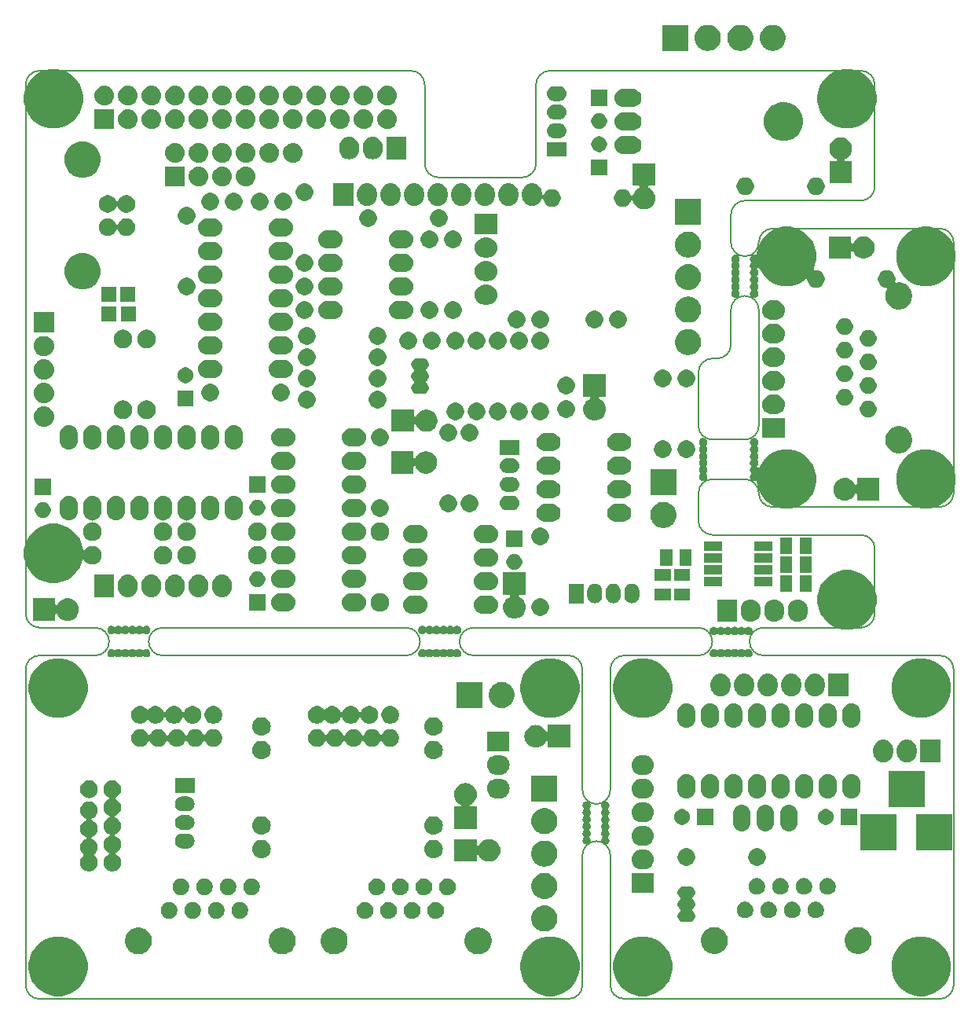
<source format=gts>
G04 #@! TF.GenerationSoftware,KiCad,Pcbnew,5.0.2-bee76a0~70~ubuntu18.04.1*
G04 #@! TF.CreationDate,2019-02-08T19:21:51+01:00*
G04 #@! TF.ProjectId,BPi-CAN,4250692d-4341-44e2-9e6b-696361645f70,rev?*
G04 #@! TF.SameCoordinates,Original*
G04 #@! TF.FileFunction,Soldermask,Top*
G04 #@! TF.FilePolarity,Negative*
%FSLAX46Y46*%
G04 Gerber Fmt 4.6, Leading zero omitted, Abs format (unit mm)*
G04 Created by KiCad (PCBNEW 5.0.2-bee76a0~70~ubuntu18.04.1) date Fr 08 Feb 2019 19:21:51 CET*
%MOMM*%
%LPD*%
G01*
G04 APERTURE LIST*
%ADD10C,0.150000*%
%ADD11C,0.100000*%
G04 APERTURE END LIST*
D10*
X176000000Y-58500000D02*
X176000000Y-55500000D01*
X176000000Y-69500000D02*
X176000000Y-65750000D01*
X179000000Y-65750000D02*
X179000000Y-78250000D01*
X176000000Y-58500000D02*
G75*
G03X177500000Y-60000000I1500000J0D01*
G01*
X179000000Y-65750000D02*
G75*
G03X177500000Y-64250000I-1500000J0D01*
G01*
X177500000Y-64250000D02*
G75*
G03X176000000Y-65750000I0J-1500000D01*
G01*
X172500000Y-78250000D02*
X172500000Y-72500000D01*
X177500000Y-79750000D02*
X174000000Y-79750000D01*
X174000000Y-84000000D02*
X177500000Y-84000000D01*
X172500000Y-88500000D02*
X172500000Y-85500000D01*
X172500000Y-78250000D02*
G75*
G03X174000000Y-79750000I1500000J0D01*
G01*
X177500000Y-79750000D02*
G75*
G03X179000000Y-78250000I0J1500000D01*
G01*
X174000000Y-84000000D02*
G75*
G03X172500000Y-85500000I0J-1500000D01*
G01*
X179000000Y-85500000D02*
G75*
G03X177500000Y-84000000I-1500000J0D01*
G01*
X177500000Y-60000000D02*
G75*
G03X179000000Y-58500000I0J1500000D01*
G01*
X200000000Y-58500000D02*
X200000000Y-85500000D01*
X180500000Y-57000000D02*
X198500000Y-57000000D01*
X180500000Y-87000000D02*
X198500000Y-87000000D01*
X179000000Y-85500000D02*
G75*
G03X180500000Y-87000000I1500000J0D01*
G01*
X198500000Y-87000000D02*
G75*
G03X200000000Y-85500000I0J1500000D01*
G01*
X200000000Y-58500000D02*
G75*
G03X198500000Y-57000000I-1500000J0D01*
G01*
X180500000Y-57000000D02*
G75*
G03X179000000Y-58500000I0J-1500000D01*
G01*
X148250000Y-100000000D02*
X172500000Y-100000000D01*
X141000000Y-100000000D02*
X114750000Y-100000000D01*
X114750000Y-103000000D02*
X141000000Y-103000000D01*
X142500000Y-101500000D02*
G75*
G03X141000000Y-100000000I-1500000J0D01*
G01*
X141000000Y-103000000D02*
G75*
G03X142500000Y-101500000I0J1500000D01*
G01*
X101500000Y-100000000D02*
X107500000Y-100000000D01*
X101500000Y-103000000D02*
X107500000Y-103000000D01*
X148250000Y-100000000D02*
G75*
G03X146750000Y-101500000I0J-1500000D01*
G01*
X148250000Y-103000000D02*
X158500000Y-103000000D01*
X146750000Y-101500000D02*
G75*
G03X148250000Y-103000000I1500000J0D01*
G01*
X174000000Y-90000000D02*
X190000000Y-90000000D01*
X177500000Y-54000000D02*
X190000000Y-54000000D01*
X174000000Y-71000000D02*
X174500000Y-71000000D01*
X174500000Y-71000000D02*
G75*
G03X176000000Y-69500000I0J1500000D01*
G01*
X174000000Y-71000000D02*
G75*
G03X172500000Y-72500000I0J-1500000D01*
G01*
X161500000Y-119000000D02*
G75*
G03X163000000Y-117500000I0J1500000D01*
G01*
X163000000Y-124500000D02*
G75*
G03X161500000Y-123000000I-1500000J0D01*
G01*
X163000000Y-124500000D02*
X163000000Y-138500000D01*
X163000000Y-104500000D02*
X163000000Y-117500000D01*
X160000000Y-124500000D02*
X160000000Y-138500000D01*
X160000000Y-104500000D02*
X160000000Y-117500000D01*
X161500000Y-123000000D02*
G75*
G03X160000000Y-124500000I0J-1500000D01*
G01*
X160000000Y-117500000D02*
G75*
G03X161500000Y-119000000I1500000J0D01*
G01*
X164500000Y-103000000D02*
X172500000Y-103000000D01*
X164500000Y-140000000D02*
X198500000Y-140000000D01*
X163000000Y-138500000D02*
G75*
G03X164500000Y-140000000I1500000J0D01*
G01*
X158500000Y-140000000D02*
G75*
G03X160000000Y-138500000I0J1500000D01*
G01*
X164500000Y-103000000D02*
G75*
G03X163000000Y-104500000I0J-1500000D01*
G01*
X160000000Y-104500000D02*
G75*
G03X158500000Y-103000000I-1500000J0D01*
G01*
X113250000Y-101500000D02*
G75*
G03X114750000Y-103000000I1500000J0D01*
G01*
X114750000Y-100000000D02*
G75*
G03X113250000Y-101500000I0J-1500000D01*
G01*
X174000000Y-101500000D02*
G75*
G03X172500000Y-100000000I-1500000J0D01*
G01*
X172500000Y-103000000D02*
G75*
G03X174000000Y-101500000I0J1500000D01*
G01*
X178000000Y-101500000D02*
G75*
G03X179500000Y-103000000I1500000J0D01*
G01*
X179500000Y-100000000D02*
G75*
G03X178000000Y-101500000I0J-1500000D01*
G01*
X190000000Y-100000000D02*
X179500000Y-100000000D01*
X198500000Y-103000000D02*
X179500000Y-103000000D01*
X107500000Y-103000000D02*
G75*
G03X109000000Y-101500000I0J1500000D01*
G01*
X109000000Y-101500000D02*
G75*
G03X107500000Y-100000000I-1500000J0D01*
G01*
X198500000Y-140000000D02*
G75*
G03X200000000Y-138500000I0J1500000D01*
G01*
X200000000Y-104500000D02*
G75*
G03X198500000Y-103000000I-1500000J0D01*
G01*
X101500000Y-103000000D02*
G75*
G03X100000000Y-104500000I0J-1500000D01*
G01*
X100000000Y-138500000D02*
G75*
G03X101500000Y-140000000I1500000J0D01*
G01*
X100000000Y-104500000D02*
X100000000Y-138500000D01*
X200000000Y-104500000D02*
X200000000Y-138500000D01*
X101500000Y-140000000D02*
X158500000Y-140000000D01*
X191500000Y-91500000D02*
G75*
G03X190000000Y-90000000I-1500000J0D01*
G01*
X172500000Y-88500000D02*
G75*
G03X174000000Y-90000000I1500000J0D01*
G01*
X177500000Y-54000000D02*
G75*
G03X176000000Y-55500000I0J-1500000D01*
G01*
X190000000Y-54000000D02*
G75*
G03X191500000Y-52500000I0J1500000D01*
G01*
X191500000Y-41500000D02*
X191500000Y-52500000D01*
X143000000Y-41500000D02*
G75*
G03X141500000Y-40000000I-1500000J0D01*
G01*
X156500000Y-40000000D02*
G75*
G03X155000000Y-41500000I0J-1500000D01*
G01*
X153500000Y-51500000D02*
G75*
G03X155000000Y-50000000I0J1500000D01*
G01*
X143000000Y-50000000D02*
G75*
G03X144500000Y-51500000I1500000J0D01*
G01*
X144500000Y-51500000D02*
X153500000Y-51500000D01*
X143000000Y-41500000D02*
X143000000Y-50000000D01*
X155000000Y-41500000D02*
X155000000Y-50000000D01*
X190000000Y-40000000D02*
X156500000Y-40000000D01*
X100000000Y-41500000D02*
X100000000Y-98500000D01*
X191500000Y-91500000D02*
X191500000Y-98500000D01*
X191500000Y-41500000D02*
G75*
G03X190000000Y-40000000I-1500000J0D01*
G01*
X190000000Y-100000000D02*
G75*
G03X191500000Y-98500000I0J1500000D01*
G01*
X100000000Y-98500000D02*
G75*
G03X101500000Y-100000000I1500000J0D01*
G01*
X101500000Y-40000000D02*
G75*
G03X100000000Y-41500000I0J-1500000D01*
G01*
X101500000Y-40000000D02*
X141500000Y-40000000D01*
D11*
G36*
X157433405Y-133422974D02*
X158015767Y-133664196D01*
X158539884Y-134014400D01*
X158985600Y-134460116D01*
X159335804Y-134984233D01*
X159577026Y-135566595D01*
X159700000Y-136184826D01*
X159700000Y-136815174D01*
X159577026Y-137433405D01*
X159335804Y-138015767D01*
X158985600Y-138539884D01*
X158539884Y-138985600D01*
X158015767Y-139335804D01*
X157433405Y-139577026D01*
X156815174Y-139700000D01*
X156184826Y-139700000D01*
X155566595Y-139577026D01*
X154984233Y-139335804D01*
X154460116Y-138985600D01*
X154014400Y-138539884D01*
X153664196Y-138015767D01*
X153422974Y-137433405D01*
X153300000Y-136815174D01*
X153300000Y-136184826D01*
X153422974Y-135566595D01*
X153664196Y-134984233D01*
X154014400Y-134460116D01*
X154460116Y-134014400D01*
X154984233Y-133664196D01*
X155566595Y-133422974D01*
X156184826Y-133300000D01*
X156815174Y-133300000D01*
X157433405Y-133422974D01*
X157433405Y-133422974D01*
G37*
G36*
X167433405Y-133422974D02*
X168015767Y-133664196D01*
X168539884Y-134014400D01*
X168985600Y-134460116D01*
X169335804Y-134984233D01*
X169577026Y-135566595D01*
X169700000Y-136184826D01*
X169700000Y-136815174D01*
X169577026Y-137433405D01*
X169335804Y-138015767D01*
X168985600Y-138539884D01*
X168539884Y-138985600D01*
X168015767Y-139335804D01*
X167433405Y-139577026D01*
X166815174Y-139700000D01*
X166184826Y-139700000D01*
X165566595Y-139577026D01*
X164984233Y-139335804D01*
X164460116Y-138985600D01*
X164014400Y-138539884D01*
X163664196Y-138015767D01*
X163422974Y-137433405D01*
X163300000Y-136815174D01*
X163300000Y-136184826D01*
X163422974Y-135566595D01*
X163664196Y-134984233D01*
X164014400Y-134460116D01*
X164460116Y-134014400D01*
X164984233Y-133664196D01*
X165566595Y-133422974D01*
X166184826Y-133300000D01*
X166815174Y-133300000D01*
X167433405Y-133422974D01*
X167433405Y-133422974D01*
G37*
G36*
X197433405Y-133422974D02*
X198015767Y-133664196D01*
X198539884Y-134014400D01*
X198985600Y-134460116D01*
X199335804Y-134984233D01*
X199577026Y-135566595D01*
X199700000Y-136184826D01*
X199700000Y-136815174D01*
X199577026Y-137433405D01*
X199335804Y-138015767D01*
X198985600Y-138539884D01*
X198539884Y-138985600D01*
X198015767Y-139335804D01*
X197433405Y-139577026D01*
X196815174Y-139700000D01*
X196184826Y-139700000D01*
X195566595Y-139577026D01*
X194984233Y-139335804D01*
X194460116Y-138985600D01*
X194014400Y-138539884D01*
X193664196Y-138015767D01*
X193422974Y-137433405D01*
X193300000Y-136815174D01*
X193300000Y-136184826D01*
X193422974Y-135566595D01*
X193664196Y-134984233D01*
X194014400Y-134460116D01*
X194460116Y-134014400D01*
X194984233Y-133664196D01*
X195566595Y-133422974D01*
X196184826Y-133300000D01*
X196815174Y-133300000D01*
X197433405Y-133422974D01*
X197433405Y-133422974D01*
G37*
G36*
X104433405Y-133422974D02*
X105015767Y-133664196D01*
X105539884Y-134014400D01*
X105985600Y-134460116D01*
X106335804Y-134984233D01*
X106577026Y-135566595D01*
X106700000Y-136184826D01*
X106700000Y-136815174D01*
X106577026Y-137433405D01*
X106335804Y-138015767D01*
X105985600Y-138539884D01*
X105539884Y-138985600D01*
X105015767Y-139335804D01*
X104433405Y-139577026D01*
X103815174Y-139700000D01*
X103184826Y-139700000D01*
X102566595Y-139577026D01*
X101984233Y-139335804D01*
X101460116Y-138985600D01*
X101014400Y-138539884D01*
X100664196Y-138015767D01*
X100422974Y-137433405D01*
X100300000Y-136815174D01*
X100300000Y-136184826D01*
X100422974Y-135566595D01*
X100664196Y-134984233D01*
X101014400Y-134460116D01*
X101460116Y-134014400D01*
X101984233Y-133664196D01*
X102566595Y-133422974D01*
X103184826Y-133300000D01*
X103815174Y-133300000D01*
X104433405Y-133422974D01*
X104433405Y-133422974D01*
G37*
G36*
X128072947Y-132355722D02*
X128336833Y-132465027D01*
X128574324Y-132623713D01*
X128776287Y-132825676D01*
X128934973Y-133063167D01*
X129044278Y-133327053D01*
X129100000Y-133607186D01*
X129100000Y-133892814D01*
X129044278Y-134172947D01*
X128934973Y-134436833D01*
X128776287Y-134674324D01*
X128574324Y-134876287D01*
X128336833Y-135034973D01*
X128072947Y-135144278D01*
X127792814Y-135200000D01*
X127507186Y-135200000D01*
X127227053Y-135144278D01*
X126963167Y-135034973D01*
X126725676Y-134876287D01*
X126523713Y-134674324D01*
X126365027Y-134436833D01*
X126255722Y-134172947D01*
X126200000Y-133892814D01*
X126200000Y-133607186D01*
X126255722Y-133327053D01*
X126365027Y-133063167D01*
X126523713Y-132825676D01*
X126725676Y-132623713D01*
X126963167Y-132465027D01*
X127227053Y-132355722D01*
X127507186Y-132300000D01*
X127792814Y-132300000D01*
X128072947Y-132355722D01*
X128072947Y-132355722D01*
G37*
G36*
X112572947Y-132355722D02*
X112836833Y-132465027D01*
X113074324Y-132623713D01*
X113276287Y-132825676D01*
X113434973Y-133063167D01*
X113544278Y-133327053D01*
X113600000Y-133607186D01*
X113600000Y-133892814D01*
X113544278Y-134172947D01*
X113434973Y-134436833D01*
X113276287Y-134674324D01*
X113074324Y-134876287D01*
X112836833Y-135034973D01*
X112572947Y-135144278D01*
X112292814Y-135200000D01*
X112007186Y-135200000D01*
X111727053Y-135144278D01*
X111463167Y-135034973D01*
X111225676Y-134876287D01*
X111023713Y-134674324D01*
X110865027Y-134436833D01*
X110755722Y-134172947D01*
X110700000Y-133892814D01*
X110700000Y-133607186D01*
X110755722Y-133327053D01*
X110865027Y-133063167D01*
X111023713Y-132825676D01*
X111225676Y-132623713D01*
X111463167Y-132465027D01*
X111727053Y-132355722D01*
X112007186Y-132300000D01*
X112292814Y-132300000D01*
X112572947Y-132355722D01*
X112572947Y-132355722D01*
G37*
G36*
X149172947Y-132355722D02*
X149436833Y-132465027D01*
X149674324Y-132623713D01*
X149876287Y-132825676D01*
X150034973Y-133063167D01*
X150144278Y-133327053D01*
X150200000Y-133607186D01*
X150200000Y-133892814D01*
X150144278Y-134172947D01*
X150034973Y-134436833D01*
X149876287Y-134674324D01*
X149674324Y-134876287D01*
X149436833Y-135034973D01*
X149172947Y-135144278D01*
X148892814Y-135200000D01*
X148607186Y-135200000D01*
X148327053Y-135144278D01*
X148063167Y-135034973D01*
X147825676Y-134876287D01*
X147623713Y-134674324D01*
X147465027Y-134436833D01*
X147355722Y-134172947D01*
X147300000Y-133892814D01*
X147300000Y-133607186D01*
X147355722Y-133327053D01*
X147465027Y-133063167D01*
X147623713Y-132825676D01*
X147825676Y-132623713D01*
X148063167Y-132465027D01*
X148327053Y-132355722D01*
X148607186Y-132300000D01*
X148892814Y-132300000D01*
X149172947Y-132355722D01*
X149172947Y-132355722D01*
G37*
G36*
X133672947Y-132355722D02*
X133936833Y-132465027D01*
X134174324Y-132623713D01*
X134376287Y-132825676D01*
X134534973Y-133063167D01*
X134644278Y-133327053D01*
X134700000Y-133607186D01*
X134700000Y-133892814D01*
X134644278Y-134172947D01*
X134534973Y-134436833D01*
X134376287Y-134674324D01*
X134174324Y-134876287D01*
X133936833Y-135034973D01*
X133672947Y-135144278D01*
X133392814Y-135200000D01*
X133107186Y-135200000D01*
X132827053Y-135144278D01*
X132563167Y-135034973D01*
X132325676Y-134876287D01*
X132123713Y-134674324D01*
X131965027Y-134436833D01*
X131855722Y-134172947D01*
X131800000Y-133892814D01*
X131800000Y-133607186D01*
X131855722Y-133327053D01*
X131965027Y-133063167D01*
X132123713Y-132825676D01*
X132325676Y-132623713D01*
X132563167Y-132465027D01*
X132827053Y-132355722D01*
X133107186Y-132300000D01*
X133392814Y-132300000D01*
X133672947Y-132355722D01*
X133672947Y-132355722D01*
G37*
G36*
X174638547Y-132309322D02*
X174902433Y-132418627D01*
X175139924Y-132577313D01*
X175341887Y-132779276D01*
X175500573Y-133016767D01*
X175609878Y-133280653D01*
X175665600Y-133560786D01*
X175665600Y-133846414D01*
X175609878Y-134126547D01*
X175500573Y-134390433D01*
X175341887Y-134627924D01*
X175139924Y-134829887D01*
X174902433Y-134988573D01*
X174638547Y-135097878D01*
X174358414Y-135153600D01*
X174072786Y-135153600D01*
X173792653Y-135097878D01*
X173528767Y-134988573D01*
X173291276Y-134829887D01*
X173089313Y-134627924D01*
X172930627Y-134390433D01*
X172821322Y-134126547D01*
X172765600Y-133846414D01*
X172765600Y-133560786D01*
X172821322Y-133280653D01*
X172930627Y-133016767D01*
X173089313Y-132779276D01*
X173291276Y-132577313D01*
X173528767Y-132418627D01*
X173792653Y-132309322D01*
X174072786Y-132253600D01*
X174358414Y-132253600D01*
X174638547Y-132309322D01*
X174638547Y-132309322D01*
G37*
G36*
X190138547Y-132309322D02*
X190402433Y-132418627D01*
X190639924Y-132577313D01*
X190841887Y-132779276D01*
X191000573Y-133016767D01*
X191109878Y-133280653D01*
X191165600Y-133560786D01*
X191165600Y-133846414D01*
X191109878Y-134126547D01*
X191000573Y-134390433D01*
X190841887Y-134627924D01*
X190639924Y-134829887D01*
X190402433Y-134988573D01*
X190138547Y-135097878D01*
X189858414Y-135153600D01*
X189572786Y-135153600D01*
X189292653Y-135097878D01*
X189028767Y-134988573D01*
X188791276Y-134829887D01*
X188589313Y-134627924D01*
X188430627Y-134390433D01*
X188321322Y-134126547D01*
X188265600Y-133846414D01*
X188265600Y-133560786D01*
X188321322Y-133280653D01*
X188430627Y-133016767D01*
X188589313Y-132779276D01*
X188791276Y-132577313D01*
X189028767Y-132418627D01*
X189292653Y-132309322D01*
X189572786Y-132253600D01*
X189858414Y-132253600D01*
X190138547Y-132309322D01*
X190138547Y-132309322D01*
G37*
G36*
X156164126Y-129959900D02*
X156299365Y-129986801D01*
X156554149Y-130092336D01*
X156711506Y-130197479D01*
X156783451Y-130245551D01*
X156978449Y-130440549D01*
X156978451Y-130440552D01*
X157050675Y-130548642D01*
X157131665Y-130669853D01*
X157237199Y-130924636D01*
X157291000Y-131195111D01*
X157291000Y-131470889D01*
X157237199Y-131741364D01*
X157131665Y-131996147D01*
X156978449Y-132225451D01*
X156783451Y-132420449D01*
X156783448Y-132420451D01*
X156554149Y-132573664D01*
X156554148Y-132573665D01*
X156554147Y-132573665D01*
X156545340Y-132577313D01*
X156299365Y-132679199D01*
X156164127Y-132706099D01*
X156028889Y-132733000D01*
X155753111Y-132733000D01*
X155617873Y-132706099D01*
X155482635Y-132679199D01*
X155236660Y-132577313D01*
X155227853Y-132573665D01*
X155227852Y-132573665D01*
X155227851Y-132573664D01*
X154998552Y-132420451D01*
X154998549Y-132420449D01*
X154803551Y-132225451D01*
X154650335Y-131996147D01*
X154544801Y-131741364D01*
X154491000Y-131470889D01*
X154491000Y-131195111D01*
X154544801Y-130924636D01*
X154650335Y-130669853D01*
X154731326Y-130548642D01*
X154803549Y-130440552D01*
X154803551Y-130440549D01*
X154998549Y-130245551D01*
X155070494Y-130197479D01*
X155227851Y-130092336D01*
X155482635Y-129986801D01*
X155617874Y-129959900D01*
X155753111Y-129933000D01*
X156028889Y-129933000D01*
X156164126Y-129959900D01*
X156164126Y-129959900D01*
G37*
G36*
X171610697Y-127882476D02*
X171624331Y-127883819D01*
X171665145Y-127896200D01*
X171746776Y-127920963D01*
X171859623Y-127981281D01*
X171958535Y-128062455D01*
X172039709Y-128161367D01*
X172100027Y-128274214D01*
X172137171Y-128396660D01*
X172149713Y-128524000D01*
X172137171Y-128651340D01*
X172100027Y-128773786D01*
X172039709Y-128886633D01*
X171958535Y-128985545D01*
X171864917Y-129062374D01*
X171847590Y-129079701D01*
X171833976Y-129100075D01*
X171824598Y-129122714D01*
X171819818Y-129146748D01*
X171819818Y-129171252D01*
X171824598Y-129195286D01*
X171833976Y-129217925D01*
X171847590Y-129238299D01*
X171864915Y-129255624D01*
X171958535Y-129332455D01*
X172039709Y-129431367D01*
X172100027Y-129544214D01*
X172137171Y-129666660D01*
X172149713Y-129794000D01*
X172137171Y-129921340D01*
X172100027Y-130043786D01*
X172039709Y-130156633D01*
X171958535Y-130255545D01*
X171864917Y-130332374D01*
X171847590Y-130349701D01*
X171833976Y-130370075D01*
X171824598Y-130392714D01*
X171819818Y-130416748D01*
X171819818Y-130441252D01*
X171824598Y-130465286D01*
X171833976Y-130487925D01*
X171847590Y-130508299D01*
X171864915Y-130525624D01*
X171958535Y-130602455D01*
X172039709Y-130701367D01*
X172100027Y-130814214D01*
X172137171Y-130936660D01*
X172149713Y-131064000D01*
X172137171Y-131191340D01*
X172100027Y-131313786D01*
X172039709Y-131426633D01*
X171958535Y-131525545D01*
X171859623Y-131606719D01*
X171746776Y-131667037D01*
X171665145Y-131691800D01*
X171624331Y-131704181D01*
X171610697Y-131705524D01*
X171528901Y-131713580D01*
X170863099Y-131713580D01*
X170781303Y-131705524D01*
X170767669Y-131704181D01*
X170726855Y-131691800D01*
X170645224Y-131667037D01*
X170532377Y-131606719D01*
X170433465Y-131525545D01*
X170352291Y-131426633D01*
X170291973Y-131313786D01*
X170254829Y-131191340D01*
X170242287Y-131064000D01*
X170254829Y-130936660D01*
X170291973Y-130814214D01*
X170352291Y-130701367D01*
X170433465Y-130602455D01*
X170527085Y-130525624D01*
X170544410Y-130508299D01*
X170558024Y-130487925D01*
X170567402Y-130465286D01*
X170572182Y-130441252D01*
X170572182Y-130416748D01*
X170567402Y-130392714D01*
X170558024Y-130370075D01*
X170544410Y-130349701D01*
X170527083Y-130332374D01*
X170433465Y-130255545D01*
X170352291Y-130156633D01*
X170291973Y-130043786D01*
X170254829Y-129921340D01*
X170242287Y-129794000D01*
X170254829Y-129666660D01*
X170291973Y-129544214D01*
X170352291Y-129431367D01*
X170433465Y-129332455D01*
X170527085Y-129255624D01*
X170544410Y-129238299D01*
X170558024Y-129217925D01*
X170567402Y-129195286D01*
X170572182Y-129171252D01*
X170572182Y-129146748D01*
X170567402Y-129122714D01*
X170558024Y-129100075D01*
X170544410Y-129079701D01*
X170527083Y-129062374D01*
X170433465Y-128985545D01*
X170352291Y-128886633D01*
X170291973Y-128773786D01*
X170254829Y-128651340D01*
X170242287Y-128524000D01*
X170254829Y-128396660D01*
X170291973Y-128274214D01*
X170352291Y-128161367D01*
X170433465Y-128062455D01*
X170532377Y-127981281D01*
X170645224Y-127920963D01*
X170726855Y-127896200D01*
X170767669Y-127883819D01*
X170781303Y-127882476D01*
X170863099Y-127874420D01*
X171528901Y-127874420D01*
X171610697Y-127882476D01*
X171610697Y-127882476D01*
G37*
G36*
X118257521Y-129594586D02*
X118421309Y-129662429D01*
X118568720Y-129760926D01*
X118694074Y-129886280D01*
X118792571Y-130033691D01*
X118860414Y-130197479D01*
X118895000Y-130371356D01*
X118895000Y-130548644D01*
X118860414Y-130722521D01*
X118792571Y-130886309D01*
X118694074Y-131033720D01*
X118568720Y-131159074D01*
X118421309Y-131257571D01*
X118257521Y-131325414D01*
X118083644Y-131360000D01*
X117906356Y-131360000D01*
X117732479Y-131325414D01*
X117568691Y-131257571D01*
X117421280Y-131159074D01*
X117295926Y-131033720D01*
X117197429Y-130886309D01*
X117129586Y-130722521D01*
X117095000Y-130548644D01*
X117095000Y-130371356D01*
X117129586Y-130197479D01*
X117197429Y-130033691D01*
X117295926Y-129886280D01*
X117421280Y-129760926D01*
X117568691Y-129662429D01*
X117732479Y-129594586D01*
X117906356Y-129560000D01*
X118083644Y-129560000D01*
X118257521Y-129594586D01*
X118257521Y-129594586D01*
G37*
G36*
X139357521Y-129594586D02*
X139521309Y-129662429D01*
X139668720Y-129760926D01*
X139794074Y-129886280D01*
X139892571Y-130033691D01*
X139960414Y-130197479D01*
X139995000Y-130371356D01*
X139995000Y-130548644D01*
X139960414Y-130722521D01*
X139892571Y-130886309D01*
X139794074Y-131033720D01*
X139668720Y-131159074D01*
X139521309Y-131257571D01*
X139357521Y-131325414D01*
X139183644Y-131360000D01*
X139006356Y-131360000D01*
X138832479Y-131325414D01*
X138668691Y-131257571D01*
X138521280Y-131159074D01*
X138395926Y-131033720D01*
X138297429Y-130886309D01*
X138229586Y-130722521D01*
X138195000Y-130548644D01*
X138195000Y-130371356D01*
X138229586Y-130197479D01*
X138297429Y-130033691D01*
X138395926Y-129886280D01*
X138521280Y-129760926D01*
X138668691Y-129662429D01*
X138832479Y-129594586D01*
X139006356Y-129560000D01*
X139183644Y-129560000D01*
X139357521Y-129594586D01*
X139357521Y-129594586D01*
G37*
G36*
X136817521Y-129594586D02*
X136981309Y-129662429D01*
X137128720Y-129760926D01*
X137254074Y-129886280D01*
X137352571Y-130033691D01*
X137420414Y-130197479D01*
X137455000Y-130371356D01*
X137455000Y-130548644D01*
X137420414Y-130722521D01*
X137352571Y-130886309D01*
X137254074Y-131033720D01*
X137128720Y-131159074D01*
X136981309Y-131257571D01*
X136817521Y-131325414D01*
X136643644Y-131360000D01*
X136466356Y-131360000D01*
X136292479Y-131325414D01*
X136128691Y-131257571D01*
X135981280Y-131159074D01*
X135855926Y-131033720D01*
X135757429Y-130886309D01*
X135689586Y-130722521D01*
X135655000Y-130548644D01*
X135655000Y-130371356D01*
X135689586Y-130197479D01*
X135757429Y-130033691D01*
X135855926Y-129886280D01*
X135981280Y-129760926D01*
X136128691Y-129662429D01*
X136292479Y-129594586D01*
X136466356Y-129560000D01*
X136643644Y-129560000D01*
X136817521Y-129594586D01*
X136817521Y-129594586D01*
G37*
G36*
X141897521Y-129594586D02*
X142061309Y-129662429D01*
X142208720Y-129760926D01*
X142334074Y-129886280D01*
X142432571Y-130033691D01*
X142500414Y-130197479D01*
X142535000Y-130371356D01*
X142535000Y-130548644D01*
X142500414Y-130722521D01*
X142432571Y-130886309D01*
X142334074Y-131033720D01*
X142208720Y-131159074D01*
X142061309Y-131257571D01*
X141897521Y-131325414D01*
X141723644Y-131360000D01*
X141546356Y-131360000D01*
X141372479Y-131325414D01*
X141208691Y-131257571D01*
X141061280Y-131159074D01*
X140935926Y-131033720D01*
X140837429Y-130886309D01*
X140769586Y-130722521D01*
X140735000Y-130548644D01*
X140735000Y-130371356D01*
X140769586Y-130197479D01*
X140837429Y-130033691D01*
X140935926Y-129886280D01*
X141061280Y-129760926D01*
X141208691Y-129662429D01*
X141372479Y-129594586D01*
X141546356Y-129560000D01*
X141723644Y-129560000D01*
X141897521Y-129594586D01*
X141897521Y-129594586D01*
G37*
G36*
X144437521Y-129594586D02*
X144601309Y-129662429D01*
X144748720Y-129760926D01*
X144874074Y-129886280D01*
X144972571Y-130033691D01*
X145040414Y-130197479D01*
X145075000Y-130371356D01*
X145075000Y-130548644D01*
X145040414Y-130722521D01*
X144972571Y-130886309D01*
X144874074Y-131033720D01*
X144748720Y-131159074D01*
X144601309Y-131257571D01*
X144437521Y-131325414D01*
X144263644Y-131360000D01*
X144086356Y-131360000D01*
X143912479Y-131325414D01*
X143748691Y-131257571D01*
X143601280Y-131159074D01*
X143475926Y-131033720D01*
X143377429Y-130886309D01*
X143309586Y-130722521D01*
X143275000Y-130548644D01*
X143275000Y-130371356D01*
X143309586Y-130197479D01*
X143377429Y-130033691D01*
X143475926Y-129886280D01*
X143601280Y-129760926D01*
X143748691Y-129662429D01*
X143912479Y-129594586D01*
X144086356Y-129560000D01*
X144263644Y-129560000D01*
X144437521Y-129594586D01*
X144437521Y-129594586D01*
G37*
G36*
X123337521Y-129594586D02*
X123501309Y-129662429D01*
X123648720Y-129760926D01*
X123774074Y-129886280D01*
X123872571Y-130033691D01*
X123940414Y-130197479D01*
X123975000Y-130371356D01*
X123975000Y-130548644D01*
X123940414Y-130722521D01*
X123872571Y-130886309D01*
X123774074Y-131033720D01*
X123648720Y-131159074D01*
X123501309Y-131257571D01*
X123337521Y-131325414D01*
X123163644Y-131360000D01*
X122986356Y-131360000D01*
X122812479Y-131325414D01*
X122648691Y-131257571D01*
X122501280Y-131159074D01*
X122375926Y-131033720D01*
X122277429Y-130886309D01*
X122209586Y-130722521D01*
X122175000Y-130548644D01*
X122175000Y-130371356D01*
X122209586Y-130197479D01*
X122277429Y-130033691D01*
X122375926Y-129886280D01*
X122501280Y-129760926D01*
X122648691Y-129662429D01*
X122812479Y-129594586D01*
X122986356Y-129560000D01*
X123163644Y-129560000D01*
X123337521Y-129594586D01*
X123337521Y-129594586D01*
G37*
G36*
X120797521Y-129594586D02*
X120961309Y-129662429D01*
X121108720Y-129760926D01*
X121234074Y-129886280D01*
X121332571Y-130033691D01*
X121400414Y-130197479D01*
X121435000Y-130371356D01*
X121435000Y-130548644D01*
X121400414Y-130722521D01*
X121332571Y-130886309D01*
X121234074Y-131033720D01*
X121108720Y-131159074D01*
X120961309Y-131257571D01*
X120797521Y-131325414D01*
X120623644Y-131360000D01*
X120446356Y-131360000D01*
X120272479Y-131325414D01*
X120108691Y-131257571D01*
X119961280Y-131159074D01*
X119835926Y-131033720D01*
X119737429Y-130886309D01*
X119669586Y-130722521D01*
X119635000Y-130548644D01*
X119635000Y-130371356D01*
X119669586Y-130197479D01*
X119737429Y-130033691D01*
X119835926Y-129886280D01*
X119961280Y-129760926D01*
X120108691Y-129662429D01*
X120272479Y-129594586D01*
X120446356Y-129560000D01*
X120623644Y-129560000D01*
X120797521Y-129594586D01*
X120797521Y-129594586D01*
G37*
G36*
X115717521Y-129594586D02*
X115881309Y-129662429D01*
X116028720Y-129760926D01*
X116154074Y-129886280D01*
X116252571Y-130033691D01*
X116320414Y-130197479D01*
X116355000Y-130371356D01*
X116355000Y-130548644D01*
X116320414Y-130722521D01*
X116252571Y-130886309D01*
X116154074Y-131033720D01*
X116028720Y-131159074D01*
X115881309Y-131257571D01*
X115717521Y-131325414D01*
X115543644Y-131360000D01*
X115366356Y-131360000D01*
X115192479Y-131325414D01*
X115028691Y-131257571D01*
X114881280Y-131159074D01*
X114755926Y-131033720D01*
X114657429Y-130886309D01*
X114589586Y-130722521D01*
X114555000Y-130548644D01*
X114555000Y-130371356D01*
X114589586Y-130197479D01*
X114657429Y-130033691D01*
X114755926Y-129886280D01*
X114881280Y-129760926D01*
X115028691Y-129662429D01*
X115192479Y-129594586D01*
X115366356Y-129560000D01*
X115543644Y-129560000D01*
X115717521Y-129594586D01*
X115717521Y-129594586D01*
G37*
G36*
X182863121Y-129548186D02*
X183026909Y-129616029D01*
X183174320Y-129714526D01*
X183299674Y-129839880D01*
X183398171Y-129987291D01*
X183466014Y-130151079D01*
X183500600Y-130324956D01*
X183500600Y-130502244D01*
X183466014Y-130676121D01*
X183398171Y-130839909D01*
X183299674Y-130987320D01*
X183174320Y-131112674D01*
X183026909Y-131211171D01*
X182863121Y-131279014D01*
X182689244Y-131313600D01*
X182511956Y-131313600D01*
X182338079Y-131279014D01*
X182174291Y-131211171D01*
X182026880Y-131112674D01*
X181901526Y-130987320D01*
X181803029Y-130839909D01*
X181735186Y-130676121D01*
X181700600Y-130502244D01*
X181700600Y-130324956D01*
X181735186Y-130151079D01*
X181803029Y-129987291D01*
X181901526Y-129839880D01*
X182026880Y-129714526D01*
X182174291Y-129616029D01*
X182338079Y-129548186D01*
X182511956Y-129513600D01*
X182689244Y-129513600D01*
X182863121Y-129548186D01*
X182863121Y-129548186D01*
G37*
G36*
X180323121Y-129548186D02*
X180486909Y-129616029D01*
X180634320Y-129714526D01*
X180759674Y-129839880D01*
X180858171Y-129987291D01*
X180926014Y-130151079D01*
X180960600Y-130324956D01*
X180960600Y-130502244D01*
X180926014Y-130676121D01*
X180858171Y-130839909D01*
X180759674Y-130987320D01*
X180634320Y-131112674D01*
X180486909Y-131211171D01*
X180323121Y-131279014D01*
X180149244Y-131313600D01*
X179971956Y-131313600D01*
X179798079Y-131279014D01*
X179634291Y-131211171D01*
X179486880Y-131112674D01*
X179361526Y-130987320D01*
X179263029Y-130839909D01*
X179195186Y-130676121D01*
X179160600Y-130502244D01*
X179160600Y-130324956D01*
X179195186Y-130151079D01*
X179263029Y-129987291D01*
X179361526Y-129839880D01*
X179486880Y-129714526D01*
X179634291Y-129616029D01*
X179798079Y-129548186D01*
X179971956Y-129513600D01*
X180149244Y-129513600D01*
X180323121Y-129548186D01*
X180323121Y-129548186D01*
G37*
G36*
X185403121Y-129548186D02*
X185566909Y-129616029D01*
X185714320Y-129714526D01*
X185839674Y-129839880D01*
X185938171Y-129987291D01*
X186006014Y-130151079D01*
X186040600Y-130324956D01*
X186040600Y-130502244D01*
X186006014Y-130676121D01*
X185938171Y-130839909D01*
X185839674Y-130987320D01*
X185714320Y-131112674D01*
X185566909Y-131211171D01*
X185403121Y-131279014D01*
X185229244Y-131313600D01*
X185051956Y-131313600D01*
X184878079Y-131279014D01*
X184714291Y-131211171D01*
X184566880Y-131112674D01*
X184441526Y-130987320D01*
X184343029Y-130839909D01*
X184275186Y-130676121D01*
X184240600Y-130502244D01*
X184240600Y-130324956D01*
X184275186Y-130151079D01*
X184343029Y-129987291D01*
X184441526Y-129839880D01*
X184566880Y-129714526D01*
X184714291Y-129616029D01*
X184878079Y-129548186D01*
X185051956Y-129513600D01*
X185229244Y-129513600D01*
X185403121Y-129548186D01*
X185403121Y-129548186D01*
G37*
G36*
X177783121Y-129548186D02*
X177946909Y-129616029D01*
X178094320Y-129714526D01*
X178219674Y-129839880D01*
X178318171Y-129987291D01*
X178386014Y-130151079D01*
X178420600Y-130324956D01*
X178420600Y-130502244D01*
X178386014Y-130676121D01*
X178318171Y-130839909D01*
X178219674Y-130987320D01*
X178094320Y-131112674D01*
X177946909Y-131211171D01*
X177783121Y-131279014D01*
X177609244Y-131313600D01*
X177431956Y-131313600D01*
X177258079Y-131279014D01*
X177094291Y-131211171D01*
X176946880Y-131112674D01*
X176821526Y-130987320D01*
X176723029Y-130839909D01*
X176655186Y-130676121D01*
X176620600Y-130502244D01*
X176620600Y-130324956D01*
X176655186Y-130151079D01*
X176723029Y-129987291D01*
X176821526Y-129839880D01*
X176946880Y-129714526D01*
X177094291Y-129616029D01*
X177258079Y-129548186D01*
X177431956Y-129513600D01*
X177609244Y-129513600D01*
X177783121Y-129548186D01*
X177783121Y-129548186D01*
G37*
G36*
X156086200Y-126444400D02*
X156299365Y-126486801D01*
X156554149Y-126592336D01*
X156780397Y-126743511D01*
X156783451Y-126745551D01*
X156978449Y-126940549D01*
X156978451Y-126940552D01*
X157099978Y-127122429D01*
X157131665Y-127169853D01*
X157152819Y-127220924D01*
X157237199Y-127424635D01*
X157250935Y-127493690D01*
X157283515Y-127657479D01*
X157291000Y-127695112D01*
X157291000Y-127970888D01*
X157237199Y-128241365D01*
X157212949Y-128299909D01*
X157132672Y-128493717D01*
X157131664Y-128496149D01*
X157027968Y-128651340D01*
X156978449Y-128725451D01*
X156783451Y-128920449D01*
X156783448Y-128920451D01*
X156554149Y-129073664D01*
X156554148Y-129073665D01*
X156554147Y-129073665D01*
X156490387Y-129100075D01*
X156299365Y-129179199D01*
X156164126Y-129206100D01*
X156028889Y-129233000D01*
X155753111Y-129233000D01*
X155617874Y-129206100D01*
X155482635Y-129179199D01*
X155291613Y-129100075D01*
X155227853Y-129073665D01*
X155227852Y-129073665D01*
X155227851Y-129073664D01*
X154998552Y-128920451D01*
X154998549Y-128920449D01*
X154803551Y-128725451D01*
X154754032Y-128651340D01*
X154650336Y-128496149D01*
X154649329Y-128493717D01*
X154569051Y-128299909D01*
X154544801Y-128241365D01*
X154491000Y-127970888D01*
X154491000Y-127695112D01*
X154498486Y-127657479D01*
X154531065Y-127493690D01*
X154544801Y-127424635D01*
X154629181Y-127220924D01*
X154650335Y-127169853D01*
X154682023Y-127122429D01*
X154803549Y-126940552D01*
X154803551Y-126940549D01*
X154998549Y-126745551D01*
X155001603Y-126743511D01*
X155227851Y-126592336D01*
X155482635Y-126486801D01*
X155695800Y-126444400D01*
X155753111Y-126433000D01*
X156028889Y-126433000D01*
X156086200Y-126444400D01*
X156086200Y-126444400D01*
G37*
G36*
X145707521Y-127054586D02*
X145871309Y-127122429D01*
X146018720Y-127220926D01*
X146144074Y-127346280D01*
X146242571Y-127493691D01*
X146310414Y-127657479D01*
X146345000Y-127831356D01*
X146345000Y-128008644D01*
X146310414Y-128182521D01*
X146242571Y-128346309D01*
X146144074Y-128493720D01*
X146018720Y-128619074D01*
X145871309Y-128717571D01*
X145707521Y-128785414D01*
X145533644Y-128820000D01*
X145356356Y-128820000D01*
X145182479Y-128785414D01*
X145018691Y-128717571D01*
X144871280Y-128619074D01*
X144745926Y-128493720D01*
X144647429Y-128346309D01*
X144579586Y-128182521D01*
X144545000Y-128008644D01*
X144545000Y-127831356D01*
X144579586Y-127657479D01*
X144647429Y-127493691D01*
X144745926Y-127346280D01*
X144871280Y-127220926D01*
X145018691Y-127122429D01*
X145182479Y-127054586D01*
X145356356Y-127020000D01*
X145533644Y-127020000D01*
X145707521Y-127054586D01*
X145707521Y-127054586D01*
G37*
G36*
X143167521Y-127054586D02*
X143331309Y-127122429D01*
X143478720Y-127220926D01*
X143604074Y-127346280D01*
X143702571Y-127493691D01*
X143770414Y-127657479D01*
X143805000Y-127831356D01*
X143805000Y-128008644D01*
X143770414Y-128182521D01*
X143702571Y-128346309D01*
X143604074Y-128493720D01*
X143478720Y-128619074D01*
X143331309Y-128717571D01*
X143167521Y-128785414D01*
X142993644Y-128820000D01*
X142816356Y-128820000D01*
X142642479Y-128785414D01*
X142478691Y-128717571D01*
X142331280Y-128619074D01*
X142205926Y-128493720D01*
X142107429Y-128346309D01*
X142039586Y-128182521D01*
X142005000Y-128008644D01*
X142005000Y-127831356D01*
X142039586Y-127657479D01*
X142107429Y-127493691D01*
X142205926Y-127346280D01*
X142331280Y-127220926D01*
X142478691Y-127122429D01*
X142642479Y-127054586D01*
X142816356Y-127020000D01*
X142993644Y-127020000D01*
X143167521Y-127054586D01*
X143167521Y-127054586D01*
G37*
G36*
X140627521Y-127054586D02*
X140791309Y-127122429D01*
X140938720Y-127220926D01*
X141064074Y-127346280D01*
X141162571Y-127493691D01*
X141230414Y-127657479D01*
X141265000Y-127831356D01*
X141265000Y-128008644D01*
X141230414Y-128182521D01*
X141162571Y-128346309D01*
X141064074Y-128493720D01*
X140938720Y-128619074D01*
X140791309Y-128717571D01*
X140627521Y-128785414D01*
X140453644Y-128820000D01*
X140276356Y-128820000D01*
X140102479Y-128785414D01*
X139938691Y-128717571D01*
X139791280Y-128619074D01*
X139665926Y-128493720D01*
X139567429Y-128346309D01*
X139499586Y-128182521D01*
X139465000Y-128008644D01*
X139465000Y-127831356D01*
X139499586Y-127657479D01*
X139567429Y-127493691D01*
X139665926Y-127346280D01*
X139791280Y-127220926D01*
X139938691Y-127122429D01*
X140102479Y-127054586D01*
X140276356Y-127020000D01*
X140453644Y-127020000D01*
X140627521Y-127054586D01*
X140627521Y-127054586D01*
G37*
G36*
X138087521Y-127054586D02*
X138251309Y-127122429D01*
X138398720Y-127220926D01*
X138524074Y-127346280D01*
X138622571Y-127493691D01*
X138690414Y-127657479D01*
X138725000Y-127831356D01*
X138725000Y-128008644D01*
X138690414Y-128182521D01*
X138622571Y-128346309D01*
X138524074Y-128493720D01*
X138398720Y-128619074D01*
X138251309Y-128717571D01*
X138087521Y-128785414D01*
X137913644Y-128820000D01*
X137736356Y-128820000D01*
X137562479Y-128785414D01*
X137398691Y-128717571D01*
X137251280Y-128619074D01*
X137125926Y-128493720D01*
X137027429Y-128346309D01*
X136959586Y-128182521D01*
X136925000Y-128008644D01*
X136925000Y-127831356D01*
X136959586Y-127657479D01*
X137027429Y-127493691D01*
X137125926Y-127346280D01*
X137251280Y-127220926D01*
X137398691Y-127122429D01*
X137562479Y-127054586D01*
X137736356Y-127020000D01*
X137913644Y-127020000D01*
X138087521Y-127054586D01*
X138087521Y-127054586D01*
G37*
G36*
X124607521Y-127054586D02*
X124771309Y-127122429D01*
X124918720Y-127220926D01*
X125044074Y-127346280D01*
X125142571Y-127493691D01*
X125210414Y-127657479D01*
X125245000Y-127831356D01*
X125245000Y-128008644D01*
X125210414Y-128182521D01*
X125142571Y-128346309D01*
X125044074Y-128493720D01*
X124918720Y-128619074D01*
X124771309Y-128717571D01*
X124607521Y-128785414D01*
X124433644Y-128820000D01*
X124256356Y-128820000D01*
X124082479Y-128785414D01*
X123918691Y-128717571D01*
X123771280Y-128619074D01*
X123645926Y-128493720D01*
X123547429Y-128346309D01*
X123479586Y-128182521D01*
X123445000Y-128008644D01*
X123445000Y-127831356D01*
X123479586Y-127657479D01*
X123547429Y-127493691D01*
X123645926Y-127346280D01*
X123771280Y-127220926D01*
X123918691Y-127122429D01*
X124082479Y-127054586D01*
X124256356Y-127020000D01*
X124433644Y-127020000D01*
X124607521Y-127054586D01*
X124607521Y-127054586D01*
G37*
G36*
X122067521Y-127054586D02*
X122231309Y-127122429D01*
X122378720Y-127220926D01*
X122504074Y-127346280D01*
X122602571Y-127493691D01*
X122670414Y-127657479D01*
X122705000Y-127831356D01*
X122705000Y-128008644D01*
X122670414Y-128182521D01*
X122602571Y-128346309D01*
X122504074Y-128493720D01*
X122378720Y-128619074D01*
X122231309Y-128717571D01*
X122067521Y-128785414D01*
X121893644Y-128820000D01*
X121716356Y-128820000D01*
X121542479Y-128785414D01*
X121378691Y-128717571D01*
X121231280Y-128619074D01*
X121105926Y-128493720D01*
X121007429Y-128346309D01*
X120939586Y-128182521D01*
X120905000Y-128008644D01*
X120905000Y-127831356D01*
X120939586Y-127657479D01*
X121007429Y-127493691D01*
X121105926Y-127346280D01*
X121231280Y-127220926D01*
X121378691Y-127122429D01*
X121542479Y-127054586D01*
X121716356Y-127020000D01*
X121893644Y-127020000D01*
X122067521Y-127054586D01*
X122067521Y-127054586D01*
G37*
G36*
X116987521Y-127054586D02*
X117151309Y-127122429D01*
X117298720Y-127220926D01*
X117424074Y-127346280D01*
X117522571Y-127493691D01*
X117590414Y-127657479D01*
X117625000Y-127831356D01*
X117625000Y-128008644D01*
X117590414Y-128182521D01*
X117522571Y-128346309D01*
X117424074Y-128493720D01*
X117298720Y-128619074D01*
X117151309Y-128717571D01*
X116987521Y-128785414D01*
X116813644Y-128820000D01*
X116636356Y-128820000D01*
X116462479Y-128785414D01*
X116298691Y-128717571D01*
X116151280Y-128619074D01*
X116025926Y-128493720D01*
X115927429Y-128346309D01*
X115859586Y-128182521D01*
X115825000Y-128008644D01*
X115825000Y-127831356D01*
X115859586Y-127657479D01*
X115927429Y-127493691D01*
X116025926Y-127346280D01*
X116151280Y-127220926D01*
X116298691Y-127122429D01*
X116462479Y-127054586D01*
X116636356Y-127020000D01*
X116813644Y-127020000D01*
X116987521Y-127054586D01*
X116987521Y-127054586D01*
G37*
G36*
X119527521Y-127054586D02*
X119691309Y-127122429D01*
X119838720Y-127220926D01*
X119964074Y-127346280D01*
X120062571Y-127493691D01*
X120130414Y-127657479D01*
X120165000Y-127831356D01*
X120165000Y-128008644D01*
X120130414Y-128182521D01*
X120062571Y-128346309D01*
X119964074Y-128493720D01*
X119838720Y-128619074D01*
X119691309Y-128717571D01*
X119527521Y-128785414D01*
X119353644Y-128820000D01*
X119176356Y-128820000D01*
X119002479Y-128785414D01*
X118838691Y-128717571D01*
X118691280Y-128619074D01*
X118565926Y-128493720D01*
X118467429Y-128346309D01*
X118399586Y-128182521D01*
X118365000Y-128008644D01*
X118365000Y-127831356D01*
X118399586Y-127657479D01*
X118467429Y-127493691D01*
X118565926Y-127346280D01*
X118691280Y-127220926D01*
X118838691Y-127122429D01*
X119002479Y-127054586D01*
X119176356Y-127020000D01*
X119353644Y-127020000D01*
X119527521Y-127054586D01*
X119527521Y-127054586D01*
G37*
G36*
X186673121Y-127008186D02*
X186836909Y-127076029D01*
X186984320Y-127174526D01*
X187109674Y-127299880D01*
X187208171Y-127447291D01*
X187276014Y-127611079D01*
X187310600Y-127784956D01*
X187310600Y-127962244D01*
X187276014Y-128136121D01*
X187208171Y-128299909D01*
X187109674Y-128447320D01*
X186984320Y-128572674D01*
X186836909Y-128671171D01*
X186673121Y-128739014D01*
X186499244Y-128773600D01*
X186321956Y-128773600D01*
X186148079Y-128739014D01*
X185984291Y-128671171D01*
X185836880Y-128572674D01*
X185711526Y-128447320D01*
X185613029Y-128299909D01*
X185545186Y-128136121D01*
X185510600Y-127962244D01*
X185510600Y-127784956D01*
X185545186Y-127611079D01*
X185613029Y-127447291D01*
X185711526Y-127299880D01*
X185836880Y-127174526D01*
X185984291Y-127076029D01*
X186148079Y-127008186D01*
X186321956Y-126973600D01*
X186499244Y-126973600D01*
X186673121Y-127008186D01*
X186673121Y-127008186D01*
G37*
G36*
X184133121Y-127008186D02*
X184296909Y-127076029D01*
X184444320Y-127174526D01*
X184569674Y-127299880D01*
X184668171Y-127447291D01*
X184736014Y-127611079D01*
X184770600Y-127784956D01*
X184770600Y-127962244D01*
X184736014Y-128136121D01*
X184668171Y-128299909D01*
X184569674Y-128447320D01*
X184444320Y-128572674D01*
X184296909Y-128671171D01*
X184133121Y-128739014D01*
X183959244Y-128773600D01*
X183781956Y-128773600D01*
X183608079Y-128739014D01*
X183444291Y-128671171D01*
X183296880Y-128572674D01*
X183171526Y-128447320D01*
X183073029Y-128299909D01*
X183005186Y-128136121D01*
X182970600Y-127962244D01*
X182970600Y-127784956D01*
X183005186Y-127611079D01*
X183073029Y-127447291D01*
X183171526Y-127299880D01*
X183296880Y-127174526D01*
X183444291Y-127076029D01*
X183608079Y-127008186D01*
X183781956Y-126973600D01*
X183959244Y-126973600D01*
X184133121Y-127008186D01*
X184133121Y-127008186D01*
G37*
G36*
X181593121Y-127008186D02*
X181756909Y-127076029D01*
X181904320Y-127174526D01*
X182029674Y-127299880D01*
X182128171Y-127447291D01*
X182196014Y-127611079D01*
X182230600Y-127784956D01*
X182230600Y-127962244D01*
X182196014Y-128136121D01*
X182128171Y-128299909D01*
X182029674Y-128447320D01*
X181904320Y-128572674D01*
X181756909Y-128671171D01*
X181593121Y-128739014D01*
X181419244Y-128773600D01*
X181241956Y-128773600D01*
X181068079Y-128739014D01*
X180904291Y-128671171D01*
X180756880Y-128572674D01*
X180631526Y-128447320D01*
X180533029Y-128299909D01*
X180465186Y-128136121D01*
X180430600Y-127962244D01*
X180430600Y-127784956D01*
X180465186Y-127611079D01*
X180533029Y-127447291D01*
X180631526Y-127299880D01*
X180756880Y-127174526D01*
X180904291Y-127076029D01*
X181068079Y-127008186D01*
X181241956Y-126973600D01*
X181419244Y-126973600D01*
X181593121Y-127008186D01*
X181593121Y-127008186D01*
G37*
G36*
X179053121Y-127008186D02*
X179216909Y-127076029D01*
X179364320Y-127174526D01*
X179489674Y-127299880D01*
X179588171Y-127447291D01*
X179656014Y-127611079D01*
X179690600Y-127784956D01*
X179690600Y-127962244D01*
X179656014Y-128136121D01*
X179588171Y-128299909D01*
X179489674Y-128447320D01*
X179364320Y-128572674D01*
X179216909Y-128671171D01*
X179053121Y-128739014D01*
X178879244Y-128773600D01*
X178701956Y-128773600D01*
X178528079Y-128739014D01*
X178364291Y-128671171D01*
X178216880Y-128572674D01*
X178091526Y-128447320D01*
X177993029Y-128299909D01*
X177925186Y-128136121D01*
X177890600Y-127962244D01*
X177890600Y-127784956D01*
X177925186Y-127611079D01*
X177993029Y-127447291D01*
X178091526Y-127299880D01*
X178216880Y-127174526D01*
X178364291Y-127076029D01*
X178528079Y-127008186D01*
X178701956Y-126973600D01*
X178879244Y-126973600D01*
X179053121Y-127008186D01*
X179053121Y-127008186D01*
G37*
G36*
X167713000Y-128571600D02*
X165281000Y-128571600D01*
X165281000Y-126444400D01*
X167713000Y-126444400D01*
X167713000Y-128571600D01*
X167713000Y-128571600D01*
G37*
G36*
X109465252Y-116470327D02*
X109602905Y-116497708D01*
X109775794Y-116569321D01*
X109931390Y-116673287D01*
X110063713Y-116805610D01*
X110167679Y-116961206D01*
X110239292Y-117134095D01*
X110266673Y-117271748D01*
X110275800Y-117317632D01*
X110275800Y-117504768D01*
X110266673Y-117550652D01*
X110239292Y-117688305D01*
X110167679Y-117861194D01*
X110063713Y-118016790D01*
X109931390Y-118149113D01*
X109775794Y-118253079D01*
X109733208Y-118270719D01*
X109711604Y-118282266D01*
X109692662Y-118297812D01*
X109677116Y-118316754D01*
X109665565Y-118338364D01*
X109658452Y-118361814D01*
X109656050Y-118386200D01*
X109658452Y-118410586D01*
X109665565Y-118434035D01*
X109677116Y-118455646D01*
X109692662Y-118474588D01*
X109711604Y-118490134D01*
X109733208Y-118501681D01*
X109775794Y-118519321D01*
X109931390Y-118623287D01*
X110063713Y-118755610D01*
X110167679Y-118911206D01*
X110239292Y-119084095D01*
X110264576Y-119211206D01*
X110275800Y-119267632D01*
X110275800Y-119454768D01*
X110273308Y-119467294D01*
X110239292Y-119638305D01*
X110167679Y-119811194D01*
X110063713Y-119966790D01*
X109931390Y-120099113D01*
X109775794Y-120203079D01*
X109672854Y-120245718D01*
X109651249Y-120257267D01*
X109632307Y-120272812D01*
X109616762Y-120291754D01*
X109605211Y-120313365D01*
X109598098Y-120336814D01*
X109595696Y-120361200D01*
X109598098Y-120385587D01*
X109605211Y-120409036D01*
X109616763Y-120430647D01*
X109632308Y-120449589D01*
X109651250Y-120465134D01*
X109672854Y-120476682D01*
X109775794Y-120519321D01*
X109931390Y-120623287D01*
X110063713Y-120755610D01*
X110167679Y-120911206D01*
X110239292Y-121084095D01*
X110275800Y-121267633D01*
X110275800Y-121454767D01*
X110239292Y-121638305D01*
X110167679Y-121811194D01*
X110063713Y-121966790D01*
X109931390Y-122099113D01*
X109775794Y-122203079D01*
X109673296Y-122245535D01*
X109651689Y-122257085D01*
X109632747Y-122272630D01*
X109617202Y-122291572D01*
X109605651Y-122313183D01*
X109598538Y-122336632D01*
X109596136Y-122361019D01*
X109598538Y-122385405D01*
X109605651Y-122408854D01*
X109617203Y-122430465D01*
X109632748Y-122449407D01*
X109651690Y-122464952D01*
X109673292Y-122476499D01*
X109776674Y-122519321D01*
X109932270Y-122623287D01*
X110064593Y-122755610D01*
X110168559Y-122911206D01*
X110240172Y-123084095D01*
X110252497Y-123146058D01*
X110276680Y-123267632D01*
X110276680Y-123454768D01*
X110272415Y-123476210D01*
X110240172Y-123638305D01*
X110168559Y-123811194D01*
X110064593Y-123966790D01*
X109932270Y-124099113D01*
X109776674Y-124203079D01*
X109734088Y-124220719D01*
X109712484Y-124232266D01*
X109693542Y-124247812D01*
X109677996Y-124266754D01*
X109666445Y-124288364D01*
X109659332Y-124311814D01*
X109656930Y-124336200D01*
X109659332Y-124360586D01*
X109666445Y-124384035D01*
X109677996Y-124405646D01*
X109693542Y-124424588D01*
X109712484Y-124440134D01*
X109734088Y-124451681D01*
X109776674Y-124469321D01*
X109932270Y-124573287D01*
X110064593Y-124705610D01*
X110168559Y-124861206D01*
X110240172Y-125034095D01*
X110276680Y-125217633D01*
X110276680Y-125404767D01*
X110240172Y-125588305D01*
X110168559Y-125761194D01*
X110064593Y-125916790D01*
X109932270Y-126049113D01*
X109776674Y-126153079D01*
X109603785Y-126224692D01*
X109466132Y-126252073D01*
X109420248Y-126261200D01*
X109233112Y-126261200D01*
X109187228Y-126252073D01*
X109049575Y-126224692D01*
X108876686Y-126153079D01*
X108721090Y-126049113D01*
X108588767Y-125916790D01*
X108484801Y-125761194D01*
X108413188Y-125588305D01*
X108376680Y-125404767D01*
X108376680Y-125217633D01*
X108413188Y-125034095D01*
X108484801Y-124861206D01*
X108588767Y-124705610D01*
X108721090Y-124573287D01*
X108876686Y-124469321D01*
X108919272Y-124451681D01*
X108940876Y-124440134D01*
X108959818Y-124424588D01*
X108975364Y-124405646D01*
X108986915Y-124384036D01*
X108994028Y-124360586D01*
X108996430Y-124336200D01*
X108994028Y-124311814D01*
X108986915Y-124288365D01*
X108975364Y-124266754D01*
X108959818Y-124247812D01*
X108940876Y-124232266D01*
X108919272Y-124220719D01*
X108876686Y-124203079D01*
X108721090Y-124099113D01*
X108588767Y-123966790D01*
X108484801Y-123811194D01*
X108413188Y-123638305D01*
X108380945Y-123476210D01*
X108376680Y-123454768D01*
X108376680Y-123267632D01*
X108400863Y-123146058D01*
X108413188Y-123084095D01*
X108484801Y-122911206D01*
X108588767Y-122755610D01*
X108721090Y-122623287D01*
X108876686Y-122519321D01*
X108979184Y-122476865D01*
X109000791Y-122465315D01*
X109019733Y-122449770D01*
X109035278Y-122430828D01*
X109046829Y-122409217D01*
X109053942Y-122385768D01*
X109056344Y-122361381D01*
X109053942Y-122336995D01*
X109046829Y-122313546D01*
X109035277Y-122291935D01*
X109019732Y-122272993D01*
X109000790Y-122257448D01*
X108979188Y-122245901D01*
X108875806Y-122203079D01*
X108720210Y-122099113D01*
X108587887Y-121966790D01*
X108483921Y-121811194D01*
X108412308Y-121638305D01*
X108375800Y-121454767D01*
X108375800Y-121267633D01*
X108412308Y-121084095D01*
X108483921Y-120911206D01*
X108587887Y-120755610D01*
X108720210Y-120623287D01*
X108875806Y-120519321D01*
X108978746Y-120476682D01*
X109000351Y-120465133D01*
X109019293Y-120449588D01*
X109034838Y-120430646D01*
X109046389Y-120409035D01*
X109053502Y-120385586D01*
X109055904Y-120361200D01*
X109053502Y-120336813D01*
X109046389Y-120313364D01*
X109034837Y-120291753D01*
X109019292Y-120272811D01*
X109000350Y-120257266D01*
X108978746Y-120245718D01*
X108875806Y-120203079D01*
X108720210Y-120099113D01*
X108587887Y-119966790D01*
X108483921Y-119811194D01*
X108412308Y-119638305D01*
X108378292Y-119467294D01*
X108375800Y-119454768D01*
X108375800Y-119267632D01*
X108387024Y-119211206D01*
X108412308Y-119084095D01*
X108483921Y-118911206D01*
X108587887Y-118755610D01*
X108720210Y-118623287D01*
X108875806Y-118519321D01*
X108918392Y-118501681D01*
X108939996Y-118490134D01*
X108958938Y-118474588D01*
X108974484Y-118455646D01*
X108986035Y-118434036D01*
X108993148Y-118410586D01*
X108995550Y-118386200D01*
X108993148Y-118361814D01*
X108986035Y-118338365D01*
X108974484Y-118316754D01*
X108958938Y-118297812D01*
X108939996Y-118282266D01*
X108918392Y-118270719D01*
X108875806Y-118253079D01*
X108720210Y-118149113D01*
X108587887Y-118016790D01*
X108483921Y-117861194D01*
X108412308Y-117688305D01*
X108384927Y-117550652D01*
X108375800Y-117504768D01*
X108375800Y-117317632D01*
X108384927Y-117271748D01*
X108412308Y-117134095D01*
X108483921Y-116961206D01*
X108587887Y-116805610D01*
X108720210Y-116673287D01*
X108875806Y-116569321D01*
X109048695Y-116497708D01*
X109186348Y-116470327D01*
X109232232Y-116461200D01*
X109419368Y-116461200D01*
X109465252Y-116470327D01*
X109465252Y-116470327D01*
G37*
G36*
X106949999Y-118717293D02*
X107102905Y-118747708D01*
X107275794Y-118819321D01*
X107431390Y-118923287D01*
X107563713Y-119055610D01*
X107667679Y-119211206D01*
X107739292Y-119384095D01*
X107761000Y-119493227D01*
X107772385Y-119550462D01*
X107775800Y-119567633D01*
X107775800Y-119754767D01*
X107739292Y-119938305D01*
X107667679Y-120111194D01*
X107563713Y-120266790D01*
X107431390Y-120399113D01*
X107275794Y-120503079D01*
X107172854Y-120545718D01*
X107151249Y-120557267D01*
X107132307Y-120572812D01*
X107116762Y-120591754D01*
X107105211Y-120613365D01*
X107098098Y-120636814D01*
X107095696Y-120661200D01*
X107098098Y-120685587D01*
X107105211Y-120709036D01*
X107116763Y-120730647D01*
X107132308Y-120749589D01*
X107151250Y-120765134D01*
X107172854Y-120776682D01*
X107275794Y-120819321D01*
X107431390Y-120923287D01*
X107563713Y-121055610D01*
X107667679Y-121211206D01*
X107739292Y-121384095D01*
X107761581Y-121496149D01*
X107775800Y-121567632D01*
X107775800Y-121754768D01*
X107767044Y-121798785D01*
X107739292Y-121938305D01*
X107667679Y-122111194D01*
X107563713Y-122266790D01*
X107431390Y-122399113D01*
X107275794Y-122503079D01*
X107172854Y-122545718D01*
X107151249Y-122557267D01*
X107132307Y-122572812D01*
X107116762Y-122591754D01*
X107105211Y-122613365D01*
X107098098Y-122636814D01*
X107095696Y-122661200D01*
X107098098Y-122685587D01*
X107105211Y-122709036D01*
X107116763Y-122730647D01*
X107132308Y-122749589D01*
X107151250Y-122765134D01*
X107172854Y-122776682D01*
X107275794Y-122819321D01*
X107431390Y-122923287D01*
X107563713Y-123055610D01*
X107667679Y-123211206D01*
X107739292Y-123384095D01*
X107755557Y-123465865D01*
X107775800Y-123567632D01*
X107775800Y-123754768D01*
X107771335Y-123777213D01*
X107739292Y-123938305D01*
X107667679Y-124111194D01*
X107563713Y-124266790D01*
X107432691Y-124397812D01*
X107417145Y-124416754D01*
X107405594Y-124438365D01*
X107398481Y-124461814D01*
X107396079Y-124486200D01*
X107398481Y-124510586D01*
X107405594Y-124534035D01*
X107417145Y-124555646D01*
X107432691Y-124574588D01*
X107563713Y-124705610D01*
X107667679Y-124861206D01*
X107739292Y-125034095D01*
X107775800Y-125217633D01*
X107775800Y-125404767D01*
X107739292Y-125588305D01*
X107667679Y-125761194D01*
X107563713Y-125916790D01*
X107431390Y-126049113D01*
X107275794Y-126153079D01*
X107102905Y-126224692D01*
X106965252Y-126252073D01*
X106919368Y-126261200D01*
X106732232Y-126261200D01*
X106686348Y-126252073D01*
X106548695Y-126224692D01*
X106375806Y-126153079D01*
X106220210Y-126049113D01*
X106087887Y-125916790D01*
X105983921Y-125761194D01*
X105912308Y-125588305D01*
X105875800Y-125404767D01*
X105875800Y-125217633D01*
X105912308Y-125034095D01*
X105983921Y-124861206D01*
X106087887Y-124705610D01*
X106218909Y-124574588D01*
X106234455Y-124555646D01*
X106246006Y-124534035D01*
X106253119Y-124510586D01*
X106255521Y-124486200D01*
X106253119Y-124461814D01*
X106246006Y-124438365D01*
X106234455Y-124416754D01*
X106218909Y-124397812D01*
X106087887Y-124266790D01*
X105983921Y-124111194D01*
X105912308Y-123938305D01*
X105880265Y-123777213D01*
X105875800Y-123754768D01*
X105875800Y-123567632D01*
X105896043Y-123465865D01*
X105912308Y-123384095D01*
X105983921Y-123211206D01*
X106087887Y-123055610D01*
X106220210Y-122923287D01*
X106375806Y-122819321D01*
X106478746Y-122776682D01*
X106500351Y-122765133D01*
X106519293Y-122749588D01*
X106534838Y-122730646D01*
X106546389Y-122709035D01*
X106553502Y-122685586D01*
X106555904Y-122661200D01*
X106553502Y-122636813D01*
X106546389Y-122613364D01*
X106534837Y-122591753D01*
X106519292Y-122572811D01*
X106500350Y-122557266D01*
X106478746Y-122545718D01*
X106375806Y-122503079D01*
X106220210Y-122399113D01*
X106087887Y-122266790D01*
X105983921Y-122111194D01*
X105912308Y-121938305D01*
X105884556Y-121798785D01*
X105875800Y-121754768D01*
X105875800Y-121567632D01*
X105890019Y-121496149D01*
X105912308Y-121384095D01*
X105983921Y-121211206D01*
X106087887Y-121055610D01*
X106220210Y-120923287D01*
X106375806Y-120819321D01*
X106478746Y-120776682D01*
X106500351Y-120765133D01*
X106519293Y-120749588D01*
X106534838Y-120730646D01*
X106546389Y-120709035D01*
X106553502Y-120685586D01*
X106555904Y-120661200D01*
X106553502Y-120636813D01*
X106546389Y-120613364D01*
X106534837Y-120591753D01*
X106519292Y-120572811D01*
X106500350Y-120557266D01*
X106478746Y-120545718D01*
X106375806Y-120503079D01*
X106220210Y-120399113D01*
X106087887Y-120266790D01*
X105983921Y-120111194D01*
X105912308Y-119938305D01*
X105875800Y-119754767D01*
X105875800Y-119567633D01*
X105879216Y-119550462D01*
X105890600Y-119493227D01*
X105912308Y-119384095D01*
X105983921Y-119211206D01*
X106087887Y-119055610D01*
X106220210Y-118923287D01*
X106375806Y-118819321D01*
X106548695Y-118747708D01*
X106701601Y-118717293D01*
X106732232Y-118711200D01*
X106919368Y-118711200D01*
X106949999Y-118717293D01*
X106949999Y-118717293D01*
G37*
G36*
X166857903Y-123919789D02*
X167058391Y-123980607D01*
X167243164Y-124079369D01*
X167405118Y-124212282D01*
X167538031Y-124374236D01*
X167636793Y-124559009D01*
X167697611Y-124759497D01*
X167718146Y-124968000D01*
X167697611Y-125176503D01*
X167636793Y-125376991D01*
X167538031Y-125561764D01*
X167405118Y-125723718D01*
X167243164Y-125856631D01*
X167058391Y-125955393D01*
X166857903Y-126016211D01*
X166701651Y-126031600D01*
X166292349Y-126031600D01*
X166136097Y-126016211D01*
X165935609Y-125955393D01*
X165750836Y-125856631D01*
X165588882Y-125723718D01*
X165455969Y-125561764D01*
X165357207Y-125376991D01*
X165296389Y-125176503D01*
X165275854Y-124968000D01*
X165296389Y-124759497D01*
X165357207Y-124559009D01*
X165455969Y-124374236D01*
X165588882Y-124212282D01*
X165750836Y-124079369D01*
X165935609Y-123980607D01*
X166136097Y-123919789D01*
X166292349Y-123904400D01*
X166701651Y-123904400D01*
X166857903Y-123919789D01*
X166857903Y-123919789D01*
G37*
G36*
X156085803Y-122944321D02*
X156299365Y-122986801D01*
X156465480Y-123055608D01*
X156534254Y-123084095D01*
X156554149Y-123092336D01*
X156695611Y-123186858D01*
X156783451Y-123245551D01*
X156978449Y-123440549D01*
X156978451Y-123440552D01*
X157131664Y-123669851D01*
X157237199Y-123924635D01*
X157247433Y-123976087D01*
X157291000Y-124195111D01*
X157291000Y-124470889D01*
X157274141Y-124555646D01*
X157237199Y-124741365D01*
X157131664Y-124996149D01*
X157118427Y-125015959D01*
X156978449Y-125225451D01*
X156783451Y-125420449D01*
X156783448Y-125420451D01*
X156554149Y-125573664D01*
X156299365Y-125679199D01*
X156164127Y-125706099D01*
X156028889Y-125733000D01*
X155753111Y-125733000D01*
X155617873Y-125706099D01*
X155482635Y-125679199D01*
X155227851Y-125573664D01*
X154998552Y-125420451D01*
X154998549Y-125420449D01*
X154803551Y-125225451D01*
X154663573Y-125015959D01*
X154650336Y-124996149D01*
X154544801Y-124741365D01*
X154507859Y-124555646D01*
X154491000Y-124470889D01*
X154491000Y-124195111D01*
X154534567Y-123976087D01*
X154544801Y-123924635D01*
X154650336Y-123669851D01*
X154803549Y-123440552D01*
X154803551Y-123440549D01*
X154998549Y-123245551D01*
X155086389Y-123186858D01*
X155227851Y-123092336D01*
X155247747Y-123084095D01*
X155316520Y-123055608D01*
X155482635Y-122986801D01*
X155696197Y-122944321D01*
X155753111Y-122933000D01*
X156028889Y-122933000D01*
X156085803Y-122944321D01*
X156085803Y-122944321D01*
G37*
G36*
X178955451Y-123773127D02*
X179093105Y-123800508D01*
X179265994Y-123872121D01*
X179421590Y-123976087D01*
X179553913Y-124108410D01*
X179657879Y-124264006D01*
X179729492Y-124436895D01*
X179744150Y-124510586D01*
X179764164Y-124611200D01*
X179766000Y-124620433D01*
X179766000Y-124807567D01*
X179729492Y-124991105D01*
X179657879Y-125163994D01*
X179553913Y-125319590D01*
X179421590Y-125451913D01*
X179265994Y-125555879D01*
X179093105Y-125627492D01*
X178955451Y-125654873D01*
X178909568Y-125664000D01*
X178722432Y-125664000D01*
X178676549Y-125654873D01*
X178538895Y-125627492D01*
X178366006Y-125555879D01*
X178210410Y-125451913D01*
X178078087Y-125319590D01*
X177974121Y-125163994D01*
X177902508Y-124991105D01*
X177866000Y-124807567D01*
X177866000Y-124620433D01*
X177867837Y-124611200D01*
X177887850Y-124510586D01*
X177902508Y-124436895D01*
X177974121Y-124264006D01*
X178078087Y-124108410D01*
X178210410Y-123976087D01*
X178366006Y-123872121D01*
X178538895Y-123800508D01*
X178676549Y-123773127D01*
X178722432Y-123764000D01*
X178909568Y-123764000D01*
X178955451Y-123773127D01*
X178955451Y-123773127D01*
G37*
G36*
X171335451Y-123773127D02*
X171473105Y-123800508D01*
X171645994Y-123872121D01*
X171801590Y-123976087D01*
X171933913Y-124108410D01*
X172037879Y-124264006D01*
X172109492Y-124436895D01*
X172124150Y-124510586D01*
X172144164Y-124611200D01*
X172146000Y-124620433D01*
X172146000Y-124807567D01*
X172109492Y-124991105D01*
X172037879Y-125163994D01*
X171933913Y-125319590D01*
X171801590Y-125451913D01*
X171645994Y-125555879D01*
X171473105Y-125627492D01*
X171335451Y-125654873D01*
X171289568Y-125664000D01*
X171102432Y-125664000D01*
X171056549Y-125654873D01*
X170918895Y-125627492D01*
X170746006Y-125555879D01*
X170590410Y-125451913D01*
X170458087Y-125319590D01*
X170354121Y-125163994D01*
X170282508Y-124991105D01*
X170246000Y-124807567D01*
X170246000Y-124620433D01*
X170247837Y-124611200D01*
X170267850Y-124510586D01*
X170282508Y-124436895D01*
X170354121Y-124264006D01*
X170458087Y-124108410D01*
X170590410Y-123976087D01*
X170746006Y-123872121D01*
X170918895Y-123800508D01*
X171056549Y-123773127D01*
X171102432Y-123764000D01*
X171289568Y-123764000D01*
X171335451Y-123773127D01*
X171335451Y-123773127D01*
G37*
G36*
X148616000Y-123398435D02*
X148618402Y-123422821D01*
X148625515Y-123446270D01*
X148637066Y-123467881D01*
X148652612Y-123486823D01*
X148671554Y-123502369D01*
X148693165Y-123513920D01*
X148716614Y-123521033D01*
X148741000Y-123523435D01*
X148765386Y-123521033D01*
X148788835Y-123513920D01*
X148810446Y-123502369D01*
X148829388Y-123486823D01*
X148851240Y-123457360D01*
X148852626Y-123454767D01*
X148924041Y-123321158D01*
X149075998Y-123135998D01*
X149261158Y-122984041D01*
X149415948Y-122901304D01*
X149472405Y-122871127D01*
X149548811Y-122847950D01*
X149701622Y-122801595D01*
X149820719Y-122789865D01*
X149880267Y-122784000D01*
X149999733Y-122784000D01*
X150059281Y-122789865D01*
X150178378Y-122801595D01*
X150331189Y-122847950D01*
X150407595Y-122871127D01*
X150464052Y-122901304D01*
X150618842Y-122984041D01*
X150804002Y-123135998D01*
X150955959Y-123321158D01*
X151027374Y-123454767D01*
X151068873Y-123532405D01*
X151068873Y-123532406D01*
X151138405Y-123761622D01*
X151161883Y-124000000D01*
X151138405Y-124238378D01*
X151101147Y-124361200D01*
X151068873Y-124467595D01*
X151039650Y-124522266D01*
X150955959Y-124678842D01*
X150804002Y-124864002D01*
X150618842Y-125015959D01*
X150464052Y-125098696D01*
X150407595Y-125128873D01*
X150331189Y-125152050D01*
X150178378Y-125198405D01*
X150059281Y-125210135D01*
X149999733Y-125216000D01*
X149880267Y-125216000D01*
X149820719Y-125210135D01*
X149701622Y-125198405D01*
X149548811Y-125152050D01*
X149472405Y-125128873D01*
X149415948Y-125098696D01*
X149261158Y-125015959D01*
X149075998Y-124864002D01*
X148924041Y-124678842D01*
X148851239Y-124542638D01*
X148837626Y-124522266D01*
X148820299Y-124504939D01*
X148799924Y-124491325D01*
X148777285Y-124481947D01*
X148753252Y-124477167D01*
X148728748Y-124477167D01*
X148704714Y-124481948D01*
X148682075Y-124491325D01*
X148661701Y-124504939D01*
X148644374Y-124522266D01*
X148630760Y-124542641D01*
X148621382Y-124565280D01*
X148616000Y-124601565D01*
X148616000Y-125216000D01*
X146184000Y-125216000D01*
X146184000Y-122784000D01*
X148616000Y-122784000D01*
X148616000Y-123398435D01*
X148616000Y-123398435D01*
G37*
G36*
X144137830Y-122864869D02*
X144137833Y-122864870D01*
X144137834Y-122864870D01*
X144326335Y-122922051D01*
X144326337Y-122922052D01*
X144500060Y-123014909D01*
X144652328Y-123139872D01*
X144777291Y-123292140D01*
X144853990Y-123435634D01*
X144870149Y-123465865D01*
X144901020Y-123567633D01*
X144927331Y-123654370D01*
X144946638Y-123850400D01*
X144927331Y-124046430D01*
X144927330Y-124046433D01*
X144927330Y-124046434D01*
X144870959Y-124232266D01*
X144870148Y-124234937D01*
X144777291Y-124408660D01*
X144652328Y-124560928D01*
X144500060Y-124685891D01*
X144362353Y-124759497D01*
X144326335Y-124778749D01*
X144137834Y-124835930D01*
X144137833Y-124835930D01*
X144137830Y-124835931D01*
X143990924Y-124850400D01*
X143892676Y-124850400D01*
X143745770Y-124835931D01*
X143745767Y-124835930D01*
X143745766Y-124835930D01*
X143557265Y-124778749D01*
X143521247Y-124759497D01*
X143383540Y-124685891D01*
X143231272Y-124560928D01*
X143106309Y-124408660D01*
X143013452Y-124234937D01*
X143012642Y-124232266D01*
X142956270Y-124046434D01*
X142956270Y-124046433D01*
X142956269Y-124046430D01*
X142936962Y-123850400D01*
X142956269Y-123654370D01*
X142982580Y-123567633D01*
X143013451Y-123465865D01*
X143029610Y-123435634D01*
X143106309Y-123292140D01*
X143231272Y-123139872D01*
X143383540Y-123014909D01*
X143557263Y-122922052D01*
X143557265Y-122922051D01*
X143745766Y-122864870D01*
X143745767Y-122864870D01*
X143745770Y-122864869D01*
X143892676Y-122850400D01*
X143990924Y-122850400D01*
X144137830Y-122864869D01*
X144137830Y-122864869D01*
G37*
G36*
X125595830Y-122864869D02*
X125595833Y-122864870D01*
X125595834Y-122864870D01*
X125784335Y-122922051D01*
X125784337Y-122922052D01*
X125958060Y-123014909D01*
X126110328Y-123139872D01*
X126235291Y-123292140D01*
X126311990Y-123435634D01*
X126328149Y-123465865D01*
X126359020Y-123567633D01*
X126385331Y-123654370D01*
X126404638Y-123850400D01*
X126385331Y-124046430D01*
X126385330Y-124046433D01*
X126385330Y-124046434D01*
X126328959Y-124232266D01*
X126328148Y-124234937D01*
X126235291Y-124408660D01*
X126110328Y-124560928D01*
X125958060Y-124685891D01*
X125820353Y-124759497D01*
X125784335Y-124778749D01*
X125595834Y-124835930D01*
X125595833Y-124835930D01*
X125595830Y-124835931D01*
X125448924Y-124850400D01*
X125350676Y-124850400D01*
X125203770Y-124835931D01*
X125203767Y-124835930D01*
X125203766Y-124835930D01*
X125015265Y-124778749D01*
X124979247Y-124759497D01*
X124841540Y-124685891D01*
X124689272Y-124560928D01*
X124564309Y-124408660D01*
X124471452Y-124234937D01*
X124470642Y-124232266D01*
X124414270Y-124046434D01*
X124414270Y-124046433D01*
X124414269Y-124046430D01*
X124394962Y-123850400D01*
X124414269Y-123654370D01*
X124440580Y-123567633D01*
X124471451Y-123465865D01*
X124487610Y-123435634D01*
X124564309Y-123292140D01*
X124689272Y-123139872D01*
X124841540Y-123014909D01*
X125015263Y-122922052D01*
X125015265Y-122922051D01*
X125203766Y-122864870D01*
X125203767Y-122864870D01*
X125203770Y-122864869D01*
X125350676Y-122850400D01*
X125448924Y-122850400D01*
X125595830Y-122864869D01*
X125595830Y-122864869D01*
G37*
G36*
X199869400Y-123997060D02*
X195969280Y-123997060D01*
X195969280Y-120096940D01*
X199869400Y-120096940D01*
X199869400Y-123997060D01*
X199869400Y-123997060D01*
G37*
G36*
X193869920Y-123997060D02*
X189969800Y-123997060D01*
X189969800Y-120096940D01*
X193869920Y-120096940D01*
X193869920Y-123997060D01*
X193869920Y-123997060D01*
G37*
G36*
X117551708Y-122201467D02*
X117702403Y-122247180D01*
X117841284Y-122321414D01*
X117963015Y-122421315D01*
X118062916Y-122543046D01*
X118137150Y-122681927D01*
X118182863Y-122832622D01*
X118198298Y-122989340D01*
X118182863Y-123146058D01*
X118137150Y-123296753D01*
X118062916Y-123435634D01*
X117963015Y-123557365D01*
X117841284Y-123657266D01*
X117702403Y-123731500D01*
X117551708Y-123777213D01*
X117434263Y-123788780D01*
X116855337Y-123788780D01*
X116737892Y-123777213D01*
X116587197Y-123731500D01*
X116448316Y-123657266D01*
X116326585Y-123557365D01*
X116226684Y-123435634D01*
X116152450Y-123296753D01*
X116106737Y-123146058D01*
X116091302Y-122989340D01*
X116106737Y-122832622D01*
X116152450Y-122681927D01*
X116226684Y-122543046D01*
X116326585Y-122421315D01*
X116448316Y-122321414D01*
X116587197Y-122247180D01*
X116737892Y-122201467D01*
X116855337Y-122189900D01*
X117434263Y-122189900D01*
X117551708Y-122201467D01*
X117551708Y-122201467D01*
G37*
G36*
X166857903Y-121379789D02*
X167058391Y-121440607D01*
X167243164Y-121539369D01*
X167405118Y-121672282D01*
X167538031Y-121834236D01*
X167636793Y-122019009D01*
X167697611Y-122219497D01*
X167718146Y-122428000D01*
X167697611Y-122636503D01*
X167636793Y-122836991D01*
X167538031Y-123021764D01*
X167405118Y-123183718D01*
X167243164Y-123316631D01*
X167058391Y-123415393D01*
X166857903Y-123476211D01*
X166701651Y-123491600D01*
X166292349Y-123491600D01*
X166136097Y-123476211D01*
X165935609Y-123415393D01*
X165750836Y-123316631D01*
X165588882Y-123183718D01*
X165455969Y-123021764D01*
X165357207Y-122836991D01*
X165296389Y-122636503D01*
X165275854Y-122428000D01*
X165296389Y-122219497D01*
X165357207Y-122019009D01*
X165455969Y-121834236D01*
X165588882Y-121672282D01*
X165750836Y-121539369D01*
X165935609Y-121440607D01*
X166136097Y-121379789D01*
X166292349Y-121364400D01*
X166701651Y-121364400D01*
X166857903Y-121379789D01*
X166857903Y-121379789D01*
G37*
G36*
X162581260Y-118717293D02*
X162663155Y-118751215D01*
X162736861Y-118800464D01*
X162799536Y-118863139D01*
X162848785Y-118936845D01*
X162882707Y-119018740D01*
X162900000Y-119105678D01*
X162900000Y-119194322D01*
X162882707Y-119281260D01*
X162848785Y-119363155D01*
X162799341Y-119437153D01*
X162784239Y-119455554D01*
X162772688Y-119477165D01*
X162765575Y-119500614D01*
X162763173Y-119525000D01*
X162765575Y-119549386D01*
X162772688Y-119572835D01*
X162784239Y-119594446D01*
X162799341Y-119612847D01*
X162848785Y-119686845D01*
X162882707Y-119768740D01*
X162900000Y-119855678D01*
X162900000Y-119944322D01*
X162882707Y-120031260D01*
X162848785Y-120113155D01*
X162799341Y-120187153D01*
X162784239Y-120205554D01*
X162772688Y-120227165D01*
X162765575Y-120250614D01*
X162763173Y-120275000D01*
X162765575Y-120299386D01*
X162772688Y-120322835D01*
X162784239Y-120344446D01*
X162799341Y-120362847D01*
X162848785Y-120436845D01*
X162882707Y-120518740D01*
X162900000Y-120605678D01*
X162900000Y-120694322D01*
X162882707Y-120781260D01*
X162848785Y-120863155D01*
X162799341Y-120937153D01*
X162784239Y-120955554D01*
X162772688Y-120977165D01*
X162765575Y-121000614D01*
X162763173Y-121025000D01*
X162765575Y-121049386D01*
X162772688Y-121072835D01*
X162784239Y-121094446D01*
X162799341Y-121112847D01*
X162848785Y-121186845D01*
X162882707Y-121268740D01*
X162900000Y-121355678D01*
X162900000Y-121444322D01*
X162882707Y-121531260D01*
X162848785Y-121613155D01*
X162799341Y-121687153D01*
X162784239Y-121705554D01*
X162772688Y-121727165D01*
X162765575Y-121750614D01*
X162763173Y-121775000D01*
X162765575Y-121799386D01*
X162772688Y-121822835D01*
X162784239Y-121844446D01*
X162799341Y-121862847D01*
X162848785Y-121936845D01*
X162882707Y-122018740D01*
X162900000Y-122105678D01*
X162900000Y-122194322D01*
X162882707Y-122281260D01*
X162848785Y-122363155D01*
X162799341Y-122437153D01*
X162784239Y-122455554D01*
X162772688Y-122477165D01*
X162765575Y-122500614D01*
X162763173Y-122525000D01*
X162765575Y-122549386D01*
X162772688Y-122572835D01*
X162784239Y-122594446D01*
X162799341Y-122612847D01*
X162848785Y-122686845D01*
X162882707Y-122768740D01*
X162900000Y-122855678D01*
X162900000Y-122944322D01*
X162882707Y-123031260D01*
X162848785Y-123113155D01*
X162799536Y-123186861D01*
X162736861Y-123249536D01*
X162663155Y-123298785D01*
X162581260Y-123332707D01*
X162494322Y-123350000D01*
X162405678Y-123350000D01*
X162318740Y-123332707D01*
X162236845Y-123298785D01*
X162163139Y-123249536D01*
X162100464Y-123186861D01*
X162051215Y-123113155D01*
X162017293Y-123031260D01*
X162000000Y-122944322D01*
X162000000Y-122855678D01*
X162017293Y-122768740D01*
X162051215Y-122686845D01*
X162100659Y-122612847D01*
X162115761Y-122594446D01*
X162127312Y-122572835D01*
X162134425Y-122549386D01*
X162136827Y-122525000D01*
X162134425Y-122500614D01*
X162127312Y-122477165D01*
X162115761Y-122455554D01*
X162100659Y-122437153D01*
X162051215Y-122363155D01*
X162017293Y-122281260D01*
X162000000Y-122194322D01*
X162000000Y-122105678D01*
X162017293Y-122018740D01*
X162051215Y-121936845D01*
X162100659Y-121862847D01*
X162115761Y-121844446D01*
X162127312Y-121822835D01*
X162134425Y-121799386D01*
X162136827Y-121775000D01*
X162134425Y-121750614D01*
X162127312Y-121727165D01*
X162115761Y-121705554D01*
X162100659Y-121687153D01*
X162051215Y-121613155D01*
X162017293Y-121531260D01*
X162000000Y-121444322D01*
X162000000Y-121355678D01*
X162017293Y-121268740D01*
X162051215Y-121186845D01*
X162100659Y-121112847D01*
X162115761Y-121094446D01*
X162127312Y-121072835D01*
X162134425Y-121049386D01*
X162136827Y-121025000D01*
X162134425Y-121000614D01*
X162127312Y-120977165D01*
X162115761Y-120955554D01*
X162100659Y-120937153D01*
X162051215Y-120863155D01*
X162017293Y-120781260D01*
X162000000Y-120694322D01*
X162000000Y-120605678D01*
X162017293Y-120518740D01*
X162051215Y-120436845D01*
X162100659Y-120362847D01*
X162115761Y-120344446D01*
X162127312Y-120322835D01*
X162134425Y-120299386D01*
X162136827Y-120275000D01*
X162134425Y-120250614D01*
X162127312Y-120227165D01*
X162115761Y-120205554D01*
X162100659Y-120187153D01*
X162051215Y-120113155D01*
X162017293Y-120031260D01*
X162000000Y-119944322D01*
X162000000Y-119855678D01*
X162017293Y-119768740D01*
X162051215Y-119686845D01*
X162100659Y-119612847D01*
X162115761Y-119594446D01*
X162127312Y-119572835D01*
X162134425Y-119549386D01*
X162136827Y-119525000D01*
X162134425Y-119500614D01*
X162127312Y-119477165D01*
X162115761Y-119455554D01*
X162100659Y-119437153D01*
X162051215Y-119363155D01*
X162017293Y-119281260D01*
X162000000Y-119194322D01*
X162000000Y-119105678D01*
X162017293Y-119018740D01*
X162051215Y-118936845D01*
X162100464Y-118863139D01*
X162163139Y-118800464D01*
X162236845Y-118751215D01*
X162318740Y-118717293D01*
X162405678Y-118700000D01*
X162494322Y-118700000D01*
X162581260Y-118717293D01*
X162581260Y-118717293D01*
G37*
G36*
X160581260Y-118717293D02*
X160663155Y-118751215D01*
X160736861Y-118800464D01*
X160799536Y-118863139D01*
X160848785Y-118936845D01*
X160882707Y-119018740D01*
X160900000Y-119105678D01*
X160900000Y-119194322D01*
X160882707Y-119281260D01*
X160848785Y-119363155D01*
X160799341Y-119437153D01*
X160784239Y-119455554D01*
X160772688Y-119477165D01*
X160765575Y-119500614D01*
X160763173Y-119525000D01*
X160765575Y-119549386D01*
X160772688Y-119572835D01*
X160784239Y-119594446D01*
X160799341Y-119612847D01*
X160848785Y-119686845D01*
X160882707Y-119768740D01*
X160900000Y-119855678D01*
X160900000Y-119944322D01*
X160882707Y-120031260D01*
X160848785Y-120113155D01*
X160799341Y-120187153D01*
X160784239Y-120205554D01*
X160772688Y-120227165D01*
X160765575Y-120250614D01*
X160763173Y-120275000D01*
X160765575Y-120299386D01*
X160772688Y-120322835D01*
X160784239Y-120344446D01*
X160799341Y-120362847D01*
X160848785Y-120436845D01*
X160882707Y-120518740D01*
X160900000Y-120605678D01*
X160900000Y-120694322D01*
X160882707Y-120781260D01*
X160848785Y-120863155D01*
X160799341Y-120937153D01*
X160784239Y-120955554D01*
X160772688Y-120977165D01*
X160765575Y-121000614D01*
X160763173Y-121025000D01*
X160765575Y-121049386D01*
X160772688Y-121072835D01*
X160784239Y-121094446D01*
X160799341Y-121112847D01*
X160848785Y-121186845D01*
X160882707Y-121268740D01*
X160900000Y-121355678D01*
X160900000Y-121444322D01*
X160882707Y-121531260D01*
X160848785Y-121613155D01*
X160799341Y-121687153D01*
X160784239Y-121705554D01*
X160772688Y-121727165D01*
X160765575Y-121750614D01*
X160763173Y-121775000D01*
X160765575Y-121799386D01*
X160772688Y-121822835D01*
X160784239Y-121844446D01*
X160799341Y-121862847D01*
X160848785Y-121936845D01*
X160882707Y-122018740D01*
X160900000Y-122105678D01*
X160900000Y-122194322D01*
X160882707Y-122281260D01*
X160848785Y-122363155D01*
X160799341Y-122437153D01*
X160784239Y-122455554D01*
X160772688Y-122477165D01*
X160765575Y-122500614D01*
X160763173Y-122525000D01*
X160765575Y-122549386D01*
X160772688Y-122572835D01*
X160784239Y-122594446D01*
X160799341Y-122612847D01*
X160848785Y-122686845D01*
X160882707Y-122768740D01*
X160900000Y-122855678D01*
X160900000Y-122944322D01*
X160882707Y-123031260D01*
X160848785Y-123113155D01*
X160799536Y-123186861D01*
X160736861Y-123249536D01*
X160663155Y-123298785D01*
X160581260Y-123332707D01*
X160494322Y-123350000D01*
X160405678Y-123350000D01*
X160318740Y-123332707D01*
X160236845Y-123298785D01*
X160163139Y-123249536D01*
X160100464Y-123186861D01*
X160051215Y-123113155D01*
X160017293Y-123031260D01*
X160000000Y-122944322D01*
X160000000Y-122855678D01*
X160017293Y-122768740D01*
X160051215Y-122686845D01*
X160100659Y-122612847D01*
X160115761Y-122594446D01*
X160127312Y-122572835D01*
X160134425Y-122549386D01*
X160136827Y-122525000D01*
X160134425Y-122500614D01*
X160127312Y-122477165D01*
X160115761Y-122455554D01*
X160100659Y-122437153D01*
X160051215Y-122363155D01*
X160017293Y-122281260D01*
X160000000Y-122194322D01*
X160000000Y-122105678D01*
X160017293Y-122018740D01*
X160051215Y-121936845D01*
X160100659Y-121862847D01*
X160115761Y-121844446D01*
X160127312Y-121822835D01*
X160134425Y-121799386D01*
X160136827Y-121775000D01*
X160134425Y-121750614D01*
X160127312Y-121727165D01*
X160115761Y-121705554D01*
X160100659Y-121687153D01*
X160051215Y-121613155D01*
X160017293Y-121531260D01*
X160000000Y-121444322D01*
X160000000Y-121355678D01*
X160017293Y-121268740D01*
X160051215Y-121186845D01*
X160100659Y-121112847D01*
X160115761Y-121094446D01*
X160127312Y-121072835D01*
X160134425Y-121049386D01*
X160136827Y-121025000D01*
X160134425Y-121000614D01*
X160127312Y-120977165D01*
X160115761Y-120955554D01*
X160100659Y-120937153D01*
X160051215Y-120863155D01*
X160017293Y-120781260D01*
X160000000Y-120694322D01*
X160000000Y-120605678D01*
X160017293Y-120518740D01*
X160051215Y-120436845D01*
X160100659Y-120362847D01*
X160115761Y-120344446D01*
X160127312Y-120322835D01*
X160134425Y-120299386D01*
X160136827Y-120275000D01*
X160134425Y-120250614D01*
X160127312Y-120227165D01*
X160115761Y-120205554D01*
X160100659Y-120187153D01*
X160051215Y-120113155D01*
X160017293Y-120031260D01*
X160000000Y-119944322D01*
X160000000Y-119855678D01*
X160017293Y-119768740D01*
X160051215Y-119686845D01*
X160100659Y-119612847D01*
X160115761Y-119594446D01*
X160127312Y-119572835D01*
X160134425Y-119549386D01*
X160136827Y-119525000D01*
X160134425Y-119500614D01*
X160127312Y-119477165D01*
X160115761Y-119455554D01*
X160100659Y-119437153D01*
X160051215Y-119363155D01*
X160017293Y-119281260D01*
X160000000Y-119194322D01*
X160000000Y-119105678D01*
X160017293Y-119018740D01*
X160051215Y-118936845D01*
X160100464Y-118863139D01*
X160163139Y-118800464D01*
X160236845Y-118751215D01*
X160318740Y-118717293D01*
X160405678Y-118700000D01*
X160494322Y-118700000D01*
X160581260Y-118717293D01*
X160581260Y-118717293D01*
G37*
G36*
X125595830Y-120324869D02*
X125595833Y-120324870D01*
X125595834Y-120324870D01*
X125784335Y-120382051D01*
X125784337Y-120382052D01*
X125958060Y-120474909D01*
X126110328Y-120599872D01*
X126235291Y-120752140D01*
X126235292Y-120752142D01*
X126328149Y-120925865D01*
X126385330Y-121114366D01*
X126385331Y-121114370D01*
X126404638Y-121310400D01*
X126385331Y-121506430D01*
X126385330Y-121506433D01*
X126385330Y-121506434D01*
X126330510Y-121687153D01*
X126328148Y-121694937D01*
X126235291Y-121868660D01*
X126110328Y-122020928D01*
X125958060Y-122145891D01*
X125958058Y-122145892D01*
X125784335Y-122238749D01*
X125595834Y-122295930D01*
X125595833Y-122295930D01*
X125595830Y-122295931D01*
X125448924Y-122310400D01*
X125350676Y-122310400D01*
X125203770Y-122295931D01*
X125203767Y-122295930D01*
X125203766Y-122295930D01*
X125015265Y-122238749D01*
X124841542Y-122145892D01*
X124841540Y-122145891D01*
X124689272Y-122020928D01*
X124564309Y-121868660D01*
X124471452Y-121694937D01*
X124469091Y-121687153D01*
X124414270Y-121506434D01*
X124414270Y-121506433D01*
X124414269Y-121506430D01*
X124394962Y-121310400D01*
X124414269Y-121114370D01*
X124414270Y-121114366D01*
X124471451Y-120925865D01*
X124564308Y-120752142D01*
X124564309Y-120752140D01*
X124689272Y-120599872D01*
X124841540Y-120474909D01*
X125015263Y-120382052D01*
X125015265Y-120382051D01*
X125203766Y-120324870D01*
X125203767Y-120324870D01*
X125203770Y-120324869D01*
X125350676Y-120310400D01*
X125448924Y-120310400D01*
X125595830Y-120324869D01*
X125595830Y-120324869D01*
G37*
G36*
X144137830Y-120324869D02*
X144137833Y-120324870D01*
X144137834Y-120324870D01*
X144326335Y-120382051D01*
X144326337Y-120382052D01*
X144500060Y-120474909D01*
X144652328Y-120599872D01*
X144777291Y-120752140D01*
X144777292Y-120752142D01*
X144870149Y-120925865D01*
X144927330Y-121114366D01*
X144927331Y-121114370D01*
X144946638Y-121310400D01*
X144927331Y-121506430D01*
X144927330Y-121506433D01*
X144927330Y-121506434D01*
X144872510Y-121687153D01*
X144870148Y-121694937D01*
X144777291Y-121868660D01*
X144652328Y-122020928D01*
X144500060Y-122145891D01*
X144500058Y-122145892D01*
X144326335Y-122238749D01*
X144137834Y-122295930D01*
X144137833Y-122295930D01*
X144137830Y-122295931D01*
X143990924Y-122310400D01*
X143892676Y-122310400D01*
X143745770Y-122295931D01*
X143745767Y-122295930D01*
X143745766Y-122295930D01*
X143557265Y-122238749D01*
X143383542Y-122145892D01*
X143383540Y-122145891D01*
X143231272Y-122020928D01*
X143106309Y-121868660D01*
X143013452Y-121694937D01*
X143011091Y-121687153D01*
X142956270Y-121506434D01*
X142956270Y-121506433D01*
X142956269Y-121506430D01*
X142936962Y-121310400D01*
X142956269Y-121114370D01*
X142956270Y-121114366D01*
X143013451Y-120925865D01*
X143106308Y-120752142D01*
X143106309Y-120752140D01*
X143231272Y-120599872D01*
X143383540Y-120474909D01*
X143557263Y-120382052D01*
X143557265Y-120382051D01*
X143745766Y-120324870D01*
X143745767Y-120324870D01*
X143745770Y-120324869D01*
X143892676Y-120310400D01*
X143990924Y-120310400D01*
X144137830Y-120324869D01*
X144137830Y-120324869D01*
G37*
G36*
X156048284Y-119436858D02*
X156299365Y-119486801D01*
X156453056Y-119550462D01*
X156521145Y-119578665D01*
X156554149Y-119592336D01*
X156652965Y-119658363D01*
X156783451Y-119745551D01*
X156978449Y-119940549D01*
X156978451Y-119940552D01*
X157117108Y-120148066D01*
X157131665Y-120169853D01*
X157146453Y-120205554D01*
X157237199Y-120424635D01*
X157245255Y-120465134D01*
X157291000Y-120695111D01*
X157291000Y-120970889D01*
X157275505Y-121048785D01*
X157237199Y-121241365D01*
X157176611Y-121387637D01*
X157153132Y-121444322D01*
X157131664Y-121496149D01*
X157093829Y-121552773D01*
X156978449Y-121725451D01*
X156783451Y-121920449D01*
X156783448Y-121920451D01*
X156554149Y-122073664D01*
X156299365Y-122179199D01*
X156245567Y-122189900D01*
X156028889Y-122233000D01*
X155753111Y-122233000D01*
X155536433Y-122189900D01*
X155482635Y-122179199D01*
X155227851Y-122073664D01*
X154998552Y-121920451D01*
X154998549Y-121920449D01*
X154803551Y-121725451D01*
X154688171Y-121552773D01*
X154650336Y-121496149D01*
X154628869Y-121444322D01*
X154605389Y-121387637D01*
X154544801Y-121241365D01*
X154506495Y-121048785D01*
X154491000Y-120970889D01*
X154491000Y-120695111D01*
X154536745Y-120465134D01*
X154544801Y-120424635D01*
X154635547Y-120205554D01*
X154650335Y-120169853D01*
X154664893Y-120148066D01*
X154803549Y-119940552D01*
X154803551Y-119940549D01*
X154998549Y-119745551D01*
X155129035Y-119658363D01*
X155227851Y-119592336D01*
X155260856Y-119578665D01*
X155328944Y-119550462D01*
X155482635Y-119486801D01*
X155733716Y-119436858D01*
X155753111Y-119433000D01*
X156028889Y-119433000D01*
X156048284Y-119436858D01*
X156048284Y-119436858D01*
G37*
G36*
X177351344Y-119087074D02*
X177530527Y-119141429D01*
X177530529Y-119141430D01*
X177530532Y-119141431D01*
X177695664Y-119229695D01*
X177840407Y-119348483D01*
X177959195Y-119493226D01*
X178047459Y-119658358D01*
X178047460Y-119658361D01*
X178047461Y-119658363D01*
X178101816Y-119837546D01*
X178103452Y-119854156D01*
X178114546Y-119966792D01*
X178115570Y-119977195D01*
X178115570Y-121068805D01*
X178101816Y-121208454D01*
X178047461Y-121387636D01*
X178047459Y-121387642D01*
X177959195Y-121552774D01*
X177840407Y-121697517D01*
X177695664Y-121816305D01*
X177530531Y-121904569D01*
X177530528Y-121904570D01*
X177530526Y-121904571D01*
X177351343Y-121958926D01*
X177165000Y-121977279D01*
X176978656Y-121958926D01*
X176799473Y-121904571D01*
X176799471Y-121904570D01*
X176799468Y-121904569D01*
X176634336Y-121816305D01*
X176489593Y-121697517D01*
X176370805Y-121552774D01*
X176282541Y-121387641D01*
X176280159Y-121379789D01*
X176228184Y-121208453D01*
X176214430Y-121068804D01*
X176214430Y-119977193D01*
X176228184Y-119837544D01*
X176282539Y-119658363D01*
X176370806Y-119493226D01*
X176489594Y-119348483D01*
X176634337Y-119229695D01*
X176799469Y-119141431D01*
X176799472Y-119141430D01*
X176799474Y-119141429D01*
X176978657Y-119087074D01*
X177165000Y-119068721D01*
X177351344Y-119087074D01*
X177351344Y-119087074D01*
G37*
G36*
X182431344Y-119087074D02*
X182610527Y-119141429D01*
X182610529Y-119141430D01*
X182610532Y-119141431D01*
X182775664Y-119229695D01*
X182920407Y-119348483D01*
X183039195Y-119493226D01*
X183127459Y-119658358D01*
X183127460Y-119658361D01*
X183127461Y-119658363D01*
X183181816Y-119837546D01*
X183183452Y-119854156D01*
X183194546Y-119966792D01*
X183195570Y-119977195D01*
X183195570Y-121068805D01*
X183181816Y-121208454D01*
X183127461Y-121387636D01*
X183127459Y-121387642D01*
X183039195Y-121552774D01*
X182920407Y-121697517D01*
X182775664Y-121816305D01*
X182610531Y-121904569D01*
X182610528Y-121904570D01*
X182610526Y-121904571D01*
X182431343Y-121958926D01*
X182245000Y-121977279D01*
X182058656Y-121958926D01*
X181879473Y-121904571D01*
X181879471Y-121904570D01*
X181879468Y-121904569D01*
X181714336Y-121816305D01*
X181569593Y-121697517D01*
X181450805Y-121552774D01*
X181362541Y-121387641D01*
X181360159Y-121379789D01*
X181308184Y-121208453D01*
X181294430Y-121068804D01*
X181294430Y-119977193D01*
X181308184Y-119837544D01*
X181362539Y-119658363D01*
X181450806Y-119493226D01*
X181569594Y-119348483D01*
X181714337Y-119229695D01*
X181879469Y-119141431D01*
X181879472Y-119141430D01*
X181879474Y-119141429D01*
X182058657Y-119087074D01*
X182245000Y-119068721D01*
X182431344Y-119087074D01*
X182431344Y-119087074D01*
G37*
G36*
X179891344Y-119087074D02*
X180070527Y-119141429D01*
X180070529Y-119141430D01*
X180070532Y-119141431D01*
X180235664Y-119229695D01*
X180380407Y-119348483D01*
X180499195Y-119493226D01*
X180587459Y-119658358D01*
X180587460Y-119658361D01*
X180587461Y-119658363D01*
X180641816Y-119837546D01*
X180643452Y-119854156D01*
X180654546Y-119966792D01*
X180655570Y-119977195D01*
X180655570Y-121068805D01*
X180641816Y-121208454D01*
X180587461Y-121387636D01*
X180587459Y-121387642D01*
X180499195Y-121552774D01*
X180380407Y-121697517D01*
X180235664Y-121816305D01*
X180070531Y-121904569D01*
X180070528Y-121904570D01*
X180070526Y-121904571D01*
X179891343Y-121958926D01*
X179705000Y-121977279D01*
X179518656Y-121958926D01*
X179339473Y-121904571D01*
X179339471Y-121904570D01*
X179339468Y-121904569D01*
X179174336Y-121816305D01*
X179029593Y-121697517D01*
X178910805Y-121552774D01*
X178822541Y-121387641D01*
X178820159Y-121379789D01*
X178768184Y-121208453D01*
X178754430Y-121068804D01*
X178754430Y-119977193D01*
X178768184Y-119837544D01*
X178822539Y-119658363D01*
X178910806Y-119493226D01*
X179029594Y-119348483D01*
X179174337Y-119229695D01*
X179339469Y-119141431D01*
X179339472Y-119141430D01*
X179339474Y-119141429D01*
X179518657Y-119087074D01*
X179705000Y-119068721D01*
X179891344Y-119087074D01*
X179891344Y-119087074D01*
G37*
G36*
X117551708Y-120202487D02*
X117702403Y-120248200D01*
X117841284Y-120322434D01*
X117963015Y-120422335D01*
X118062916Y-120544066D01*
X118137150Y-120682947D01*
X118182863Y-120833642D01*
X118198298Y-120990360D01*
X118182863Y-121147078D01*
X118137150Y-121297773D01*
X118062916Y-121436654D01*
X117963015Y-121558385D01*
X117841284Y-121658286D01*
X117702403Y-121732520D01*
X117551708Y-121778233D01*
X117434263Y-121789800D01*
X116855337Y-121789800D01*
X116737892Y-121778233D01*
X116587197Y-121732520D01*
X116448316Y-121658286D01*
X116326585Y-121558385D01*
X116226684Y-121436654D01*
X116152450Y-121297773D01*
X116106737Y-121147078D01*
X116091302Y-120990360D01*
X116106737Y-120833642D01*
X116152450Y-120682947D01*
X116226684Y-120544066D01*
X116326585Y-120422335D01*
X116448316Y-120322434D01*
X116587197Y-120248200D01*
X116737892Y-120202487D01*
X116855337Y-120190920D01*
X117434263Y-120190920D01*
X117551708Y-120202487D01*
X117551708Y-120202487D01*
G37*
G36*
X147519281Y-116749865D02*
X147638378Y-116761595D01*
X147783469Y-116805608D01*
X147867595Y-116831127D01*
X147924052Y-116861304D01*
X148078842Y-116944041D01*
X148264002Y-117095998D01*
X148415959Y-117281158D01*
X148498696Y-117435948D01*
X148528873Y-117492405D01*
X148528873Y-117492406D01*
X148598405Y-117721622D01*
X148621883Y-117960000D01*
X148598405Y-118198378D01*
X148559779Y-118325711D01*
X148528873Y-118427595D01*
X148525430Y-118434036D01*
X148415959Y-118638842D01*
X148264002Y-118824002D01*
X148078842Y-118975959D01*
X147942640Y-119048760D01*
X147922266Y-119062374D01*
X147904939Y-119079701D01*
X147891325Y-119100076D01*
X147881947Y-119122715D01*
X147877167Y-119146748D01*
X147877167Y-119171252D01*
X147881948Y-119195286D01*
X147891325Y-119217925D01*
X147904939Y-119238299D01*
X147922266Y-119255626D01*
X147942641Y-119269240D01*
X147965280Y-119278618D01*
X148001565Y-119284000D01*
X148616000Y-119284000D01*
X148616000Y-121716000D01*
X146184000Y-121716000D01*
X146184000Y-119284000D01*
X146798435Y-119284000D01*
X146822821Y-119281598D01*
X146846270Y-119274485D01*
X146867881Y-119262934D01*
X146886823Y-119247388D01*
X146902369Y-119228446D01*
X146913920Y-119206835D01*
X146921033Y-119183386D01*
X146923435Y-119159000D01*
X146921033Y-119134614D01*
X146913920Y-119111165D01*
X146902369Y-119089554D01*
X146886823Y-119070612D01*
X146857360Y-119048760D01*
X146721158Y-118975959D01*
X146535998Y-118824002D01*
X146384041Y-118638842D01*
X146274570Y-118434036D01*
X146271127Y-118427595D01*
X146240221Y-118325711D01*
X146201595Y-118198378D01*
X146178117Y-117960000D01*
X146201595Y-117721622D01*
X146271127Y-117492406D01*
X146271127Y-117492405D01*
X146301304Y-117435948D01*
X146384041Y-117281158D01*
X146535998Y-117095998D01*
X146721158Y-116944041D01*
X146875948Y-116861304D01*
X146932405Y-116831127D01*
X147016531Y-116805608D01*
X147161622Y-116761595D01*
X147280719Y-116749865D01*
X147340267Y-116744000D01*
X147459733Y-116744000D01*
X147519281Y-116749865D01*
X147519281Y-116749865D01*
G37*
G36*
X174078000Y-121246000D02*
X172378000Y-121246000D01*
X172378000Y-119546000D01*
X174078000Y-119546000D01*
X174078000Y-121246000D01*
X174078000Y-121246000D01*
G37*
G36*
X186469934Y-119578664D02*
X186624627Y-119642740D01*
X186763847Y-119735764D01*
X186882236Y-119854153D01*
X186975260Y-119993373D01*
X187039336Y-120148066D01*
X187072000Y-120312281D01*
X187072000Y-120479719D01*
X187039336Y-120643934D01*
X186975260Y-120798627D01*
X186882236Y-120937847D01*
X186763847Y-121056236D01*
X186624627Y-121149260D01*
X186469934Y-121213336D01*
X186305719Y-121246000D01*
X186138281Y-121246000D01*
X185974066Y-121213336D01*
X185819373Y-121149260D01*
X185680153Y-121056236D01*
X185561764Y-120937847D01*
X185468740Y-120798627D01*
X185404664Y-120643934D01*
X185372000Y-120479719D01*
X185372000Y-120312281D01*
X185404664Y-120148066D01*
X185468740Y-119993373D01*
X185561764Y-119854153D01*
X185680153Y-119735764D01*
X185819373Y-119642740D01*
X185974066Y-119578664D01*
X186138281Y-119546000D01*
X186305719Y-119546000D01*
X186469934Y-119578664D01*
X186469934Y-119578664D01*
G37*
G36*
X170975934Y-119578664D02*
X171130627Y-119642740D01*
X171269847Y-119735764D01*
X171388236Y-119854153D01*
X171481260Y-119993373D01*
X171545336Y-120148066D01*
X171578000Y-120312281D01*
X171578000Y-120479719D01*
X171545336Y-120643934D01*
X171481260Y-120798627D01*
X171388236Y-120937847D01*
X171269847Y-121056236D01*
X171130627Y-121149260D01*
X170975934Y-121213336D01*
X170811719Y-121246000D01*
X170644281Y-121246000D01*
X170480066Y-121213336D01*
X170325373Y-121149260D01*
X170186153Y-121056236D01*
X170067764Y-120937847D01*
X169974740Y-120798627D01*
X169910664Y-120643934D01*
X169878000Y-120479719D01*
X169878000Y-120312281D01*
X169910664Y-120148066D01*
X169974740Y-119993373D01*
X170067764Y-119854153D01*
X170186153Y-119735764D01*
X170325373Y-119642740D01*
X170480066Y-119578664D01*
X170644281Y-119546000D01*
X170811719Y-119546000D01*
X170975934Y-119578664D01*
X170975934Y-119578664D01*
G37*
G36*
X189572000Y-121246000D02*
X187872000Y-121246000D01*
X187872000Y-119546000D01*
X189572000Y-119546000D01*
X189572000Y-121246000D01*
X189572000Y-121246000D01*
G37*
G36*
X166857903Y-118839789D02*
X167058391Y-118900607D01*
X167243164Y-118999369D01*
X167405118Y-119132282D01*
X167538031Y-119294236D01*
X167636793Y-119479009D01*
X167697611Y-119679497D01*
X167718146Y-119888000D01*
X167697611Y-120096503D01*
X167636793Y-120296991D01*
X167538031Y-120481764D01*
X167405118Y-120643718D01*
X167243164Y-120776631D01*
X167058391Y-120875393D01*
X166857903Y-120936211D01*
X166701651Y-120951600D01*
X166292349Y-120951600D01*
X166136097Y-120936211D01*
X165935609Y-120875393D01*
X165750836Y-120776631D01*
X165588882Y-120643718D01*
X165455969Y-120481764D01*
X165357207Y-120296991D01*
X165296389Y-120096503D01*
X165275854Y-119888000D01*
X165296389Y-119679497D01*
X165357207Y-119479009D01*
X165455969Y-119294236D01*
X165588882Y-119132282D01*
X165750836Y-118999369D01*
X165935609Y-118900607D01*
X166136097Y-118839789D01*
X166292349Y-118824400D01*
X166701651Y-118824400D01*
X166857903Y-118839789D01*
X166857903Y-118839789D01*
G37*
G36*
X117551708Y-118200967D02*
X117702403Y-118246680D01*
X117841284Y-118320914D01*
X117963015Y-118420815D01*
X118062916Y-118542546D01*
X118137150Y-118681427D01*
X118182863Y-118832122D01*
X118198298Y-118988840D01*
X118182863Y-119145558D01*
X118137150Y-119296253D01*
X118062916Y-119435134D01*
X117963015Y-119556865D01*
X117841284Y-119656766D01*
X117702403Y-119731000D01*
X117551708Y-119776713D01*
X117434263Y-119788280D01*
X116855337Y-119788280D01*
X116737892Y-119776713D01*
X116587197Y-119731000D01*
X116448316Y-119656766D01*
X116326585Y-119556865D01*
X116226684Y-119435134D01*
X116152450Y-119296253D01*
X116106737Y-119145558D01*
X116091302Y-118988840D01*
X116106737Y-118832122D01*
X116152450Y-118681427D01*
X116226684Y-118542546D01*
X116326585Y-118420815D01*
X116448316Y-118320914D01*
X116587197Y-118246680D01*
X116737892Y-118200967D01*
X116855337Y-118189400D01*
X117434263Y-118189400D01*
X117551708Y-118200967D01*
X117551708Y-118200967D01*
G37*
G36*
X196869660Y-119298060D02*
X192969540Y-119298060D01*
X192969540Y-115397940D01*
X196869660Y-115397940D01*
X196869660Y-119298060D01*
X196869660Y-119298060D01*
G37*
G36*
X157291000Y-118733000D02*
X154491000Y-118733000D01*
X154491000Y-115933000D01*
X157291000Y-115933000D01*
X157291000Y-118733000D01*
X157291000Y-118733000D01*
G37*
G36*
X166857903Y-116299789D02*
X167058391Y-116360607D01*
X167243164Y-116459369D01*
X167405118Y-116592282D01*
X167538031Y-116754236D01*
X167636793Y-116939009D01*
X167697611Y-117139497D01*
X167718146Y-117348000D01*
X167697611Y-117556503D01*
X167636793Y-117756991D01*
X167538031Y-117941764D01*
X167405118Y-118103718D01*
X167243164Y-118236631D01*
X167058391Y-118335393D01*
X166857903Y-118396211D01*
X166701651Y-118411600D01*
X166292349Y-118411600D01*
X166136097Y-118396211D01*
X165935609Y-118335393D01*
X165750836Y-118236631D01*
X165588882Y-118103718D01*
X165455969Y-117941764D01*
X165357207Y-117756991D01*
X165296389Y-117556503D01*
X165275854Y-117348000D01*
X165296389Y-117139497D01*
X165357207Y-116939009D01*
X165455969Y-116754236D01*
X165588882Y-116592282D01*
X165750836Y-116459369D01*
X165935609Y-116360607D01*
X166136097Y-116299789D01*
X166292349Y-116284400D01*
X166701651Y-116284400D01*
X166857903Y-116299789D01*
X166857903Y-116299789D01*
G37*
G36*
X184082344Y-115807934D02*
X184261527Y-115862289D01*
X184261529Y-115862290D01*
X184261532Y-115862291D01*
X184426664Y-115950555D01*
X184571407Y-116069343D01*
X184690195Y-116214086D01*
X184778460Y-116379219D01*
X184778461Y-116379223D01*
X184832816Y-116558406D01*
X184832816Y-116558408D01*
X184846570Y-116698054D01*
X184846570Y-117489947D01*
X184842516Y-117531103D01*
X184832816Y-117629594D01*
X184778461Y-117808776D01*
X184778459Y-117808782D01*
X184690195Y-117973914D01*
X184571407Y-118118657D01*
X184426664Y-118237445D01*
X184261531Y-118325709D01*
X184261528Y-118325710D01*
X184261526Y-118325711D01*
X184082343Y-118380066D01*
X183896000Y-118398419D01*
X183709656Y-118380066D01*
X183530473Y-118325711D01*
X183530471Y-118325710D01*
X183530468Y-118325709D01*
X183365336Y-118237445D01*
X183220593Y-118118657D01*
X183101805Y-117973914D01*
X183013541Y-117808781D01*
X183013539Y-117808776D01*
X182959184Y-117629593D01*
X182945430Y-117489944D01*
X182945430Y-116698055D01*
X182947869Y-116673287D01*
X182959184Y-116558404D01*
X183013539Y-116379223D01*
X183101806Y-116214086D01*
X183220594Y-116069343D01*
X183365337Y-115950555D01*
X183530469Y-115862291D01*
X183530472Y-115862290D01*
X183530474Y-115862289D01*
X183709657Y-115807934D01*
X183896000Y-115789581D01*
X184082344Y-115807934D01*
X184082344Y-115807934D01*
G37*
G36*
X173922344Y-115807934D02*
X174101527Y-115862289D01*
X174101529Y-115862290D01*
X174101532Y-115862291D01*
X174266664Y-115950555D01*
X174411407Y-116069343D01*
X174530195Y-116214086D01*
X174618460Y-116379219D01*
X174618461Y-116379223D01*
X174672816Y-116558406D01*
X174672816Y-116558408D01*
X174686570Y-116698054D01*
X174686570Y-117489947D01*
X174682516Y-117531103D01*
X174672816Y-117629594D01*
X174618461Y-117808776D01*
X174618459Y-117808782D01*
X174530195Y-117973914D01*
X174411407Y-118118657D01*
X174266664Y-118237445D01*
X174101531Y-118325709D01*
X174101528Y-118325710D01*
X174101526Y-118325711D01*
X173922343Y-118380066D01*
X173736000Y-118398419D01*
X173549656Y-118380066D01*
X173370473Y-118325711D01*
X173370471Y-118325710D01*
X173370468Y-118325709D01*
X173205336Y-118237445D01*
X173060593Y-118118657D01*
X172941805Y-117973914D01*
X172853541Y-117808781D01*
X172853539Y-117808776D01*
X172799184Y-117629593D01*
X172785430Y-117489944D01*
X172785430Y-116698055D01*
X172787869Y-116673287D01*
X172799184Y-116558404D01*
X172853539Y-116379223D01*
X172941806Y-116214086D01*
X173060594Y-116069343D01*
X173205337Y-115950555D01*
X173370469Y-115862291D01*
X173370472Y-115862290D01*
X173370474Y-115862289D01*
X173549657Y-115807934D01*
X173736000Y-115789581D01*
X173922344Y-115807934D01*
X173922344Y-115807934D01*
G37*
G36*
X171382344Y-115807934D02*
X171561527Y-115862289D01*
X171561529Y-115862290D01*
X171561532Y-115862291D01*
X171726664Y-115950555D01*
X171871407Y-116069343D01*
X171990195Y-116214086D01*
X172078460Y-116379219D01*
X172078461Y-116379223D01*
X172132816Y-116558406D01*
X172132816Y-116558408D01*
X172146570Y-116698054D01*
X172146570Y-117489947D01*
X172142516Y-117531103D01*
X172132816Y-117629594D01*
X172078461Y-117808776D01*
X172078459Y-117808782D01*
X171990195Y-117973914D01*
X171871407Y-118118657D01*
X171726664Y-118237445D01*
X171561531Y-118325709D01*
X171561528Y-118325710D01*
X171561526Y-118325711D01*
X171382343Y-118380066D01*
X171196000Y-118398419D01*
X171009656Y-118380066D01*
X170830473Y-118325711D01*
X170830471Y-118325710D01*
X170830468Y-118325709D01*
X170665336Y-118237445D01*
X170520593Y-118118657D01*
X170401805Y-117973914D01*
X170313541Y-117808781D01*
X170313539Y-117808776D01*
X170259184Y-117629593D01*
X170245430Y-117489944D01*
X170245430Y-116698055D01*
X170247869Y-116673287D01*
X170259184Y-116558404D01*
X170313539Y-116379223D01*
X170401806Y-116214086D01*
X170520594Y-116069343D01*
X170665337Y-115950555D01*
X170830469Y-115862291D01*
X170830472Y-115862290D01*
X170830474Y-115862289D01*
X171009657Y-115807934D01*
X171196000Y-115789581D01*
X171382344Y-115807934D01*
X171382344Y-115807934D01*
G37*
G36*
X186622344Y-115807934D02*
X186801527Y-115862289D01*
X186801529Y-115862290D01*
X186801532Y-115862291D01*
X186966664Y-115950555D01*
X187111407Y-116069343D01*
X187230195Y-116214086D01*
X187318460Y-116379219D01*
X187318461Y-116379223D01*
X187372816Y-116558406D01*
X187372816Y-116558408D01*
X187386570Y-116698054D01*
X187386570Y-117489947D01*
X187382516Y-117531103D01*
X187372816Y-117629594D01*
X187318461Y-117808776D01*
X187318459Y-117808782D01*
X187230195Y-117973914D01*
X187111407Y-118118657D01*
X186966664Y-118237445D01*
X186801531Y-118325709D01*
X186801528Y-118325710D01*
X186801526Y-118325711D01*
X186622343Y-118380066D01*
X186436000Y-118398419D01*
X186249656Y-118380066D01*
X186070473Y-118325711D01*
X186070471Y-118325710D01*
X186070468Y-118325709D01*
X185905336Y-118237445D01*
X185760593Y-118118657D01*
X185641805Y-117973914D01*
X185553541Y-117808781D01*
X185553539Y-117808776D01*
X185499184Y-117629593D01*
X185485430Y-117489944D01*
X185485430Y-116698055D01*
X185487869Y-116673287D01*
X185499184Y-116558404D01*
X185553539Y-116379223D01*
X185641806Y-116214086D01*
X185760594Y-116069343D01*
X185905337Y-115950555D01*
X186070469Y-115862291D01*
X186070472Y-115862290D01*
X186070474Y-115862289D01*
X186249657Y-115807934D01*
X186436000Y-115789581D01*
X186622344Y-115807934D01*
X186622344Y-115807934D01*
G37*
G36*
X189162344Y-115807934D02*
X189341527Y-115862289D01*
X189341529Y-115862290D01*
X189341532Y-115862291D01*
X189506664Y-115950555D01*
X189651407Y-116069343D01*
X189770195Y-116214086D01*
X189858460Y-116379219D01*
X189858461Y-116379223D01*
X189912816Y-116558406D01*
X189912816Y-116558408D01*
X189926570Y-116698054D01*
X189926570Y-117489947D01*
X189922516Y-117531103D01*
X189912816Y-117629594D01*
X189858461Y-117808776D01*
X189858459Y-117808782D01*
X189770195Y-117973914D01*
X189651407Y-118118657D01*
X189506664Y-118237445D01*
X189341531Y-118325709D01*
X189341528Y-118325710D01*
X189341526Y-118325711D01*
X189162343Y-118380066D01*
X188976000Y-118398419D01*
X188789656Y-118380066D01*
X188610473Y-118325711D01*
X188610471Y-118325710D01*
X188610468Y-118325709D01*
X188445336Y-118237445D01*
X188300593Y-118118657D01*
X188181805Y-117973914D01*
X188093541Y-117808781D01*
X188093539Y-117808776D01*
X188039184Y-117629593D01*
X188025430Y-117489944D01*
X188025430Y-116698055D01*
X188027869Y-116673287D01*
X188039184Y-116558404D01*
X188093539Y-116379223D01*
X188181806Y-116214086D01*
X188300594Y-116069343D01*
X188445337Y-115950555D01*
X188610469Y-115862291D01*
X188610472Y-115862290D01*
X188610474Y-115862289D01*
X188789657Y-115807934D01*
X188976000Y-115789581D01*
X189162344Y-115807934D01*
X189162344Y-115807934D01*
G37*
G36*
X176462344Y-115807934D02*
X176641527Y-115862289D01*
X176641529Y-115862290D01*
X176641532Y-115862291D01*
X176806664Y-115950555D01*
X176951407Y-116069343D01*
X177070195Y-116214086D01*
X177158460Y-116379219D01*
X177158461Y-116379223D01*
X177212816Y-116558406D01*
X177212816Y-116558408D01*
X177226570Y-116698054D01*
X177226570Y-117489947D01*
X177222516Y-117531103D01*
X177212816Y-117629594D01*
X177158461Y-117808776D01*
X177158459Y-117808782D01*
X177070195Y-117973914D01*
X176951407Y-118118657D01*
X176806664Y-118237445D01*
X176641531Y-118325709D01*
X176641528Y-118325710D01*
X176641526Y-118325711D01*
X176462343Y-118380066D01*
X176276000Y-118398419D01*
X176089656Y-118380066D01*
X175910473Y-118325711D01*
X175910471Y-118325710D01*
X175910468Y-118325709D01*
X175745336Y-118237445D01*
X175600593Y-118118657D01*
X175481805Y-117973914D01*
X175393541Y-117808781D01*
X175393539Y-117808776D01*
X175339184Y-117629593D01*
X175325430Y-117489944D01*
X175325430Y-116698055D01*
X175327869Y-116673287D01*
X175339184Y-116558404D01*
X175393539Y-116379223D01*
X175481806Y-116214086D01*
X175600594Y-116069343D01*
X175745337Y-115950555D01*
X175910469Y-115862291D01*
X175910472Y-115862290D01*
X175910474Y-115862289D01*
X176089657Y-115807934D01*
X176276000Y-115789581D01*
X176462344Y-115807934D01*
X176462344Y-115807934D01*
G37*
G36*
X181542344Y-115807934D02*
X181721527Y-115862289D01*
X181721529Y-115862290D01*
X181721532Y-115862291D01*
X181886664Y-115950555D01*
X182031407Y-116069343D01*
X182150195Y-116214086D01*
X182238460Y-116379219D01*
X182238461Y-116379223D01*
X182292816Y-116558406D01*
X182292816Y-116558408D01*
X182306570Y-116698054D01*
X182306570Y-117489947D01*
X182302516Y-117531103D01*
X182292816Y-117629594D01*
X182238461Y-117808776D01*
X182238459Y-117808782D01*
X182150195Y-117973914D01*
X182031407Y-118118657D01*
X181886664Y-118237445D01*
X181721531Y-118325709D01*
X181721528Y-118325710D01*
X181721526Y-118325711D01*
X181542343Y-118380066D01*
X181356000Y-118398419D01*
X181169656Y-118380066D01*
X180990473Y-118325711D01*
X180990471Y-118325710D01*
X180990468Y-118325709D01*
X180825336Y-118237445D01*
X180680593Y-118118657D01*
X180561805Y-117973914D01*
X180473541Y-117808781D01*
X180473539Y-117808776D01*
X180419184Y-117629593D01*
X180405430Y-117489944D01*
X180405430Y-116698055D01*
X180407869Y-116673287D01*
X180419184Y-116558404D01*
X180473539Y-116379223D01*
X180561806Y-116214086D01*
X180680594Y-116069343D01*
X180825337Y-115950555D01*
X180990469Y-115862291D01*
X180990472Y-115862290D01*
X180990474Y-115862289D01*
X181169657Y-115807934D01*
X181356000Y-115789581D01*
X181542344Y-115807934D01*
X181542344Y-115807934D01*
G37*
G36*
X179002344Y-115807934D02*
X179181527Y-115862289D01*
X179181529Y-115862290D01*
X179181532Y-115862291D01*
X179346664Y-115950555D01*
X179491407Y-116069343D01*
X179610195Y-116214086D01*
X179698460Y-116379219D01*
X179698461Y-116379223D01*
X179752816Y-116558406D01*
X179752816Y-116558408D01*
X179766570Y-116698054D01*
X179766570Y-117489947D01*
X179762516Y-117531103D01*
X179752816Y-117629594D01*
X179698461Y-117808776D01*
X179698459Y-117808782D01*
X179610195Y-117973914D01*
X179491407Y-118118657D01*
X179346664Y-118237445D01*
X179181531Y-118325709D01*
X179181528Y-118325710D01*
X179181526Y-118325711D01*
X179002343Y-118380066D01*
X178816000Y-118398419D01*
X178629656Y-118380066D01*
X178450473Y-118325711D01*
X178450471Y-118325710D01*
X178450468Y-118325709D01*
X178285336Y-118237445D01*
X178140593Y-118118657D01*
X178021805Y-117973914D01*
X177933541Y-117808781D01*
X177933539Y-117808776D01*
X177879184Y-117629593D01*
X177865430Y-117489944D01*
X177865430Y-116698055D01*
X177867869Y-116673287D01*
X177879184Y-116558404D01*
X177933539Y-116379223D01*
X178021806Y-116214086D01*
X178140594Y-116069343D01*
X178285337Y-115950555D01*
X178450469Y-115862291D01*
X178450472Y-115862290D01*
X178450474Y-115862289D01*
X178629657Y-115807934D01*
X178816000Y-115789581D01*
X179002344Y-115807934D01*
X179002344Y-115807934D01*
G37*
G36*
X151287703Y-116274389D02*
X151488191Y-116335207D01*
X151672964Y-116433969D01*
X151834918Y-116566882D01*
X151967831Y-116728836D01*
X152066593Y-116913609D01*
X152127411Y-117114097D01*
X152147946Y-117322600D01*
X152127411Y-117531103D01*
X152066593Y-117731591D01*
X151967831Y-117916364D01*
X151834918Y-118078318D01*
X151672964Y-118211231D01*
X151488191Y-118309993D01*
X151287703Y-118370811D01*
X151131451Y-118386200D01*
X150722149Y-118386200D01*
X150565897Y-118370811D01*
X150365409Y-118309993D01*
X150180636Y-118211231D01*
X150018682Y-118078318D01*
X149885769Y-117916364D01*
X149787007Y-117731591D01*
X149726189Y-117531103D01*
X149705654Y-117322600D01*
X149726189Y-117114097D01*
X149787007Y-116913609D01*
X149885769Y-116728836D01*
X150018682Y-116566882D01*
X150180636Y-116433969D01*
X150365409Y-116335207D01*
X150565897Y-116274389D01*
X150722149Y-116259000D01*
X151131451Y-116259000D01*
X151287703Y-116274389D01*
X151287703Y-116274389D01*
G37*
G36*
X106965252Y-116470327D02*
X107102905Y-116497708D01*
X107275794Y-116569321D01*
X107431390Y-116673287D01*
X107563713Y-116805610D01*
X107667679Y-116961206D01*
X107739292Y-117134095D01*
X107766673Y-117271748D01*
X107775800Y-117317632D01*
X107775800Y-117504768D01*
X107766673Y-117550652D01*
X107739292Y-117688305D01*
X107667679Y-117861194D01*
X107563713Y-118016790D01*
X107431390Y-118149113D01*
X107275794Y-118253079D01*
X107102905Y-118324692D01*
X106965251Y-118352073D01*
X106919368Y-118361200D01*
X106732232Y-118361200D01*
X106686349Y-118352073D01*
X106548695Y-118324692D01*
X106375806Y-118253079D01*
X106220210Y-118149113D01*
X106087887Y-118016790D01*
X105983921Y-117861194D01*
X105912308Y-117688305D01*
X105884927Y-117550652D01*
X105875800Y-117504768D01*
X105875800Y-117317632D01*
X105884927Y-117271748D01*
X105912308Y-117134095D01*
X105983921Y-116961206D01*
X106087887Y-116805610D01*
X106220210Y-116673287D01*
X106375806Y-116569321D01*
X106548695Y-116497708D01*
X106686348Y-116470327D01*
X106732232Y-116461200D01*
X106919368Y-116461200D01*
X106965252Y-116470327D01*
X106965252Y-116470327D01*
G37*
G36*
X118194430Y-117786760D02*
X116095170Y-117786760D01*
X116095170Y-116187880D01*
X118194430Y-116187880D01*
X118194430Y-117786760D01*
X118194430Y-117786760D01*
G37*
G36*
X166857903Y-113759789D02*
X167058391Y-113820607D01*
X167243164Y-113919369D01*
X167405118Y-114052282D01*
X167538031Y-114214236D01*
X167636793Y-114399009D01*
X167697611Y-114599497D01*
X167718146Y-114808000D01*
X167697611Y-115016503D01*
X167636793Y-115216991D01*
X167538031Y-115401764D01*
X167405118Y-115563718D01*
X167243164Y-115696631D01*
X167058391Y-115795393D01*
X166857903Y-115856211D01*
X166701651Y-115871600D01*
X166292349Y-115871600D01*
X166136097Y-115856211D01*
X165935609Y-115795393D01*
X165750836Y-115696631D01*
X165588882Y-115563718D01*
X165455969Y-115401764D01*
X165357207Y-115216991D01*
X165296389Y-115016503D01*
X165275854Y-114808000D01*
X165296389Y-114599497D01*
X165357207Y-114399009D01*
X165455969Y-114214236D01*
X165588882Y-114052282D01*
X165750836Y-113919369D01*
X165935609Y-113820607D01*
X166136097Y-113759789D01*
X166292349Y-113744400D01*
X166701651Y-113744400D01*
X166857903Y-113759789D01*
X166857903Y-113759789D01*
G37*
G36*
X151287703Y-113734389D02*
X151488191Y-113795207D01*
X151672964Y-113893969D01*
X151834918Y-114026882D01*
X151967831Y-114188836D01*
X152066593Y-114373609D01*
X152127411Y-114574097D01*
X152147946Y-114782600D01*
X152127411Y-114991103D01*
X152066593Y-115191591D01*
X151967831Y-115376364D01*
X151834918Y-115538318D01*
X151672964Y-115671231D01*
X151488191Y-115769993D01*
X151287703Y-115830811D01*
X151131451Y-115846200D01*
X150722149Y-115846200D01*
X150565897Y-115830811D01*
X150365409Y-115769993D01*
X150180636Y-115671231D01*
X150018682Y-115538318D01*
X149885769Y-115376364D01*
X149787007Y-115191591D01*
X149726189Y-114991103D01*
X149705654Y-114782600D01*
X149726189Y-114574097D01*
X149787007Y-114373609D01*
X149885769Y-114188836D01*
X150018682Y-114026882D01*
X150180636Y-113893969D01*
X150365409Y-113795207D01*
X150565897Y-113734389D01*
X150722149Y-113719000D01*
X151131451Y-113719000D01*
X151287703Y-113734389D01*
X151287703Y-113734389D01*
G37*
G36*
X192613503Y-112083389D02*
X192813991Y-112144207D01*
X192998764Y-112242969D01*
X193160715Y-112375879D01*
X193160716Y-112375881D01*
X193160718Y-112375882D01*
X193293628Y-112537835D01*
X193293633Y-112537841D01*
X193392393Y-112722610D01*
X193453211Y-112923098D01*
X193468600Y-113079350D01*
X193468600Y-113488651D01*
X193453211Y-113644903D01*
X193392393Y-113845391D01*
X193293631Y-114030164D01*
X193160721Y-114192115D01*
X193160719Y-114192116D01*
X193160718Y-114192118D01*
X192998763Y-114325030D01*
X192998759Y-114325033D01*
X192813990Y-114423793D01*
X192613502Y-114484611D01*
X192405000Y-114505146D01*
X192196497Y-114484611D01*
X191996009Y-114423793D01*
X191811236Y-114325031D01*
X191649285Y-114192121D01*
X191649284Y-114192119D01*
X191649282Y-114192118D01*
X191516370Y-114030163D01*
X191516369Y-114030162D01*
X191516367Y-114030159D01*
X191417607Y-113845390D01*
X191356789Y-113644902D01*
X191341400Y-113488650D01*
X191341400Y-113079349D01*
X191356789Y-112923097D01*
X191398289Y-112786292D01*
X191417607Y-112722609D01*
X191516370Y-112537837D01*
X191649283Y-112375882D01*
X191649287Y-112375879D01*
X191811237Y-112242969D01*
X191996010Y-112144207D01*
X192196498Y-112083389D01*
X192405000Y-112062854D01*
X192613503Y-112083389D01*
X192613503Y-112083389D01*
G37*
G36*
X195153503Y-112083389D02*
X195353991Y-112144207D01*
X195538764Y-112242969D01*
X195700715Y-112375879D01*
X195700716Y-112375881D01*
X195700718Y-112375882D01*
X195833628Y-112537835D01*
X195833633Y-112537841D01*
X195932393Y-112722610D01*
X195993211Y-112923098D01*
X196008600Y-113079350D01*
X196008600Y-113488651D01*
X195993211Y-113644903D01*
X195932393Y-113845391D01*
X195833631Y-114030164D01*
X195700721Y-114192115D01*
X195700719Y-114192116D01*
X195700718Y-114192118D01*
X195538763Y-114325030D01*
X195538759Y-114325033D01*
X195353990Y-114423793D01*
X195153502Y-114484611D01*
X194945000Y-114505146D01*
X194736497Y-114484611D01*
X194536009Y-114423793D01*
X194351236Y-114325031D01*
X194189285Y-114192121D01*
X194189284Y-114192119D01*
X194189282Y-114192118D01*
X194056370Y-114030163D01*
X194056369Y-114030162D01*
X194056367Y-114030159D01*
X193957607Y-113845390D01*
X193896789Y-113644902D01*
X193881400Y-113488650D01*
X193881400Y-113079349D01*
X193896789Y-112923097D01*
X193938289Y-112786292D01*
X193957607Y-112722609D01*
X194056370Y-112537837D01*
X194189283Y-112375882D01*
X194189287Y-112375879D01*
X194351237Y-112242969D01*
X194536010Y-112144207D01*
X194736498Y-112083389D01*
X194945000Y-112062854D01*
X195153503Y-112083389D01*
X195153503Y-112083389D01*
G37*
G36*
X198548600Y-114500000D02*
X196421400Y-114500000D01*
X196421400Y-112068000D01*
X198548600Y-112068000D01*
X198548600Y-114500000D01*
X198548600Y-114500000D01*
G37*
G36*
X144137830Y-112196869D02*
X144137833Y-112196870D01*
X144137834Y-112196870D01*
X144326335Y-112254051D01*
X144326337Y-112254052D01*
X144500060Y-112346909D01*
X144652328Y-112471872D01*
X144777291Y-112624140D01*
X144870148Y-112797863D01*
X144870149Y-112797865D01*
X144908138Y-112923098D01*
X144927331Y-112986370D01*
X144946638Y-113182400D01*
X144927331Y-113378430D01*
X144927330Y-113378433D01*
X144927330Y-113378434D01*
X144893898Y-113488646D01*
X144870148Y-113566937D01*
X144777291Y-113740660D01*
X144652328Y-113892928D01*
X144500060Y-114017891D01*
X144500058Y-114017892D01*
X144326335Y-114110749D01*
X144137834Y-114167930D01*
X144137833Y-114167930D01*
X144137830Y-114167931D01*
X143990924Y-114182400D01*
X143892676Y-114182400D01*
X143745770Y-114167931D01*
X143745767Y-114167930D01*
X143745766Y-114167930D01*
X143557265Y-114110749D01*
X143383542Y-114017892D01*
X143383540Y-114017891D01*
X143231272Y-113892928D01*
X143106309Y-113740660D01*
X143013452Y-113566937D01*
X142989703Y-113488646D01*
X142956270Y-113378434D01*
X142956270Y-113378433D01*
X142956269Y-113378430D01*
X142936962Y-113182400D01*
X142956269Y-112986370D01*
X142975462Y-112923098D01*
X143013451Y-112797865D01*
X143013452Y-112797863D01*
X143106309Y-112624140D01*
X143231272Y-112471872D01*
X143383540Y-112346909D01*
X143557263Y-112254052D01*
X143557265Y-112254051D01*
X143745766Y-112196870D01*
X143745767Y-112196870D01*
X143745770Y-112196869D01*
X143892676Y-112182400D01*
X143990924Y-112182400D01*
X144137830Y-112196869D01*
X144137830Y-112196869D01*
G37*
G36*
X125595830Y-112196869D02*
X125595833Y-112196870D01*
X125595834Y-112196870D01*
X125784335Y-112254051D01*
X125784337Y-112254052D01*
X125958060Y-112346909D01*
X126110328Y-112471872D01*
X126235291Y-112624140D01*
X126328148Y-112797863D01*
X126328149Y-112797865D01*
X126366138Y-112923098D01*
X126385331Y-112986370D01*
X126404638Y-113182400D01*
X126385331Y-113378430D01*
X126385330Y-113378433D01*
X126385330Y-113378434D01*
X126351898Y-113488646D01*
X126328148Y-113566937D01*
X126235291Y-113740660D01*
X126110328Y-113892928D01*
X125958060Y-114017891D01*
X125958058Y-114017892D01*
X125784335Y-114110749D01*
X125595834Y-114167930D01*
X125595833Y-114167930D01*
X125595830Y-114167931D01*
X125448924Y-114182400D01*
X125350676Y-114182400D01*
X125203770Y-114167931D01*
X125203767Y-114167930D01*
X125203766Y-114167930D01*
X125015265Y-114110749D01*
X124841542Y-114017892D01*
X124841540Y-114017891D01*
X124689272Y-113892928D01*
X124564309Y-113740660D01*
X124471452Y-113566937D01*
X124447703Y-113488646D01*
X124414270Y-113378434D01*
X124414270Y-113378433D01*
X124414269Y-113378430D01*
X124394962Y-113182400D01*
X124414269Y-112986370D01*
X124433462Y-112923098D01*
X124471451Y-112797865D01*
X124471452Y-112797863D01*
X124564309Y-112624140D01*
X124689272Y-112471872D01*
X124841540Y-112346909D01*
X125015263Y-112254052D01*
X125015265Y-112254051D01*
X125203766Y-112196870D01*
X125203767Y-112196870D01*
X125203770Y-112196869D01*
X125350676Y-112182400D01*
X125448924Y-112182400D01*
X125595830Y-112196869D01*
X125595830Y-112196869D01*
G37*
G36*
X152142800Y-113306200D02*
X149710800Y-113306200D01*
X149710800Y-111179000D01*
X152142800Y-111179000D01*
X152142800Y-113306200D01*
X152142800Y-113306200D01*
G37*
G36*
X155079281Y-110489865D02*
X155198378Y-110501595D01*
X155351189Y-110547950D01*
X155427595Y-110571127D01*
X155484052Y-110601304D01*
X155638842Y-110684041D01*
X155824002Y-110835998D01*
X155975959Y-111021158D01*
X156048760Y-111157360D01*
X156062374Y-111177734D01*
X156079701Y-111195061D01*
X156100076Y-111208675D01*
X156122715Y-111218053D01*
X156146748Y-111222833D01*
X156171252Y-111222833D01*
X156195286Y-111218052D01*
X156217925Y-111208675D01*
X156238299Y-111195061D01*
X156255626Y-111177734D01*
X156269240Y-111157359D01*
X156278618Y-111134720D01*
X156284000Y-111098435D01*
X156284000Y-110484000D01*
X158716000Y-110484000D01*
X158716000Y-112916000D01*
X156284000Y-112916000D01*
X156284000Y-112301565D01*
X156281598Y-112277179D01*
X156274485Y-112253730D01*
X156262934Y-112232119D01*
X156247388Y-112213177D01*
X156228446Y-112197631D01*
X156206835Y-112186080D01*
X156183386Y-112178967D01*
X156159000Y-112176565D01*
X156134614Y-112178967D01*
X156111165Y-112186080D01*
X156089554Y-112197631D01*
X156070612Y-112213177D01*
X156048761Y-112242639D01*
X155975959Y-112378842D01*
X155824002Y-112564002D01*
X155638842Y-112715959D01*
X155485610Y-112797863D01*
X155427595Y-112828873D01*
X155351189Y-112852050D01*
X155198378Y-112898405D01*
X155079281Y-112910135D01*
X155019733Y-112916000D01*
X154900267Y-112916000D01*
X154840719Y-112910135D01*
X154721622Y-112898405D01*
X154568811Y-112852050D01*
X154492405Y-112828873D01*
X154434390Y-112797863D01*
X154281158Y-112715959D01*
X154095998Y-112564002D01*
X153944041Y-112378842D01*
X153857583Y-112217090D01*
X153831127Y-112167595D01*
X153805584Y-112083389D01*
X153761595Y-111938378D01*
X153738117Y-111700000D01*
X153761595Y-111461622D01*
X153831127Y-111232406D01*
X153831127Y-111232405D01*
X153871240Y-111157359D01*
X153944041Y-111021158D01*
X154095998Y-110835998D01*
X154281158Y-110684041D01*
X154435948Y-110601304D01*
X154492405Y-110571127D01*
X154568811Y-110547950D01*
X154721622Y-110501595D01*
X154840719Y-110489865D01*
X154900267Y-110484000D01*
X155019733Y-110484000D01*
X155079281Y-110489865D01*
X155079281Y-110489865D01*
G37*
G36*
X116420652Y-110950327D02*
X116558305Y-110977708D01*
X116731194Y-111049321D01*
X116886790Y-111153287D01*
X117019113Y-111285610D01*
X117123079Y-111441206D01*
X117165718Y-111544146D01*
X117177267Y-111565751D01*
X117192812Y-111584693D01*
X117211754Y-111600238D01*
X117233365Y-111611789D01*
X117256814Y-111618902D01*
X117281200Y-111621304D01*
X117305587Y-111618902D01*
X117329036Y-111611789D01*
X117350647Y-111600237D01*
X117369589Y-111584692D01*
X117385134Y-111565750D01*
X117396682Y-111544146D01*
X117439321Y-111441206D01*
X117543287Y-111285610D01*
X117675610Y-111153287D01*
X117831206Y-111049321D01*
X118004095Y-110977708D01*
X118141748Y-110950327D01*
X118187632Y-110941200D01*
X118374768Y-110941200D01*
X118420652Y-110950327D01*
X118558305Y-110977708D01*
X118731194Y-111049321D01*
X118886790Y-111153287D01*
X119019113Y-111285610D01*
X119123079Y-111441206D01*
X119140719Y-111483792D01*
X119152266Y-111505396D01*
X119167812Y-111524338D01*
X119186754Y-111539884D01*
X119208364Y-111551435D01*
X119231814Y-111558548D01*
X119256200Y-111560950D01*
X119280586Y-111558548D01*
X119304035Y-111551435D01*
X119325646Y-111539884D01*
X119344588Y-111524338D01*
X119360134Y-111505396D01*
X119371681Y-111483792D01*
X119389321Y-111441206D01*
X119493287Y-111285610D01*
X119625610Y-111153287D01*
X119781206Y-111049321D01*
X119954095Y-110977708D01*
X120091748Y-110950327D01*
X120137632Y-110941200D01*
X120324768Y-110941200D01*
X120370652Y-110950327D01*
X120508305Y-110977708D01*
X120681194Y-111049321D01*
X120836790Y-111153287D01*
X120969113Y-111285610D01*
X121073079Y-111441206D01*
X121144692Y-111614095D01*
X121181200Y-111797633D01*
X121181200Y-111984767D01*
X121144692Y-112168305D01*
X121073079Y-112341194D01*
X120969113Y-112496790D01*
X120836790Y-112629113D01*
X120681194Y-112733079D01*
X120508305Y-112804692D01*
X120386739Y-112828873D01*
X120324768Y-112841200D01*
X120137632Y-112841200D01*
X120075661Y-112828873D01*
X119954095Y-112804692D01*
X119781206Y-112733079D01*
X119625610Y-112629113D01*
X119493287Y-112496790D01*
X119389321Y-112341194D01*
X119371681Y-112298608D01*
X119360134Y-112277004D01*
X119344588Y-112258062D01*
X119325646Y-112242516D01*
X119304036Y-112230965D01*
X119280586Y-112223852D01*
X119256200Y-112221450D01*
X119231814Y-112223852D01*
X119208365Y-112230965D01*
X119186754Y-112242516D01*
X119167812Y-112258062D01*
X119152266Y-112277004D01*
X119140719Y-112298608D01*
X119123079Y-112341194D01*
X119019113Y-112496790D01*
X118886790Y-112629113D01*
X118731194Y-112733079D01*
X118558305Y-112804692D01*
X118436739Y-112828873D01*
X118374768Y-112841200D01*
X118187632Y-112841200D01*
X118125661Y-112828873D01*
X118004095Y-112804692D01*
X117831206Y-112733079D01*
X117675610Y-112629113D01*
X117543287Y-112496790D01*
X117439321Y-112341194D01*
X117396682Y-112238254D01*
X117385133Y-112216649D01*
X117369588Y-112197707D01*
X117350646Y-112182162D01*
X117329035Y-112170611D01*
X117305586Y-112163498D01*
X117281200Y-112161096D01*
X117256813Y-112163498D01*
X117233364Y-112170611D01*
X117211753Y-112182163D01*
X117192811Y-112197708D01*
X117177266Y-112216650D01*
X117165718Y-112238254D01*
X117123079Y-112341194D01*
X117019113Y-112496790D01*
X116886790Y-112629113D01*
X116731194Y-112733079D01*
X116558305Y-112804692D01*
X116436739Y-112828873D01*
X116374768Y-112841200D01*
X116187632Y-112841200D01*
X116125661Y-112828873D01*
X116004095Y-112804692D01*
X115831206Y-112733079D01*
X115675610Y-112629113D01*
X115543287Y-112496790D01*
X115439321Y-112341194D01*
X115396865Y-112238696D01*
X115385315Y-112217089D01*
X115369770Y-112198147D01*
X115350828Y-112182602D01*
X115329217Y-112171051D01*
X115305768Y-112163938D01*
X115281381Y-112161536D01*
X115256995Y-112163938D01*
X115233546Y-112171051D01*
X115211935Y-112182603D01*
X115192993Y-112198148D01*
X115177448Y-112217090D01*
X115165901Y-112238692D01*
X115123079Y-112342074D01*
X115019113Y-112497670D01*
X114886790Y-112629993D01*
X114731194Y-112733959D01*
X114558305Y-112805572D01*
X114441163Y-112828873D01*
X114374768Y-112842080D01*
X114187632Y-112842080D01*
X114121237Y-112828873D01*
X114004095Y-112805572D01*
X113831206Y-112733959D01*
X113675610Y-112629993D01*
X113543287Y-112497670D01*
X113439321Y-112342074D01*
X113421681Y-112299488D01*
X113410134Y-112277884D01*
X113394588Y-112258942D01*
X113375646Y-112243396D01*
X113354036Y-112231845D01*
X113330586Y-112224732D01*
X113306200Y-112222330D01*
X113281814Y-112224732D01*
X113258365Y-112231845D01*
X113236754Y-112243396D01*
X113217812Y-112258942D01*
X113202266Y-112277884D01*
X113190719Y-112299488D01*
X113173079Y-112342074D01*
X113069113Y-112497670D01*
X112936790Y-112629993D01*
X112781194Y-112733959D01*
X112608305Y-112805572D01*
X112491163Y-112828873D01*
X112424768Y-112842080D01*
X112237632Y-112842080D01*
X112171237Y-112828873D01*
X112054095Y-112805572D01*
X111881206Y-112733959D01*
X111725610Y-112629993D01*
X111593287Y-112497670D01*
X111489321Y-112342074D01*
X111417708Y-112169185D01*
X111381200Y-111985647D01*
X111381200Y-111798513D01*
X111417708Y-111614975D01*
X111489321Y-111442086D01*
X111593287Y-111286490D01*
X111725610Y-111154167D01*
X111881206Y-111050201D01*
X112054095Y-110978588D01*
X112191748Y-110951207D01*
X112237632Y-110942080D01*
X112424768Y-110942080D01*
X112470652Y-110951207D01*
X112608305Y-110978588D01*
X112781194Y-111050201D01*
X112936790Y-111154167D01*
X113069113Y-111286490D01*
X113173079Y-111442086D01*
X113190719Y-111484672D01*
X113202266Y-111506276D01*
X113217812Y-111525218D01*
X113236754Y-111540764D01*
X113258364Y-111552315D01*
X113281814Y-111559428D01*
X113306200Y-111561830D01*
X113330586Y-111559428D01*
X113354035Y-111552315D01*
X113375646Y-111540764D01*
X113394588Y-111525218D01*
X113410134Y-111506276D01*
X113421681Y-111484672D01*
X113439321Y-111442086D01*
X113543287Y-111286490D01*
X113675610Y-111154167D01*
X113831206Y-111050201D01*
X114004095Y-110978588D01*
X114141748Y-110951207D01*
X114187632Y-110942080D01*
X114374768Y-110942080D01*
X114420652Y-110951207D01*
X114558305Y-110978588D01*
X114731194Y-111050201D01*
X114886790Y-111154167D01*
X115019113Y-111286490D01*
X115123079Y-111442086D01*
X115165351Y-111544140D01*
X115165533Y-111544580D01*
X115177085Y-111566191D01*
X115192630Y-111585133D01*
X115211572Y-111600678D01*
X115233183Y-111612229D01*
X115256632Y-111619342D01*
X115281019Y-111621744D01*
X115305405Y-111619342D01*
X115328854Y-111612229D01*
X115350465Y-111600677D01*
X115369407Y-111585132D01*
X115384952Y-111566190D01*
X115396499Y-111544588D01*
X115439321Y-111441206D01*
X115543287Y-111285610D01*
X115675610Y-111153287D01*
X115831206Y-111049321D01*
X116004095Y-110977708D01*
X116141748Y-110950327D01*
X116187632Y-110941200D01*
X116374768Y-110941200D01*
X116420652Y-110950327D01*
X116420652Y-110950327D01*
G37*
G36*
X135470652Y-110950327D02*
X135608305Y-110977708D01*
X135781194Y-111049321D01*
X135936790Y-111153287D01*
X136069113Y-111285610D01*
X136173079Y-111441206D01*
X136215718Y-111544146D01*
X136227267Y-111565751D01*
X136242812Y-111584693D01*
X136261754Y-111600238D01*
X136283365Y-111611789D01*
X136306814Y-111618902D01*
X136331200Y-111621304D01*
X136355587Y-111618902D01*
X136379036Y-111611789D01*
X136400647Y-111600237D01*
X136419589Y-111584692D01*
X136435134Y-111565750D01*
X136446682Y-111544146D01*
X136489321Y-111441206D01*
X136593287Y-111285610D01*
X136725610Y-111153287D01*
X136881206Y-111049321D01*
X137054095Y-110977708D01*
X137191748Y-110950327D01*
X137237632Y-110941200D01*
X137424768Y-110941200D01*
X137470652Y-110950327D01*
X137608305Y-110977708D01*
X137781194Y-111049321D01*
X137936790Y-111153287D01*
X138069113Y-111285610D01*
X138173079Y-111441206D01*
X138190719Y-111483792D01*
X138202266Y-111505396D01*
X138217812Y-111524338D01*
X138236754Y-111539884D01*
X138258364Y-111551435D01*
X138281814Y-111558548D01*
X138306200Y-111560950D01*
X138330586Y-111558548D01*
X138354035Y-111551435D01*
X138375646Y-111539884D01*
X138394588Y-111524338D01*
X138410134Y-111505396D01*
X138421681Y-111483792D01*
X138439321Y-111441206D01*
X138543287Y-111285610D01*
X138675610Y-111153287D01*
X138831206Y-111049321D01*
X139004095Y-110977708D01*
X139141748Y-110950327D01*
X139187632Y-110941200D01*
X139374768Y-110941200D01*
X139420652Y-110950327D01*
X139558305Y-110977708D01*
X139731194Y-111049321D01*
X139886790Y-111153287D01*
X140019113Y-111285610D01*
X140123079Y-111441206D01*
X140194692Y-111614095D01*
X140231200Y-111797633D01*
X140231200Y-111984767D01*
X140194692Y-112168305D01*
X140123079Y-112341194D01*
X140019113Y-112496790D01*
X139886790Y-112629113D01*
X139731194Y-112733079D01*
X139558305Y-112804692D01*
X139436739Y-112828873D01*
X139374768Y-112841200D01*
X139187632Y-112841200D01*
X139125661Y-112828873D01*
X139004095Y-112804692D01*
X138831206Y-112733079D01*
X138675610Y-112629113D01*
X138543287Y-112496790D01*
X138439321Y-112341194D01*
X138421681Y-112298608D01*
X138410134Y-112277004D01*
X138394588Y-112258062D01*
X138375646Y-112242516D01*
X138354036Y-112230965D01*
X138330586Y-112223852D01*
X138306200Y-112221450D01*
X138281814Y-112223852D01*
X138258365Y-112230965D01*
X138236754Y-112242516D01*
X138217812Y-112258062D01*
X138202266Y-112277004D01*
X138190719Y-112298608D01*
X138173079Y-112341194D01*
X138069113Y-112496790D01*
X137936790Y-112629113D01*
X137781194Y-112733079D01*
X137608305Y-112804692D01*
X137486739Y-112828873D01*
X137424768Y-112841200D01*
X137237632Y-112841200D01*
X137175661Y-112828873D01*
X137054095Y-112804692D01*
X136881206Y-112733079D01*
X136725610Y-112629113D01*
X136593287Y-112496790D01*
X136489321Y-112341194D01*
X136446682Y-112238254D01*
X136435133Y-112216649D01*
X136419588Y-112197707D01*
X136400646Y-112182162D01*
X136379035Y-112170611D01*
X136355586Y-112163498D01*
X136331200Y-112161096D01*
X136306813Y-112163498D01*
X136283364Y-112170611D01*
X136261753Y-112182163D01*
X136242811Y-112197708D01*
X136227266Y-112216650D01*
X136215718Y-112238254D01*
X136173079Y-112341194D01*
X136069113Y-112496790D01*
X135936790Y-112629113D01*
X135781194Y-112733079D01*
X135608305Y-112804692D01*
X135486739Y-112828873D01*
X135424768Y-112841200D01*
X135237632Y-112841200D01*
X135175661Y-112828873D01*
X135054095Y-112804692D01*
X134881206Y-112733079D01*
X134725610Y-112629113D01*
X134593287Y-112496790D01*
X134489321Y-112341194D01*
X134446865Y-112238696D01*
X134435315Y-112217089D01*
X134419770Y-112198147D01*
X134400828Y-112182602D01*
X134379217Y-112171051D01*
X134355768Y-112163938D01*
X134331381Y-112161536D01*
X134306995Y-112163938D01*
X134283546Y-112171051D01*
X134261935Y-112182603D01*
X134242993Y-112198148D01*
X134227448Y-112217090D01*
X134215901Y-112238692D01*
X134173079Y-112342074D01*
X134069113Y-112497670D01*
X133936790Y-112629993D01*
X133781194Y-112733959D01*
X133608305Y-112805572D01*
X133491163Y-112828873D01*
X133424768Y-112842080D01*
X133237632Y-112842080D01*
X133171237Y-112828873D01*
X133054095Y-112805572D01*
X132881206Y-112733959D01*
X132725610Y-112629993D01*
X132593287Y-112497670D01*
X132489321Y-112342074D01*
X132471681Y-112299488D01*
X132460134Y-112277884D01*
X132444588Y-112258942D01*
X132425646Y-112243396D01*
X132404036Y-112231845D01*
X132380586Y-112224732D01*
X132356200Y-112222330D01*
X132331814Y-112224732D01*
X132308365Y-112231845D01*
X132286754Y-112243396D01*
X132267812Y-112258942D01*
X132252266Y-112277884D01*
X132240719Y-112299488D01*
X132223079Y-112342074D01*
X132119113Y-112497670D01*
X131986790Y-112629993D01*
X131831194Y-112733959D01*
X131658305Y-112805572D01*
X131541163Y-112828873D01*
X131474768Y-112842080D01*
X131287632Y-112842080D01*
X131221237Y-112828873D01*
X131104095Y-112805572D01*
X130931206Y-112733959D01*
X130775610Y-112629993D01*
X130643287Y-112497670D01*
X130539321Y-112342074D01*
X130467708Y-112169185D01*
X130431200Y-111985647D01*
X130431200Y-111798513D01*
X130467708Y-111614975D01*
X130539321Y-111442086D01*
X130643287Y-111286490D01*
X130775610Y-111154167D01*
X130931206Y-111050201D01*
X131104095Y-110978588D01*
X131241748Y-110951207D01*
X131287632Y-110942080D01*
X131474768Y-110942080D01*
X131520652Y-110951207D01*
X131658305Y-110978588D01*
X131831194Y-111050201D01*
X131986790Y-111154167D01*
X132119113Y-111286490D01*
X132223079Y-111442086D01*
X132240719Y-111484672D01*
X132252266Y-111506276D01*
X132267812Y-111525218D01*
X132286754Y-111540764D01*
X132308364Y-111552315D01*
X132331814Y-111559428D01*
X132356200Y-111561830D01*
X132380586Y-111559428D01*
X132404035Y-111552315D01*
X132425646Y-111540764D01*
X132444588Y-111525218D01*
X132460134Y-111506276D01*
X132471681Y-111484672D01*
X132489321Y-111442086D01*
X132593287Y-111286490D01*
X132725610Y-111154167D01*
X132881206Y-111050201D01*
X133054095Y-110978588D01*
X133191748Y-110951207D01*
X133237632Y-110942080D01*
X133424768Y-110942080D01*
X133470652Y-110951207D01*
X133608305Y-110978588D01*
X133781194Y-111050201D01*
X133936790Y-111154167D01*
X134069113Y-111286490D01*
X134173079Y-111442086D01*
X134215351Y-111544140D01*
X134215533Y-111544580D01*
X134227085Y-111566191D01*
X134242630Y-111585133D01*
X134261572Y-111600678D01*
X134283183Y-111612229D01*
X134306632Y-111619342D01*
X134331019Y-111621744D01*
X134355405Y-111619342D01*
X134378854Y-111612229D01*
X134400465Y-111600677D01*
X134419407Y-111585132D01*
X134434952Y-111566190D01*
X134446499Y-111544588D01*
X134489321Y-111441206D01*
X134593287Y-111285610D01*
X134725610Y-111153287D01*
X134881206Y-111049321D01*
X135054095Y-110977708D01*
X135191748Y-110950327D01*
X135237632Y-110941200D01*
X135424768Y-110941200D01*
X135470652Y-110950327D01*
X135470652Y-110950327D01*
G37*
G36*
X144137830Y-109656869D02*
X144137833Y-109656870D01*
X144137834Y-109656870D01*
X144326335Y-109714051D01*
X144326337Y-109714052D01*
X144500060Y-109806909D01*
X144652328Y-109931872D01*
X144777291Y-110084140D01*
X144801330Y-110129113D01*
X144870149Y-110257865D01*
X144899285Y-110353914D01*
X144927331Y-110446370D01*
X144946638Y-110642400D01*
X144927331Y-110838430D01*
X144927330Y-110838433D01*
X144927330Y-110838434D01*
X144871902Y-111021157D01*
X144870148Y-111026937D01*
X144777291Y-111200660D01*
X144652328Y-111352928D01*
X144500060Y-111477891D01*
X144326337Y-111570748D01*
X144326335Y-111570749D01*
X144137834Y-111627930D01*
X144137833Y-111627930D01*
X144137830Y-111627931D01*
X143990924Y-111642400D01*
X143892676Y-111642400D01*
X143745770Y-111627931D01*
X143745767Y-111627930D01*
X143745766Y-111627930D01*
X143557265Y-111570749D01*
X143557263Y-111570748D01*
X143383540Y-111477891D01*
X143231272Y-111352928D01*
X143106309Y-111200660D01*
X143013452Y-111026937D01*
X143011699Y-111021157D01*
X142956270Y-110838434D01*
X142956270Y-110838433D01*
X142956269Y-110838430D01*
X142936962Y-110642400D01*
X142956269Y-110446370D01*
X142984315Y-110353914D01*
X143013451Y-110257865D01*
X143082270Y-110129113D01*
X143106309Y-110084140D01*
X143231272Y-109931872D01*
X143383540Y-109806909D01*
X143557263Y-109714052D01*
X143557265Y-109714051D01*
X143745766Y-109656870D01*
X143745767Y-109656870D01*
X143745770Y-109656869D01*
X143892676Y-109642400D01*
X143990924Y-109642400D01*
X144137830Y-109656869D01*
X144137830Y-109656869D01*
G37*
G36*
X125595830Y-109656869D02*
X125595833Y-109656870D01*
X125595834Y-109656870D01*
X125784335Y-109714051D01*
X125784337Y-109714052D01*
X125958060Y-109806909D01*
X126110328Y-109931872D01*
X126235291Y-110084140D01*
X126259330Y-110129113D01*
X126328149Y-110257865D01*
X126357285Y-110353914D01*
X126385331Y-110446370D01*
X126404638Y-110642400D01*
X126385331Y-110838430D01*
X126385330Y-110838433D01*
X126385330Y-110838434D01*
X126329902Y-111021157D01*
X126328148Y-111026937D01*
X126235291Y-111200660D01*
X126110328Y-111352928D01*
X125958060Y-111477891D01*
X125784337Y-111570748D01*
X125784335Y-111570749D01*
X125595834Y-111627930D01*
X125595833Y-111627930D01*
X125595830Y-111627931D01*
X125448924Y-111642400D01*
X125350676Y-111642400D01*
X125203770Y-111627931D01*
X125203767Y-111627930D01*
X125203766Y-111627930D01*
X125015265Y-111570749D01*
X125015263Y-111570748D01*
X124841540Y-111477891D01*
X124689272Y-111352928D01*
X124564309Y-111200660D01*
X124471452Y-111026937D01*
X124469699Y-111021157D01*
X124414270Y-110838434D01*
X124414270Y-110838433D01*
X124414269Y-110838430D01*
X124394962Y-110642400D01*
X124414269Y-110446370D01*
X124442315Y-110353914D01*
X124471451Y-110257865D01*
X124540270Y-110129113D01*
X124564309Y-110084140D01*
X124689272Y-109931872D01*
X124841540Y-109806909D01*
X125015263Y-109714052D01*
X125015265Y-109714051D01*
X125203766Y-109656870D01*
X125203767Y-109656870D01*
X125203770Y-109656869D01*
X125350676Y-109642400D01*
X125448924Y-109642400D01*
X125595830Y-109656869D01*
X125595830Y-109656869D01*
G37*
G36*
X179002344Y-108187934D02*
X179181527Y-108242289D01*
X179181529Y-108242290D01*
X179181532Y-108242291D01*
X179346664Y-108330555D01*
X179491407Y-108449343D01*
X179610195Y-108594086D01*
X179698460Y-108759219D01*
X179710787Y-108799855D01*
X179752816Y-108938406D01*
X179766570Y-109078055D01*
X179766570Y-109869945D01*
X179752816Y-110009594D01*
X179698461Y-110188776D01*
X179698459Y-110188782D01*
X179610195Y-110353914D01*
X179491407Y-110498657D01*
X179346664Y-110617445D01*
X179181531Y-110705709D01*
X179181528Y-110705710D01*
X179181526Y-110705711D01*
X179002343Y-110760066D01*
X178816000Y-110778419D01*
X178629656Y-110760066D01*
X178450473Y-110705711D01*
X178450471Y-110705710D01*
X178450468Y-110705709D01*
X178285336Y-110617445D01*
X178140593Y-110498657D01*
X178021805Y-110353914D01*
X177933541Y-110188781D01*
X177933539Y-110188776D01*
X177879184Y-110009593D01*
X177865430Y-109869944D01*
X177865430Y-109078055D01*
X177868770Y-109044140D01*
X177879184Y-108938404D01*
X177933539Y-108759223D01*
X178021806Y-108594086D01*
X178140594Y-108449343D01*
X178285337Y-108330555D01*
X178450469Y-108242291D01*
X178450472Y-108242290D01*
X178450474Y-108242289D01*
X178629657Y-108187934D01*
X178816000Y-108169581D01*
X179002344Y-108187934D01*
X179002344Y-108187934D01*
G37*
G36*
X189162344Y-108187934D02*
X189341527Y-108242289D01*
X189341529Y-108242290D01*
X189341532Y-108242291D01*
X189506664Y-108330555D01*
X189651407Y-108449343D01*
X189770195Y-108594086D01*
X189858460Y-108759219D01*
X189870787Y-108799855D01*
X189912816Y-108938406D01*
X189926570Y-109078055D01*
X189926570Y-109869945D01*
X189912816Y-110009594D01*
X189858461Y-110188776D01*
X189858459Y-110188782D01*
X189770195Y-110353914D01*
X189651407Y-110498657D01*
X189506664Y-110617445D01*
X189341531Y-110705709D01*
X189341528Y-110705710D01*
X189341526Y-110705711D01*
X189162343Y-110760066D01*
X188976000Y-110778419D01*
X188789656Y-110760066D01*
X188610473Y-110705711D01*
X188610471Y-110705710D01*
X188610468Y-110705709D01*
X188445336Y-110617445D01*
X188300593Y-110498657D01*
X188181805Y-110353914D01*
X188093541Y-110188781D01*
X188093539Y-110188776D01*
X188039184Y-110009593D01*
X188025430Y-109869944D01*
X188025430Y-109078055D01*
X188028770Y-109044140D01*
X188039184Y-108938404D01*
X188093539Y-108759223D01*
X188181806Y-108594086D01*
X188300594Y-108449343D01*
X188445337Y-108330555D01*
X188610469Y-108242291D01*
X188610472Y-108242290D01*
X188610474Y-108242289D01*
X188789657Y-108187934D01*
X188976000Y-108169581D01*
X189162344Y-108187934D01*
X189162344Y-108187934D01*
G37*
G36*
X184082344Y-108187934D02*
X184261527Y-108242289D01*
X184261529Y-108242290D01*
X184261532Y-108242291D01*
X184426664Y-108330555D01*
X184571407Y-108449343D01*
X184690195Y-108594086D01*
X184778460Y-108759219D01*
X184790787Y-108799855D01*
X184832816Y-108938406D01*
X184846570Y-109078055D01*
X184846570Y-109869945D01*
X184832816Y-110009594D01*
X184778461Y-110188776D01*
X184778459Y-110188782D01*
X184690195Y-110353914D01*
X184571407Y-110498657D01*
X184426664Y-110617445D01*
X184261531Y-110705709D01*
X184261528Y-110705710D01*
X184261526Y-110705711D01*
X184082343Y-110760066D01*
X183896000Y-110778419D01*
X183709656Y-110760066D01*
X183530473Y-110705711D01*
X183530471Y-110705710D01*
X183530468Y-110705709D01*
X183365336Y-110617445D01*
X183220593Y-110498657D01*
X183101805Y-110353914D01*
X183013541Y-110188781D01*
X183013539Y-110188776D01*
X182959184Y-110009593D01*
X182945430Y-109869944D01*
X182945430Y-109078055D01*
X182948770Y-109044140D01*
X182959184Y-108938404D01*
X183013539Y-108759223D01*
X183101806Y-108594086D01*
X183220594Y-108449343D01*
X183365337Y-108330555D01*
X183530469Y-108242291D01*
X183530472Y-108242290D01*
X183530474Y-108242289D01*
X183709657Y-108187934D01*
X183896000Y-108169581D01*
X184082344Y-108187934D01*
X184082344Y-108187934D01*
G37*
G36*
X181542344Y-108187934D02*
X181721527Y-108242289D01*
X181721529Y-108242290D01*
X181721532Y-108242291D01*
X181886664Y-108330555D01*
X182031407Y-108449343D01*
X182150195Y-108594086D01*
X182238460Y-108759219D01*
X182250787Y-108799855D01*
X182292816Y-108938406D01*
X182306570Y-109078055D01*
X182306570Y-109869945D01*
X182292816Y-110009594D01*
X182238461Y-110188776D01*
X182238459Y-110188782D01*
X182150195Y-110353914D01*
X182031407Y-110498657D01*
X181886664Y-110617445D01*
X181721531Y-110705709D01*
X181721528Y-110705710D01*
X181721526Y-110705711D01*
X181542343Y-110760066D01*
X181356000Y-110778419D01*
X181169656Y-110760066D01*
X180990473Y-110705711D01*
X180990471Y-110705710D01*
X180990468Y-110705709D01*
X180825336Y-110617445D01*
X180680593Y-110498657D01*
X180561805Y-110353914D01*
X180473541Y-110188781D01*
X180473539Y-110188776D01*
X180419184Y-110009593D01*
X180405430Y-109869944D01*
X180405430Y-109078055D01*
X180408770Y-109044140D01*
X180419184Y-108938404D01*
X180473539Y-108759223D01*
X180561806Y-108594086D01*
X180680594Y-108449343D01*
X180825337Y-108330555D01*
X180990469Y-108242291D01*
X180990472Y-108242290D01*
X180990474Y-108242289D01*
X181169657Y-108187934D01*
X181356000Y-108169581D01*
X181542344Y-108187934D01*
X181542344Y-108187934D01*
G37*
G36*
X173922344Y-108187934D02*
X174101527Y-108242289D01*
X174101529Y-108242290D01*
X174101532Y-108242291D01*
X174266664Y-108330555D01*
X174411407Y-108449343D01*
X174530195Y-108594086D01*
X174618460Y-108759219D01*
X174630787Y-108799855D01*
X174672816Y-108938406D01*
X174686570Y-109078055D01*
X174686570Y-109869945D01*
X174672816Y-110009594D01*
X174618461Y-110188776D01*
X174618459Y-110188782D01*
X174530195Y-110353914D01*
X174411407Y-110498657D01*
X174266664Y-110617445D01*
X174101531Y-110705709D01*
X174101528Y-110705710D01*
X174101526Y-110705711D01*
X173922343Y-110760066D01*
X173736000Y-110778419D01*
X173549656Y-110760066D01*
X173370473Y-110705711D01*
X173370471Y-110705710D01*
X173370468Y-110705709D01*
X173205336Y-110617445D01*
X173060593Y-110498657D01*
X172941805Y-110353914D01*
X172853541Y-110188781D01*
X172853539Y-110188776D01*
X172799184Y-110009593D01*
X172785430Y-109869944D01*
X172785430Y-109078055D01*
X172788770Y-109044140D01*
X172799184Y-108938404D01*
X172853539Y-108759223D01*
X172941806Y-108594086D01*
X173060594Y-108449343D01*
X173205337Y-108330555D01*
X173370469Y-108242291D01*
X173370472Y-108242290D01*
X173370474Y-108242289D01*
X173549657Y-108187934D01*
X173736000Y-108169581D01*
X173922344Y-108187934D01*
X173922344Y-108187934D01*
G37*
G36*
X171382344Y-108187934D02*
X171561527Y-108242289D01*
X171561529Y-108242290D01*
X171561532Y-108242291D01*
X171726664Y-108330555D01*
X171871407Y-108449343D01*
X171990195Y-108594086D01*
X172078460Y-108759219D01*
X172090787Y-108799855D01*
X172132816Y-108938406D01*
X172146570Y-109078055D01*
X172146570Y-109869945D01*
X172132816Y-110009594D01*
X172078461Y-110188776D01*
X172078459Y-110188782D01*
X171990195Y-110353914D01*
X171871407Y-110498657D01*
X171726664Y-110617445D01*
X171561531Y-110705709D01*
X171561528Y-110705710D01*
X171561526Y-110705711D01*
X171382343Y-110760066D01*
X171196000Y-110778419D01*
X171009656Y-110760066D01*
X170830473Y-110705711D01*
X170830471Y-110705710D01*
X170830468Y-110705709D01*
X170665336Y-110617445D01*
X170520593Y-110498657D01*
X170401805Y-110353914D01*
X170313541Y-110188781D01*
X170313539Y-110188776D01*
X170259184Y-110009593D01*
X170245430Y-109869944D01*
X170245430Y-109078055D01*
X170248770Y-109044140D01*
X170259184Y-108938404D01*
X170313539Y-108759223D01*
X170401806Y-108594086D01*
X170520594Y-108449343D01*
X170665337Y-108330555D01*
X170830469Y-108242291D01*
X170830472Y-108242290D01*
X170830474Y-108242289D01*
X171009657Y-108187934D01*
X171196000Y-108169581D01*
X171382344Y-108187934D01*
X171382344Y-108187934D01*
G37*
G36*
X186622344Y-108187934D02*
X186801527Y-108242289D01*
X186801529Y-108242290D01*
X186801532Y-108242291D01*
X186966664Y-108330555D01*
X187111407Y-108449343D01*
X187230195Y-108594086D01*
X187318460Y-108759219D01*
X187330787Y-108799855D01*
X187372816Y-108938406D01*
X187386570Y-109078055D01*
X187386570Y-109869945D01*
X187372816Y-110009594D01*
X187318461Y-110188776D01*
X187318459Y-110188782D01*
X187230195Y-110353914D01*
X187111407Y-110498657D01*
X186966664Y-110617445D01*
X186801531Y-110705709D01*
X186801528Y-110705710D01*
X186801526Y-110705711D01*
X186622343Y-110760066D01*
X186436000Y-110778419D01*
X186249656Y-110760066D01*
X186070473Y-110705711D01*
X186070471Y-110705710D01*
X186070468Y-110705709D01*
X185905336Y-110617445D01*
X185760593Y-110498657D01*
X185641805Y-110353914D01*
X185553541Y-110188781D01*
X185553539Y-110188776D01*
X185499184Y-110009593D01*
X185485430Y-109869944D01*
X185485430Y-109078055D01*
X185488770Y-109044140D01*
X185499184Y-108938404D01*
X185553539Y-108759223D01*
X185641806Y-108594086D01*
X185760594Y-108449343D01*
X185905337Y-108330555D01*
X186070469Y-108242291D01*
X186070472Y-108242290D01*
X186070474Y-108242289D01*
X186249657Y-108187934D01*
X186436000Y-108169581D01*
X186622344Y-108187934D01*
X186622344Y-108187934D01*
G37*
G36*
X176462344Y-108187934D02*
X176641527Y-108242289D01*
X176641529Y-108242290D01*
X176641532Y-108242291D01*
X176806664Y-108330555D01*
X176951407Y-108449343D01*
X177070195Y-108594086D01*
X177158460Y-108759219D01*
X177170787Y-108799855D01*
X177212816Y-108938406D01*
X177226570Y-109078055D01*
X177226570Y-109869945D01*
X177212816Y-110009594D01*
X177158461Y-110188776D01*
X177158459Y-110188782D01*
X177070195Y-110353914D01*
X176951407Y-110498657D01*
X176806664Y-110617445D01*
X176641531Y-110705709D01*
X176641528Y-110705710D01*
X176641526Y-110705711D01*
X176462343Y-110760066D01*
X176276000Y-110778419D01*
X176089656Y-110760066D01*
X175910473Y-110705711D01*
X175910471Y-110705710D01*
X175910468Y-110705709D01*
X175745336Y-110617445D01*
X175600593Y-110498657D01*
X175481805Y-110353914D01*
X175393541Y-110188781D01*
X175393539Y-110188776D01*
X175339184Y-110009593D01*
X175325430Y-109869944D01*
X175325430Y-109078055D01*
X175328770Y-109044140D01*
X175339184Y-108938404D01*
X175393539Y-108759223D01*
X175481806Y-108594086D01*
X175600594Y-108449343D01*
X175745337Y-108330555D01*
X175910469Y-108242291D01*
X175910472Y-108242290D01*
X175910474Y-108242289D01*
X176089657Y-108187934D01*
X176276000Y-108169581D01*
X176462344Y-108187934D01*
X176462344Y-108187934D01*
G37*
G36*
X112465705Y-108449343D02*
X112608305Y-108477708D01*
X112781194Y-108549321D01*
X112936790Y-108653287D01*
X113067812Y-108784309D01*
X113086754Y-108799855D01*
X113108365Y-108811406D01*
X113131814Y-108818519D01*
X113156200Y-108820921D01*
X113180586Y-108818519D01*
X113204035Y-108811406D01*
X113225646Y-108799855D01*
X113244588Y-108784309D01*
X113375610Y-108653287D01*
X113531206Y-108549321D01*
X113704095Y-108477708D01*
X113846695Y-108449343D01*
X113887632Y-108441200D01*
X114074768Y-108441200D01*
X114115705Y-108449343D01*
X114258305Y-108477708D01*
X114431194Y-108549321D01*
X114586790Y-108653287D01*
X114719113Y-108785610D01*
X114823079Y-108941206D01*
X114865718Y-109044146D01*
X114877267Y-109065751D01*
X114892812Y-109084693D01*
X114911754Y-109100238D01*
X114933365Y-109111789D01*
X114956814Y-109118902D01*
X114981200Y-109121304D01*
X115005587Y-109118902D01*
X115029036Y-109111789D01*
X115050647Y-109100237D01*
X115069589Y-109084692D01*
X115085134Y-109065750D01*
X115096682Y-109044146D01*
X115139321Y-108941206D01*
X115243287Y-108785610D01*
X115375610Y-108653287D01*
X115531206Y-108549321D01*
X115704095Y-108477708D01*
X115846695Y-108449343D01*
X115887632Y-108441200D01*
X116074768Y-108441200D01*
X116115705Y-108449343D01*
X116258305Y-108477708D01*
X116431194Y-108549321D01*
X116586790Y-108653287D01*
X116719113Y-108785610D01*
X116823079Y-108941206D01*
X116865718Y-109044146D01*
X116877267Y-109065751D01*
X116892812Y-109084693D01*
X116911754Y-109100238D01*
X116933365Y-109111789D01*
X116956814Y-109118902D01*
X116981200Y-109121304D01*
X117005587Y-109118902D01*
X117029036Y-109111789D01*
X117050647Y-109100237D01*
X117069589Y-109084692D01*
X117085134Y-109065750D01*
X117096682Y-109044146D01*
X117139321Y-108941206D01*
X117243287Y-108785610D01*
X117375610Y-108653287D01*
X117531206Y-108549321D01*
X117704095Y-108477708D01*
X117846695Y-108449343D01*
X117887632Y-108441200D01*
X118074768Y-108441200D01*
X118115705Y-108449343D01*
X118258305Y-108477708D01*
X118431194Y-108549321D01*
X118586790Y-108653287D01*
X118719113Y-108785610D01*
X118823079Y-108941206D01*
X118894692Y-109114095D01*
X118931200Y-109297633D01*
X118931200Y-109484767D01*
X118894692Y-109668305D01*
X118823079Y-109841194D01*
X118719113Y-109996790D01*
X118586790Y-110129113D01*
X118431194Y-110233079D01*
X118258305Y-110304692D01*
X118120652Y-110332073D01*
X118074768Y-110341200D01*
X117887632Y-110341200D01*
X117841748Y-110332073D01*
X117704095Y-110304692D01*
X117531206Y-110233079D01*
X117375610Y-110129113D01*
X117243287Y-109996790D01*
X117139321Y-109841194D01*
X117096682Y-109738254D01*
X117085133Y-109716649D01*
X117069588Y-109697707D01*
X117050646Y-109682162D01*
X117029035Y-109670611D01*
X117005586Y-109663498D01*
X116981200Y-109661096D01*
X116956813Y-109663498D01*
X116933364Y-109670611D01*
X116911753Y-109682163D01*
X116892811Y-109697708D01*
X116877266Y-109716650D01*
X116865718Y-109738254D01*
X116823079Y-109841194D01*
X116719113Y-109996790D01*
X116586790Y-110129113D01*
X116431194Y-110233079D01*
X116258305Y-110304692D01*
X116120652Y-110332073D01*
X116074768Y-110341200D01*
X115887632Y-110341200D01*
X115841748Y-110332073D01*
X115704095Y-110304692D01*
X115531206Y-110233079D01*
X115375610Y-110129113D01*
X115243287Y-109996790D01*
X115139321Y-109841194D01*
X115096682Y-109738254D01*
X115085133Y-109716649D01*
X115069588Y-109697707D01*
X115050646Y-109682162D01*
X115029035Y-109670611D01*
X115005586Y-109663498D01*
X114981200Y-109661096D01*
X114956813Y-109663498D01*
X114933364Y-109670611D01*
X114911753Y-109682163D01*
X114892811Y-109697708D01*
X114877266Y-109716650D01*
X114865718Y-109738254D01*
X114823079Y-109841194D01*
X114719113Y-109996790D01*
X114586790Y-110129113D01*
X114431194Y-110233079D01*
X114258305Y-110304692D01*
X114120652Y-110332073D01*
X114074768Y-110341200D01*
X113887632Y-110341200D01*
X113841748Y-110332073D01*
X113704095Y-110304692D01*
X113531206Y-110233079D01*
X113375610Y-110129113D01*
X113244588Y-109998091D01*
X113225646Y-109982545D01*
X113204035Y-109970994D01*
X113180586Y-109963881D01*
X113156200Y-109961479D01*
X113131814Y-109963881D01*
X113108365Y-109970994D01*
X113086754Y-109982545D01*
X113067812Y-109998091D01*
X112936790Y-110129113D01*
X112781194Y-110233079D01*
X112608305Y-110304692D01*
X112470652Y-110332073D01*
X112424768Y-110341200D01*
X112237632Y-110341200D01*
X112191748Y-110332073D01*
X112054095Y-110304692D01*
X111881206Y-110233079D01*
X111725610Y-110129113D01*
X111593287Y-109996790D01*
X111489321Y-109841194D01*
X111417708Y-109668305D01*
X111381200Y-109484767D01*
X111381200Y-109297633D01*
X111417708Y-109114095D01*
X111489321Y-108941206D01*
X111593287Y-108785610D01*
X111725610Y-108653287D01*
X111881206Y-108549321D01*
X112054095Y-108477708D01*
X112196695Y-108449343D01*
X112237632Y-108441200D01*
X112424768Y-108441200D01*
X112465705Y-108449343D01*
X112465705Y-108449343D01*
G37*
G36*
X120365705Y-108449343D02*
X120508305Y-108477708D01*
X120681194Y-108549321D01*
X120836790Y-108653287D01*
X120969113Y-108785610D01*
X121073079Y-108941206D01*
X121144692Y-109114095D01*
X121181200Y-109297633D01*
X121181200Y-109484767D01*
X121144692Y-109668305D01*
X121073079Y-109841194D01*
X120969113Y-109996790D01*
X120836790Y-110129113D01*
X120681194Y-110233079D01*
X120508305Y-110304692D01*
X120370652Y-110332073D01*
X120324768Y-110341200D01*
X120137632Y-110341200D01*
X120091748Y-110332073D01*
X119954095Y-110304692D01*
X119781206Y-110233079D01*
X119625610Y-110129113D01*
X119493287Y-109996790D01*
X119389321Y-109841194D01*
X119317708Y-109668305D01*
X119281200Y-109484767D01*
X119281200Y-109297633D01*
X119317708Y-109114095D01*
X119389321Y-108941206D01*
X119493287Y-108785610D01*
X119625610Y-108653287D01*
X119781206Y-108549321D01*
X119954095Y-108477708D01*
X120096695Y-108449343D01*
X120137632Y-108441200D01*
X120324768Y-108441200D01*
X120365705Y-108449343D01*
X120365705Y-108449343D01*
G37*
G36*
X139415705Y-108449343D02*
X139558305Y-108477708D01*
X139731194Y-108549321D01*
X139886790Y-108653287D01*
X140019113Y-108785610D01*
X140123079Y-108941206D01*
X140194692Y-109114095D01*
X140231200Y-109297633D01*
X140231200Y-109484767D01*
X140194692Y-109668305D01*
X140123079Y-109841194D01*
X140019113Y-109996790D01*
X139886790Y-110129113D01*
X139731194Y-110233079D01*
X139558305Y-110304692D01*
X139420652Y-110332073D01*
X139374768Y-110341200D01*
X139187632Y-110341200D01*
X139141748Y-110332073D01*
X139004095Y-110304692D01*
X138831206Y-110233079D01*
X138675610Y-110129113D01*
X138543287Y-109996790D01*
X138439321Y-109841194D01*
X138367708Y-109668305D01*
X138331200Y-109484767D01*
X138331200Y-109297633D01*
X138367708Y-109114095D01*
X138439321Y-108941206D01*
X138543287Y-108785610D01*
X138675610Y-108653287D01*
X138831206Y-108549321D01*
X139004095Y-108477708D01*
X139146695Y-108449343D01*
X139187632Y-108441200D01*
X139374768Y-108441200D01*
X139415705Y-108449343D01*
X139415705Y-108449343D01*
G37*
G36*
X131515705Y-108449343D02*
X131658305Y-108477708D01*
X131831194Y-108549321D01*
X131986790Y-108653287D01*
X132117812Y-108784309D01*
X132136754Y-108799855D01*
X132158365Y-108811406D01*
X132181814Y-108818519D01*
X132206200Y-108820921D01*
X132230586Y-108818519D01*
X132254035Y-108811406D01*
X132275646Y-108799855D01*
X132294588Y-108784309D01*
X132425610Y-108653287D01*
X132581206Y-108549321D01*
X132754095Y-108477708D01*
X132896695Y-108449343D01*
X132937632Y-108441200D01*
X133124768Y-108441200D01*
X133165705Y-108449343D01*
X133308305Y-108477708D01*
X133481194Y-108549321D01*
X133636790Y-108653287D01*
X133769113Y-108785610D01*
X133873079Y-108941206D01*
X133915718Y-109044146D01*
X133927267Y-109065751D01*
X133942812Y-109084693D01*
X133961754Y-109100238D01*
X133983365Y-109111789D01*
X134006814Y-109118902D01*
X134031200Y-109121304D01*
X134055587Y-109118902D01*
X134079036Y-109111789D01*
X134100647Y-109100237D01*
X134119589Y-109084692D01*
X134135134Y-109065750D01*
X134146682Y-109044146D01*
X134189321Y-108941206D01*
X134293287Y-108785610D01*
X134425610Y-108653287D01*
X134581206Y-108549321D01*
X134754095Y-108477708D01*
X134896695Y-108449343D01*
X134937632Y-108441200D01*
X135124768Y-108441200D01*
X135165705Y-108449343D01*
X135308305Y-108477708D01*
X135481194Y-108549321D01*
X135636790Y-108653287D01*
X135769113Y-108785610D01*
X135873079Y-108941206D01*
X135915718Y-109044146D01*
X135927267Y-109065751D01*
X135942812Y-109084693D01*
X135961754Y-109100238D01*
X135983365Y-109111789D01*
X136006814Y-109118902D01*
X136031200Y-109121304D01*
X136055587Y-109118902D01*
X136079036Y-109111789D01*
X136100647Y-109100237D01*
X136119589Y-109084692D01*
X136135134Y-109065750D01*
X136146682Y-109044146D01*
X136189321Y-108941206D01*
X136293287Y-108785610D01*
X136425610Y-108653287D01*
X136581206Y-108549321D01*
X136754095Y-108477708D01*
X136896695Y-108449343D01*
X136937632Y-108441200D01*
X137124768Y-108441200D01*
X137165705Y-108449343D01*
X137308305Y-108477708D01*
X137481194Y-108549321D01*
X137636790Y-108653287D01*
X137769113Y-108785610D01*
X137873079Y-108941206D01*
X137944692Y-109114095D01*
X137981200Y-109297633D01*
X137981200Y-109484767D01*
X137944692Y-109668305D01*
X137873079Y-109841194D01*
X137769113Y-109996790D01*
X137636790Y-110129113D01*
X137481194Y-110233079D01*
X137308305Y-110304692D01*
X137170652Y-110332073D01*
X137124768Y-110341200D01*
X136937632Y-110341200D01*
X136891748Y-110332073D01*
X136754095Y-110304692D01*
X136581206Y-110233079D01*
X136425610Y-110129113D01*
X136293287Y-109996790D01*
X136189321Y-109841194D01*
X136146682Y-109738254D01*
X136135133Y-109716649D01*
X136119588Y-109697707D01*
X136100646Y-109682162D01*
X136079035Y-109670611D01*
X136055586Y-109663498D01*
X136031200Y-109661096D01*
X136006813Y-109663498D01*
X135983364Y-109670611D01*
X135961753Y-109682163D01*
X135942811Y-109697708D01*
X135927266Y-109716650D01*
X135915718Y-109738254D01*
X135873079Y-109841194D01*
X135769113Y-109996790D01*
X135636790Y-110129113D01*
X135481194Y-110233079D01*
X135308305Y-110304692D01*
X135170652Y-110332073D01*
X135124768Y-110341200D01*
X134937632Y-110341200D01*
X134891748Y-110332073D01*
X134754095Y-110304692D01*
X134581206Y-110233079D01*
X134425610Y-110129113D01*
X134293287Y-109996790D01*
X134189321Y-109841194D01*
X134146682Y-109738254D01*
X134135133Y-109716649D01*
X134119588Y-109697707D01*
X134100646Y-109682162D01*
X134079035Y-109670611D01*
X134055586Y-109663498D01*
X134031200Y-109661096D01*
X134006813Y-109663498D01*
X133983364Y-109670611D01*
X133961753Y-109682163D01*
X133942811Y-109697708D01*
X133927266Y-109716650D01*
X133915718Y-109738254D01*
X133873079Y-109841194D01*
X133769113Y-109996790D01*
X133636790Y-110129113D01*
X133481194Y-110233079D01*
X133308305Y-110304692D01*
X133170652Y-110332073D01*
X133124768Y-110341200D01*
X132937632Y-110341200D01*
X132891748Y-110332073D01*
X132754095Y-110304692D01*
X132581206Y-110233079D01*
X132425610Y-110129113D01*
X132294588Y-109998091D01*
X132275646Y-109982545D01*
X132254035Y-109970994D01*
X132230586Y-109963881D01*
X132206200Y-109961479D01*
X132181814Y-109963881D01*
X132158365Y-109970994D01*
X132136754Y-109982545D01*
X132117812Y-109998091D01*
X131986790Y-110129113D01*
X131831194Y-110233079D01*
X131658305Y-110304692D01*
X131520652Y-110332073D01*
X131474768Y-110341200D01*
X131287632Y-110341200D01*
X131241748Y-110332073D01*
X131104095Y-110304692D01*
X130931206Y-110233079D01*
X130775610Y-110129113D01*
X130643287Y-109996790D01*
X130539321Y-109841194D01*
X130467708Y-109668305D01*
X130431200Y-109484767D01*
X130431200Y-109297633D01*
X130467708Y-109114095D01*
X130539321Y-108941206D01*
X130643287Y-108785610D01*
X130775610Y-108653287D01*
X130931206Y-108549321D01*
X131104095Y-108477708D01*
X131246695Y-108449343D01*
X131287632Y-108441200D01*
X131474768Y-108441200D01*
X131515705Y-108449343D01*
X131515705Y-108449343D01*
G37*
G36*
X167433405Y-103422974D02*
X168015767Y-103664196D01*
X168539884Y-104014400D01*
X168985600Y-104460116D01*
X169335804Y-104984233D01*
X169577026Y-105566595D01*
X169700000Y-106184826D01*
X169700000Y-106815174D01*
X169577026Y-107433405D01*
X169335804Y-108015767D01*
X168985600Y-108539884D01*
X168539884Y-108985600D01*
X168015767Y-109335804D01*
X167433405Y-109577026D01*
X166815174Y-109700000D01*
X166184826Y-109700000D01*
X165566595Y-109577026D01*
X164984233Y-109335804D01*
X164460116Y-108985600D01*
X164014400Y-108539884D01*
X163664196Y-108015767D01*
X163422974Y-107433405D01*
X163300000Y-106815174D01*
X163300000Y-106184826D01*
X163422974Y-105566595D01*
X163664196Y-104984233D01*
X164014400Y-104460116D01*
X164460116Y-104014400D01*
X164984233Y-103664196D01*
X165566595Y-103422974D01*
X166184826Y-103300000D01*
X166815174Y-103300000D01*
X167433405Y-103422974D01*
X167433405Y-103422974D01*
G37*
G36*
X104433405Y-103422974D02*
X105015767Y-103664196D01*
X105539884Y-104014400D01*
X105985600Y-104460116D01*
X106335804Y-104984233D01*
X106577026Y-105566595D01*
X106700000Y-106184826D01*
X106700000Y-106815174D01*
X106577026Y-107433405D01*
X106335804Y-108015767D01*
X105985600Y-108539884D01*
X105539884Y-108985600D01*
X105015767Y-109335804D01*
X104433405Y-109577026D01*
X103815174Y-109700000D01*
X103184826Y-109700000D01*
X102566595Y-109577026D01*
X101984233Y-109335804D01*
X101460116Y-108985600D01*
X101014400Y-108539884D01*
X100664196Y-108015767D01*
X100422974Y-107433405D01*
X100300000Y-106815174D01*
X100300000Y-106184826D01*
X100422974Y-105566595D01*
X100664196Y-104984233D01*
X101014400Y-104460116D01*
X101460116Y-104014400D01*
X101984233Y-103664196D01*
X102566595Y-103422974D01*
X103184826Y-103300000D01*
X103815174Y-103300000D01*
X104433405Y-103422974D01*
X104433405Y-103422974D01*
G37*
G36*
X157433405Y-103422974D02*
X158015767Y-103664196D01*
X158539884Y-104014400D01*
X158985600Y-104460116D01*
X159335804Y-104984233D01*
X159577026Y-105566595D01*
X159700000Y-106184826D01*
X159700000Y-106815174D01*
X159577026Y-107433405D01*
X159335804Y-108015767D01*
X158985600Y-108539884D01*
X158539884Y-108985600D01*
X158015767Y-109335804D01*
X157433405Y-109577026D01*
X156815174Y-109700000D01*
X156184826Y-109700000D01*
X155566595Y-109577026D01*
X154984233Y-109335804D01*
X154460116Y-108985600D01*
X154014400Y-108539884D01*
X153664196Y-108015767D01*
X153422974Y-107433405D01*
X153300000Y-106815174D01*
X153300000Y-106184826D01*
X153422974Y-105566595D01*
X153664196Y-104984233D01*
X154014400Y-104460116D01*
X154460116Y-104014400D01*
X154984233Y-103664196D01*
X155566595Y-103422974D01*
X156184826Y-103300000D01*
X156815174Y-103300000D01*
X157433405Y-103422974D01*
X157433405Y-103422974D01*
G37*
G36*
X197433405Y-103422974D02*
X198015767Y-103664196D01*
X198539884Y-104014400D01*
X198985600Y-104460116D01*
X199335804Y-104984233D01*
X199577026Y-105566595D01*
X199700000Y-106184826D01*
X199700000Y-106815174D01*
X199577026Y-107433405D01*
X199335804Y-108015767D01*
X198985600Y-108539884D01*
X198539884Y-108985600D01*
X198015767Y-109335804D01*
X197433405Y-109577026D01*
X196815174Y-109700000D01*
X196184826Y-109700000D01*
X195566595Y-109577026D01*
X194984233Y-109335804D01*
X194460116Y-108985600D01*
X194014400Y-108539884D01*
X193664196Y-108015767D01*
X193422974Y-107433405D01*
X193300000Y-106815174D01*
X193300000Y-106184826D01*
X193422974Y-105566595D01*
X193664196Y-104984233D01*
X194014400Y-104460116D01*
X194460116Y-104014400D01*
X194984233Y-103664196D01*
X195566595Y-103422974D01*
X196184826Y-103300000D01*
X196815174Y-103300000D01*
X197433405Y-103422974D01*
X197433405Y-103422974D01*
G37*
G36*
X149192500Y-108653000D02*
X146392500Y-108653000D01*
X146392500Y-105853000D01*
X149192500Y-105853000D01*
X149192500Y-108653000D01*
X149192500Y-108653000D01*
G37*
G36*
X151565626Y-105879900D02*
X151700865Y-105906801D01*
X151955649Y-106012336D01*
X152181897Y-106163511D01*
X152184951Y-106165551D01*
X152379949Y-106360549D01*
X152379951Y-106360552D01*
X152533164Y-106589851D01*
X152638699Y-106844635D01*
X152692500Y-107115112D01*
X152692500Y-107390888D01*
X152638699Y-107661365D01*
X152533164Y-107916149D01*
X152381989Y-108142397D01*
X152379949Y-108145451D01*
X152184951Y-108340449D01*
X152184948Y-108340451D01*
X151955649Y-108493664D01*
X151700865Y-108599199D01*
X151565627Y-108626099D01*
X151430389Y-108653000D01*
X151154611Y-108653000D01*
X151019373Y-108626099D01*
X150884135Y-108599199D01*
X150629351Y-108493664D01*
X150400052Y-108340451D01*
X150400049Y-108340449D01*
X150205051Y-108145451D01*
X150203011Y-108142397D01*
X150051836Y-107916149D01*
X149946301Y-107661365D01*
X149892500Y-107390888D01*
X149892500Y-107115112D01*
X149946301Y-106844635D01*
X150051836Y-106589851D01*
X150205049Y-106360552D01*
X150205051Y-106360549D01*
X150400049Y-106165551D01*
X150403103Y-106163511D01*
X150629351Y-106012336D01*
X150884135Y-105906801D01*
X151019374Y-105879900D01*
X151154611Y-105853000D01*
X151430389Y-105853000D01*
X151565626Y-105879900D01*
X151565626Y-105879900D01*
G37*
G36*
X175087503Y-104971389D02*
X175287991Y-105032207D01*
X175472764Y-105130969D01*
X175634715Y-105263879D01*
X175634716Y-105263881D01*
X175634718Y-105263882D01*
X175767628Y-105425835D01*
X175767633Y-105425841D01*
X175866393Y-105610610D01*
X175927211Y-105811098D01*
X175942600Y-105967350D01*
X175942600Y-106376651D01*
X175927211Y-106532903D01*
X175866393Y-106733391D01*
X175767631Y-106918164D01*
X175634721Y-107080115D01*
X175634719Y-107080116D01*
X175634718Y-107080118D01*
X175592077Y-107115112D01*
X175472759Y-107213033D01*
X175287990Y-107311793D01*
X175087502Y-107372611D01*
X174879000Y-107393146D01*
X174670497Y-107372611D01*
X174470009Y-107311793D01*
X174285236Y-107213031D01*
X174123285Y-107080121D01*
X174123284Y-107080119D01*
X174123282Y-107080118D01*
X173990370Y-106918163D01*
X173990369Y-106918162D01*
X173990367Y-106918159D01*
X173891607Y-106733390D01*
X173830789Y-106532902D01*
X173815400Y-106376650D01*
X173815400Y-105967349D01*
X173830789Y-105811097D01*
X173872289Y-105674292D01*
X173891607Y-105610609D01*
X173990370Y-105425837D01*
X174123283Y-105263882D01*
X174123287Y-105263879D01*
X174285237Y-105130969D01*
X174470010Y-105032207D01*
X174670498Y-104971389D01*
X174879000Y-104950854D01*
X175087503Y-104971389D01*
X175087503Y-104971389D01*
G37*
G36*
X185247503Y-104971389D02*
X185447991Y-105032207D01*
X185632764Y-105130969D01*
X185794715Y-105263879D01*
X185794716Y-105263881D01*
X185794718Y-105263882D01*
X185927628Y-105425835D01*
X185927633Y-105425841D01*
X186026393Y-105610610D01*
X186087211Y-105811098D01*
X186102600Y-105967350D01*
X186102600Y-106376651D01*
X186087211Y-106532903D01*
X186026393Y-106733391D01*
X185927631Y-106918164D01*
X185794721Y-107080115D01*
X185794719Y-107080116D01*
X185794718Y-107080118D01*
X185752077Y-107115112D01*
X185632759Y-107213033D01*
X185447990Y-107311793D01*
X185247502Y-107372611D01*
X185039000Y-107393146D01*
X184830497Y-107372611D01*
X184630009Y-107311793D01*
X184445236Y-107213031D01*
X184283285Y-107080121D01*
X184283284Y-107080119D01*
X184283282Y-107080118D01*
X184150370Y-106918163D01*
X184150369Y-106918162D01*
X184150367Y-106918159D01*
X184051607Y-106733390D01*
X183990789Y-106532902D01*
X183975400Y-106376650D01*
X183975400Y-105967349D01*
X183990789Y-105811097D01*
X184032289Y-105674292D01*
X184051607Y-105610609D01*
X184150370Y-105425837D01*
X184283283Y-105263882D01*
X184283287Y-105263879D01*
X184445237Y-105130969D01*
X184630010Y-105032207D01*
X184830498Y-104971389D01*
X185039000Y-104950854D01*
X185247503Y-104971389D01*
X185247503Y-104971389D01*
G37*
G36*
X182707503Y-104971389D02*
X182907991Y-105032207D01*
X183092764Y-105130969D01*
X183254715Y-105263879D01*
X183254716Y-105263881D01*
X183254718Y-105263882D01*
X183387628Y-105425835D01*
X183387633Y-105425841D01*
X183486393Y-105610610D01*
X183547211Y-105811098D01*
X183562600Y-105967350D01*
X183562600Y-106376651D01*
X183547211Y-106532903D01*
X183486393Y-106733391D01*
X183387631Y-106918164D01*
X183254721Y-107080115D01*
X183254719Y-107080116D01*
X183254718Y-107080118D01*
X183212077Y-107115112D01*
X183092759Y-107213033D01*
X182907990Y-107311793D01*
X182707502Y-107372611D01*
X182499000Y-107393146D01*
X182290497Y-107372611D01*
X182090009Y-107311793D01*
X181905236Y-107213031D01*
X181743285Y-107080121D01*
X181743284Y-107080119D01*
X181743282Y-107080118D01*
X181610370Y-106918163D01*
X181610369Y-106918162D01*
X181610367Y-106918159D01*
X181511607Y-106733390D01*
X181450789Y-106532902D01*
X181435400Y-106376650D01*
X181435400Y-105967349D01*
X181450789Y-105811097D01*
X181492289Y-105674292D01*
X181511607Y-105610609D01*
X181610370Y-105425837D01*
X181743283Y-105263882D01*
X181743287Y-105263879D01*
X181905237Y-105130969D01*
X182090010Y-105032207D01*
X182290498Y-104971389D01*
X182499000Y-104950854D01*
X182707503Y-104971389D01*
X182707503Y-104971389D01*
G37*
G36*
X180167503Y-104971389D02*
X180367991Y-105032207D01*
X180552764Y-105130969D01*
X180714715Y-105263879D01*
X180714716Y-105263881D01*
X180714718Y-105263882D01*
X180847628Y-105425835D01*
X180847633Y-105425841D01*
X180946393Y-105610610D01*
X181007211Y-105811098D01*
X181022600Y-105967350D01*
X181022600Y-106376651D01*
X181007211Y-106532903D01*
X180946393Y-106733391D01*
X180847631Y-106918164D01*
X180714721Y-107080115D01*
X180714719Y-107080116D01*
X180714718Y-107080118D01*
X180672077Y-107115112D01*
X180552759Y-107213033D01*
X180367990Y-107311793D01*
X180167502Y-107372611D01*
X179959000Y-107393146D01*
X179750497Y-107372611D01*
X179550009Y-107311793D01*
X179365236Y-107213031D01*
X179203285Y-107080121D01*
X179203284Y-107080119D01*
X179203282Y-107080118D01*
X179070370Y-106918163D01*
X179070369Y-106918162D01*
X179070367Y-106918159D01*
X178971607Y-106733390D01*
X178910789Y-106532902D01*
X178895400Y-106376650D01*
X178895400Y-105967349D01*
X178910789Y-105811097D01*
X178952289Y-105674292D01*
X178971607Y-105610609D01*
X179070370Y-105425837D01*
X179203283Y-105263882D01*
X179203287Y-105263879D01*
X179365237Y-105130969D01*
X179550010Y-105032207D01*
X179750498Y-104971389D01*
X179959000Y-104950854D01*
X180167503Y-104971389D01*
X180167503Y-104971389D01*
G37*
G36*
X177627503Y-104971389D02*
X177827991Y-105032207D01*
X178012764Y-105130969D01*
X178174715Y-105263879D01*
X178174716Y-105263881D01*
X178174718Y-105263882D01*
X178307628Y-105425835D01*
X178307633Y-105425841D01*
X178406393Y-105610610D01*
X178467211Y-105811098D01*
X178482600Y-105967350D01*
X178482600Y-106376651D01*
X178467211Y-106532903D01*
X178406393Y-106733391D01*
X178307631Y-106918164D01*
X178174721Y-107080115D01*
X178174719Y-107080116D01*
X178174718Y-107080118D01*
X178132077Y-107115112D01*
X178012759Y-107213033D01*
X177827990Y-107311793D01*
X177627502Y-107372611D01*
X177419000Y-107393146D01*
X177210497Y-107372611D01*
X177010009Y-107311793D01*
X176825236Y-107213031D01*
X176663285Y-107080121D01*
X176663284Y-107080119D01*
X176663282Y-107080118D01*
X176530370Y-106918163D01*
X176530369Y-106918162D01*
X176530367Y-106918159D01*
X176431607Y-106733390D01*
X176370789Y-106532902D01*
X176355400Y-106376650D01*
X176355400Y-105967349D01*
X176370789Y-105811097D01*
X176412289Y-105674292D01*
X176431607Y-105610609D01*
X176530370Y-105425837D01*
X176663283Y-105263882D01*
X176663287Y-105263879D01*
X176825237Y-105130969D01*
X177010010Y-105032207D01*
X177210498Y-104971389D01*
X177419000Y-104950854D01*
X177627503Y-104971389D01*
X177627503Y-104971389D01*
G37*
G36*
X188642600Y-107388000D02*
X186515400Y-107388000D01*
X186515400Y-104956000D01*
X188642600Y-104956000D01*
X188642600Y-107388000D01*
X188642600Y-107388000D01*
G37*
G36*
X174281260Y-102317293D02*
X174363155Y-102351215D01*
X174437153Y-102400659D01*
X174455554Y-102415761D01*
X174477165Y-102427312D01*
X174500614Y-102434425D01*
X174525000Y-102436827D01*
X174549386Y-102434425D01*
X174572835Y-102427312D01*
X174594446Y-102415761D01*
X174612847Y-102400659D01*
X174686845Y-102351215D01*
X174768740Y-102317293D01*
X174855678Y-102300000D01*
X174944322Y-102300000D01*
X175031260Y-102317293D01*
X175113155Y-102351215D01*
X175187153Y-102400659D01*
X175205554Y-102415761D01*
X175227165Y-102427312D01*
X175250614Y-102434425D01*
X175275000Y-102436827D01*
X175299386Y-102434425D01*
X175322835Y-102427312D01*
X175344446Y-102415761D01*
X175362847Y-102400659D01*
X175436845Y-102351215D01*
X175518740Y-102317293D01*
X175605678Y-102300000D01*
X175694322Y-102300000D01*
X175781260Y-102317293D01*
X175863155Y-102351215D01*
X175937153Y-102400659D01*
X175955554Y-102415761D01*
X175977165Y-102427312D01*
X176000614Y-102434425D01*
X176025000Y-102436827D01*
X176049386Y-102434425D01*
X176072835Y-102427312D01*
X176094446Y-102415761D01*
X176112847Y-102400659D01*
X176186845Y-102351215D01*
X176268740Y-102317293D01*
X176355678Y-102300000D01*
X176444322Y-102300000D01*
X176531260Y-102317293D01*
X176613155Y-102351215D01*
X176687153Y-102400659D01*
X176705554Y-102415761D01*
X176727165Y-102427312D01*
X176750614Y-102434425D01*
X176775000Y-102436827D01*
X176799386Y-102434425D01*
X176822835Y-102427312D01*
X176844446Y-102415761D01*
X176862847Y-102400659D01*
X176936845Y-102351215D01*
X177018740Y-102317293D01*
X177105678Y-102300000D01*
X177194322Y-102300000D01*
X177281260Y-102317293D01*
X177363155Y-102351215D01*
X177437153Y-102400659D01*
X177455554Y-102415761D01*
X177477165Y-102427312D01*
X177500614Y-102434425D01*
X177525000Y-102436827D01*
X177549386Y-102434425D01*
X177572835Y-102427312D01*
X177594446Y-102415761D01*
X177612847Y-102400659D01*
X177686845Y-102351215D01*
X177768740Y-102317293D01*
X177855678Y-102300000D01*
X177944322Y-102300000D01*
X178031260Y-102317293D01*
X178113155Y-102351215D01*
X178186861Y-102400464D01*
X178249536Y-102463139D01*
X178298785Y-102536845D01*
X178332707Y-102618740D01*
X178350000Y-102705678D01*
X178350000Y-102794322D01*
X178332707Y-102881260D01*
X178298785Y-102963155D01*
X178249536Y-103036861D01*
X178186861Y-103099536D01*
X178113155Y-103148785D01*
X178031260Y-103182707D01*
X177944322Y-103200000D01*
X177855678Y-103200000D01*
X177768740Y-103182707D01*
X177686845Y-103148785D01*
X177612847Y-103099341D01*
X177594446Y-103084239D01*
X177572835Y-103072688D01*
X177549386Y-103065575D01*
X177525000Y-103063173D01*
X177500614Y-103065575D01*
X177477165Y-103072688D01*
X177455554Y-103084239D01*
X177437153Y-103099341D01*
X177363155Y-103148785D01*
X177281260Y-103182707D01*
X177194322Y-103200000D01*
X177105678Y-103200000D01*
X177018740Y-103182707D01*
X176936845Y-103148785D01*
X176862847Y-103099341D01*
X176844446Y-103084239D01*
X176822835Y-103072688D01*
X176799386Y-103065575D01*
X176775000Y-103063173D01*
X176750614Y-103065575D01*
X176727165Y-103072688D01*
X176705554Y-103084239D01*
X176687153Y-103099341D01*
X176613155Y-103148785D01*
X176531260Y-103182707D01*
X176444322Y-103200000D01*
X176355678Y-103200000D01*
X176268740Y-103182707D01*
X176186845Y-103148785D01*
X176112847Y-103099341D01*
X176094446Y-103084239D01*
X176072835Y-103072688D01*
X176049386Y-103065575D01*
X176025000Y-103063173D01*
X176000614Y-103065575D01*
X175977165Y-103072688D01*
X175955554Y-103084239D01*
X175937153Y-103099341D01*
X175863155Y-103148785D01*
X175781260Y-103182707D01*
X175694322Y-103200000D01*
X175605678Y-103200000D01*
X175518740Y-103182707D01*
X175436845Y-103148785D01*
X175362847Y-103099341D01*
X175344446Y-103084239D01*
X175322835Y-103072688D01*
X175299386Y-103065575D01*
X175275000Y-103063173D01*
X175250614Y-103065575D01*
X175227165Y-103072688D01*
X175205554Y-103084239D01*
X175187153Y-103099341D01*
X175113155Y-103148785D01*
X175031260Y-103182707D01*
X174944322Y-103200000D01*
X174855678Y-103200000D01*
X174768740Y-103182707D01*
X174686845Y-103148785D01*
X174612847Y-103099341D01*
X174594446Y-103084239D01*
X174572835Y-103072688D01*
X174549386Y-103065575D01*
X174525000Y-103063173D01*
X174500614Y-103065575D01*
X174477165Y-103072688D01*
X174455554Y-103084239D01*
X174437153Y-103099341D01*
X174363155Y-103148785D01*
X174281260Y-103182707D01*
X174194322Y-103200000D01*
X174105678Y-103200000D01*
X174018740Y-103182707D01*
X173936845Y-103148785D01*
X173863139Y-103099536D01*
X173800464Y-103036861D01*
X173751215Y-102963155D01*
X173717293Y-102881260D01*
X173700000Y-102794322D01*
X173700000Y-102705678D01*
X173717293Y-102618740D01*
X173751215Y-102536845D01*
X173800464Y-102463139D01*
X173863139Y-102400464D01*
X173936845Y-102351215D01*
X174018740Y-102317293D01*
X174105678Y-102300000D01*
X174194322Y-102300000D01*
X174281260Y-102317293D01*
X174281260Y-102317293D01*
G37*
G36*
X109381260Y-102317293D02*
X109463155Y-102351215D01*
X109537153Y-102400659D01*
X109555554Y-102415761D01*
X109577165Y-102427312D01*
X109600614Y-102434425D01*
X109625000Y-102436827D01*
X109649386Y-102434425D01*
X109672835Y-102427312D01*
X109694446Y-102415761D01*
X109712847Y-102400659D01*
X109786845Y-102351215D01*
X109868740Y-102317293D01*
X109955678Y-102300000D01*
X110044322Y-102300000D01*
X110131260Y-102317293D01*
X110213155Y-102351215D01*
X110287153Y-102400659D01*
X110305554Y-102415761D01*
X110327165Y-102427312D01*
X110350614Y-102434425D01*
X110375000Y-102436827D01*
X110399386Y-102434425D01*
X110422835Y-102427312D01*
X110444446Y-102415761D01*
X110462847Y-102400659D01*
X110536845Y-102351215D01*
X110618740Y-102317293D01*
X110705678Y-102300000D01*
X110794322Y-102300000D01*
X110881260Y-102317293D01*
X110963155Y-102351215D01*
X111037153Y-102400659D01*
X111055554Y-102415761D01*
X111077165Y-102427312D01*
X111100614Y-102434425D01*
X111125000Y-102436827D01*
X111149386Y-102434425D01*
X111172835Y-102427312D01*
X111194446Y-102415761D01*
X111212847Y-102400659D01*
X111286845Y-102351215D01*
X111368740Y-102317293D01*
X111455678Y-102300000D01*
X111544322Y-102300000D01*
X111631260Y-102317293D01*
X111713155Y-102351215D01*
X111787153Y-102400659D01*
X111805554Y-102415761D01*
X111827165Y-102427312D01*
X111850614Y-102434425D01*
X111875000Y-102436827D01*
X111899386Y-102434425D01*
X111922835Y-102427312D01*
X111944446Y-102415761D01*
X111962847Y-102400659D01*
X112036845Y-102351215D01*
X112118740Y-102317293D01*
X112205678Y-102300000D01*
X112294322Y-102300000D01*
X112381260Y-102317293D01*
X112463155Y-102351215D01*
X112537153Y-102400659D01*
X112555554Y-102415761D01*
X112577165Y-102427312D01*
X112600614Y-102434425D01*
X112625000Y-102436827D01*
X112649386Y-102434425D01*
X112672835Y-102427312D01*
X112694446Y-102415761D01*
X112712847Y-102400659D01*
X112786845Y-102351215D01*
X112868740Y-102317293D01*
X112955678Y-102300000D01*
X113044322Y-102300000D01*
X113131260Y-102317293D01*
X113213155Y-102351215D01*
X113286861Y-102400464D01*
X113349536Y-102463139D01*
X113398785Y-102536845D01*
X113432707Y-102618740D01*
X113450000Y-102705678D01*
X113450000Y-102794322D01*
X113432707Y-102881260D01*
X113398785Y-102963155D01*
X113349536Y-103036861D01*
X113286861Y-103099536D01*
X113213155Y-103148785D01*
X113131260Y-103182707D01*
X113044322Y-103200000D01*
X112955678Y-103200000D01*
X112868740Y-103182707D01*
X112786845Y-103148785D01*
X112712847Y-103099341D01*
X112694446Y-103084239D01*
X112672835Y-103072688D01*
X112649386Y-103065575D01*
X112625000Y-103063173D01*
X112600614Y-103065575D01*
X112577165Y-103072688D01*
X112555554Y-103084239D01*
X112537153Y-103099341D01*
X112463155Y-103148785D01*
X112381260Y-103182707D01*
X112294322Y-103200000D01*
X112205678Y-103200000D01*
X112118740Y-103182707D01*
X112036845Y-103148785D01*
X111962847Y-103099341D01*
X111944446Y-103084239D01*
X111922835Y-103072688D01*
X111899386Y-103065575D01*
X111875000Y-103063173D01*
X111850614Y-103065575D01*
X111827165Y-103072688D01*
X111805554Y-103084239D01*
X111787153Y-103099341D01*
X111713155Y-103148785D01*
X111631260Y-103182707D01*
X111544322Y-103200000D01*
X111455678Y-103200000D01*
X111368740Y-103182707D01*
X111286845Y-103148785D01*
X111212847Y-103099341D01*
X111194446Y-103084239D01*
X111172835Y-103072688D01*
X111149386Y-103065575D01*
X111125000Y-103063173D01*
X111100614Y-103065575D01*
X111077165Y-103072688D01*
X111055554Y-103084239D01*
X111037153Y-103099341D01*
X110963155Y-103148785D01*
X110881260Y-103182707D01*
X110794322Y-103200000D01*
X110705678Y-103200000D01*
X110618740Y-103182707D01*
X110536845Y-103148785D01*
X110462847Y-103099341D01*
X110444446Y-103084239D01*
X110422835Y-103072688D01*
X110399386Y-103065575D01*
X110375000Y-103063173D01*
X110350614Y-103065575D01*
X110327165Y-103072688D01*
X110305554Y-103084239D01*
X110287153Y-103099341D01*
X110213155Y-103148785D01*
X110131260Y-103182707D01*
X110044322Y-103200000D01*
X109955678Y-103200000D01*
X109868740Y-103182707D01*
X109786845Y-103148785D01*
X109712847Y-103099341D01*
X109694446Y-103084239D01*
X109672835Y-103072688D01*
X109649386Y-103065575D01*
X109625000Y-103063173D01*
X109600614Y-103065575D01*
X109577165Y-103072688D01*
X109555554Y-103084239D01*
X109537153Y-103099341D01*
X109463155Y-103148785D01*
X109381260Y-103182707D01*
X109294322Y-103200000D01*
X109205678Y-103200000D01*
X109118740Y-103182707D01*
X109036845Y-103148785D01*
X108963139Y-103099536D01*
X108900464Y-103036861D01*
X108851215Y-102963155D01*
X108817293Y-102881260D01*
X108800000Y-102794322D01*
X108800000Y-102705678D01*
X108817293Y-102618740D01*
X108851215Y-102536845D01*
X108900464Y-102463139D01*
X108963139Y-102400464D01*
X109036845Y-102351215D01*
X109118740Y-102317293D01*
X109205678Y-102300000D01*
X109294322Y-102300000D01*
X109381260Y-102317293D01*
X109381260Y-102317293D01*
G37*
G36*
X142881260Y-102317293D02*
X142963155Y-102351215D01*
X143037153Y-102400659D01*
X143055554Y-102415761D01*
X143077165Y-102427312D01*
X143100614Y-102434425D01*
X143125000Y-102436827D01*
X143149386Y-102434425D01*
X143172835Y-102427312D01*
X143194446Y-102415761D01*
X143212847Y-102400659D01*
X143286845Y-102351215D01*
X143368740Y-102317293D01*
X143455678Y-102300000D01*
X143544322Y-102300000D01*
X143631260Y-102317293D01*
X143713155Y-102351215D01*
X143787153Y-102400659D01*
X143805554Y-102415761D01*
X143827165Y-102427312D01*
X143850614Y-102434425D01*
X143875000Y-102436827D01*
X143899386Y-102434425D01*
X143922835Y-102427312D01*
X143944446Y-102415761D01*
X143962847Y-102400659D01*
X144036845Y-102351215D01*
X144118740Y-102317293D01*
X144205678Y-102300000D01*
X144294322Y-102300000D01*
X144381260Y-102317293D01*
X144463155Y-102351215D01*
X144537153Y-102400659D01*
X144555554Y-102415761D01*
X144577165Y-102427312D01*
X144600614Y-102434425D01*
X144625000Y-102436827D01*
X144649386Y-102434425D01*
X144672835Y-102427312D01*
X144694446Y-102415761D01*
X144712847Y-102400659D01*
X144786845Y-102351215D01*
X144868740Y-102317293D01*
X144955678Y-102300000D01*
X145044322Y-102300000D01*
X145131260Y-102317293D01*
X145213155Y-102351215D01*
X145287153Y-102400659D01*
X145305554Y-102415761D01*
X145327165Y-102427312D01*
X145350614Y-102434425D01*
X145375000Y-102436827D01*
X145399386Y-102434425D01*
X145422835Y-102427312D01*
X145444446Y-102415761D01*
X145462847Y-102400659D01*
X145536845Y-102351215D01*
X145618740Y-102317293D01*
X145705678Y-102300000D01*
X145794322Y-102300000D01*
X145881260Y-102317293D01*
X145963155Y-102351215D01*
X146037153Y-102400659D01*
X146055554Y-102415761D01*
X146077165Y-102427312D01*
X146100614Y-102434425D01*
X146125000Y-102436827D01*
X146149386Y-102434425D01*
X146172835Y-102427312D01*
X146194446Y-102415761D01*
X146212847Y-102400659D01*
X146286845Y-102351215D01*
X146368740Y-102317293D01*
X146455678Y-102300000D01*
X146544322Y-102300000D01*
X146631260Y-102317293D01*
X146713155Y-102351215D01*
X146786861Y-102400464D01*
X146849536Y-102463139D01*
X146898785Y-102536845D01*
X146932707Y-102618740D01*
X146950000Y-102705678D01*
X146950000Y-102794322D01*
X146932707Y-102881260D01*
X146898785Y-102963155D01*
X146849536Y-103036861D01*
X146786861Y-103099536D01*
X146713155Y-103148785D01*
X146631260Y-103182707D01*
X146544322Y-103200000D01*
X146455678Y-103200000D01*
X146368740Y-103182707D01*
X146286845Y-103148785D01*
X146212847Y-103099341D01*
X146194446Y-103084239D01*
X146172835Y-103072688D01*
X146149386Y-103065575D01*
X146125000Y-103063173D01*
X146100614Y-103065575D01*
X146077165Y-103072688D01*
X146055554Y-103084239D01*
X146037153Y-103099341D01*
X145963155Y-103148785D01*
X145881260Y-103182707D01*
X145794322Y-103200000D01*
X145705678Y-103200000D01*
X145618740Y-103182707D01*
X145536845Y-103148785D01*
X145462847Y-103099341D01*
X145444446Y-103084239D01*
X145422835Y-103072688D01*
X145399386Y-103065575D01*
X145375000Y-103063173D01*
X145350614Y-103065575D01*
X145327165Y-103072688D01*
X145305554Y-103084239D01*
X145287153Y-103099341D01*
X145213155Y-103148785D01*
X145131260Y-103182707D01*
X145044322Y-103200000D01*
X144955678Y-103200000D01*
X144868740Y-103182707D01*
X144786845Y-103148785D01*
X144712847Y-103099341D01*
X144694446Y-103084239D01*
X144672835Y-103072688D01*
X144649386Y-103065575D01*
X144625000Y-103063173D01*
X144600614Y-103065575D01*
X144577165Y-103072688D01*
X144555554Y-103084239D01*
X144537153Y-103099341D01*
X144463155Y-103148785D01*
X144381260Y-103182707D01*
X144294322Y-103200000D01*
X144205678Y-103200000D01*
X144118740Y-103182707D01*
X144036845Y-103148785D01*
X143962847Y-103099341D01*
X143944446Y-103084239D01*
X143922835Y-103072688D01*
X143899386Y-103065575D01*
X143875000Y-103063173D01*
X143850614Y-103065575D01*
X143827165Y-103072688D01*
X143805554Y-103084239D01*
X143787153Y-103099341D01*
X143713155Y-103148785D01*
X143631260Y-103182707D01*
X143544322Y-103200000D01*
X143455678Y-103200000D01*
X143368740Y-103182707D01*
X143286845Y-103148785D01*
X143212847Y-103099341D01*
X143194446Y-103084239D01*
X143172835Y-103072688D01*
X143149386Y-103065575D01*
X143125000Y-103063173D01*
X143100614Y-103065575D01*
X143077165Y-103072688D01*
X143055554Y-103084239D01*
X143037153Y-103099341D01*
X142963155Y-103148785D01*
X142881260Y-103182707D01*
X142794322Y-103200000D01*
X142705678Y-103200000D01*
X142618740Y-103182707D01*
X142536845Y-103148785D01*
X142463139Y-103099536D01*
X142400464Y-103036861D01*
X142351215Y-102963155D01*
X142317293Y-102881260D01*
X142300000Y-102794322D01*
X142300000Y-102705678D01*
X142317293Y-102618740D01*
X142351215Y-102536845D01*
X142400464Y-102463139D01*
X142463139Y-102400464D01*
X142536845Y-102351215D01*
X142618740Y-102317293D01*
X142705678Y-102300000D01*
X142794322Y-102300000D01*
X142881260Y-102317293D01*
X142881260Y-102317293D01*
G37*
G36*
X174281260Y-99917293D02*
X174363155Y-99951215D01*
X174437153Y-100000659D01*
X174455554Y-100015761D01*
X174477165Y-100027312D01*
X174500614Y-100034425D01*
X174525000Y-100036827D01*
X174549386Y-100034425D01*
X174572835Y-100027312D01*
X174594446Y-100015761D01*
X174612847Y-100000659D01*
X174686845Y-99951215D01*
X174768740Y-99917293D01*
X174855678Y-99900000D01*
X174944322Y-99900000D01*
X175031260Y-99917293D01*
X175113155Y-99951215D01*
X175187153Y-100000659D01*
X175205554Y-100015761D01*
X175227165Y-100027312D01*
X175250614Y-100034425D01*
X175275000Y-100036827D01*
X175299386Y-100034425D01*
X175322835Y-100027312D01*
X175344446Y-100015761D01*
X175362847Y-100000659D01*
X175436845Y-99951215D01*
X175518740Y-99917293D01*
X175605678Y-99900000D01*
X175694322Y-99900000D01*
X175781260Y-99917293D01*
X175863155Y-99951215D01*
X175937153Y-100000659D01*
X175955554Y-100015761D01*
X175977165Y-100027312D01*
X176000614Y-100034425D01*
X176025000Y-100036827D01*
X176049386Y-100034425D01*
X176072835Y-100027312D01*
X176094446Y-100015761D01*
X176112847Y-100000659D01*
X176186845Y-99951215D01*
X176268740Y-99917293D01*
X176355678Y-99900000D01*
X176444322Y-99900000D01*
X176531260Y-99917293D01*
X176613155Y-99951215D01*
X176687153Y-100000659D01*
X176705554Y-100015761D01*
X176727165Y-100027312D01*
X176750614Y-100034425D01*
X176775000Y-100036827D01*
X176799386Y-100034425D01*
X176822835Y-100027312D01*
X176844446Y-100015761D01*
X176862847Y-100000659D01*
X176936845Y-99951215D01*
X177018740Y-99917293D01*
X177105678Y-99900000D01*
X177194322Y-99900000D01*
X177281260Y-99917293D01*
X177363155Y-99951215D01*
X177437153Y-100000659D01*
X177455554Y-100015761D01*
X177477165Y-100027312D01*
X177500614Y-100034425D01*
X177525000Y-100036827D01*
X177549386Y-100034425D01*
X177572835Y-100027312D01*
X177594446Y-100015761D01*
X177612847Y-100000659D01*
X177686845Y-99951215D01*
X177768740Y-99917293D01*
X177855678Y-99900000D01*
X177944322Y-99900000D01*
X178031260Y-99917293D01*
X178113155Y-99951215D01*
X178186861Y-100000464D01*
X178249536Y-100063139D01*
X178298785Y-100136845D01*
X178332707Y-100218740D01*
X178350000Y-100305678D01*
X178350000Y-100394322D01*
X178332707Y-100481260D01*
X178298785Y-100563155D01*
X178249536Y-100636861D01*
X178186861Y-100699536D01*
X178113155Y-100748785D01*
X178031260Y-100782707D01*
X177944322Y-100800000D01*
X177855678Y-100800000D01*
X177768740Y-100782707D01*
X177686845Y-100748785D01*
X177612847Y-100699341D01*
X177594446Y-100684239D01*
X177572835Y-100672688D01*
X177549386Y-100665575D01*
X177525000Y-100663173D01*
X177500614Y-100665575D01*
X177477165Y-100672688D01*
X177455554Y-100684239D01*
X177437153Y-100699341D01*
X177363155Y-100748785D01*
X177281260Y-100782707D01*
X177194322Y-100800000D01*
X177105678Y-100800000D01*
X177018740Y-100782707D01*
X176936845Y-100748785D01*
X176862847Y-100699341D01*
X176844446Y-100684239D01*
X176822835Y-100672688D01*
X176799386Y-100665575D01*
X176775000Y-100663173D01*
X176750614Y-100665575D01*
X176727165Y-100672688D01*
X176705554Y-100684239D01*
X176687153Y-100699341D01*
X176613155Y-100748785D01*
X176531260Y-100782707D01*
X176444322Y-100800000D01*
X176355678Y-100800000D01*
X176268740Y-100782707D01*
X176186845Y-100748785D01*
X176112847Y-100699341D01*
X176094446Y-100684239D01*
X176072835Y-100672688D01*
X176049386Y-100665575D01*
X176025000Y-100663173D01*
X176000614Y-100665575D01*
X175977165Y-100672688D01*
X175955554Y-100684239D01*
X175937153Y-100699341D01*
X175863155Y-100748785D01*
X175781260Y-100782707D01*
X175694322Y-100800000D01*
X175605678Y-100800000D01*
X175518740Y-100782707D01*
X175436845Y-100748785D01*
X175362847Y-100699341D01*
X175344446Y-100684239D01*
X175322835Y-100672688D01*
X175299386Y-100665575D01*
X175275000Y-100663173D01*
X175250614Y-100665575D01*
X175227165Y-100672688D01*
X175205554Y-100684239D01*
X175187153Y-100699341D01*
X175113155Y-100748785D01*
X175031260Y-100782707D01*
X174944322Y-100800000D01*
X174855678Y-100800000D01*
X174768740Y-100782707D01*
X174686845Y-100748785D01*
X174612847Y-100699341D01*
X174594446Y-100684239D01*
X174572835Y-100672688D01*
X174549386Y-100665575D01*
X174525000Y-100663173D01*
X174500614Y-100665575D01*
X174477165Y-100672688D01*
X174455554Y-100684239D01*
X174437153Y-100699341D01*
X174363155Y-100748785D01*
X174281260Y-100782707D01*
X174194322Y-100800000D01*
X174105678Y-100800000D01*
X174018740Y-100782707D01*
X173936845Y-100748785D01*
X173863139Y-100699536D01*
X173800464Y-100636861D01*
X173751215Y-100563155D01*
X173717293Y-100481260D01*
X173700000Y-100394322D01*
X173700000Y-100305678D01*
X173717293Y-100218740D01*
X173751215Y-100136845D01*
X173800464Y-100063139D01*
X173863139Y-100000464D01*
X173936845Y-99951215D01*
X174018740Y-99917293D01*
X174105678Y-99900000D01*
X174194322Y-99900000D01*
X174281260Y-99917293D01*
X174281260Y-99917293D01*
G37*
G36*
X109381260Y-99817293D02*
X109463155Y-99851215D01*
X109537153Y-99900659D01*
X109555554Y-99915761D01*
X109577165Y-99927312D01*
X109600614Y-99934425D01*
X109625000Y-99936827D01*
X109649386Y-99934425D01*
X109672835Y-99927312D01*
X109694446Y-99915761D01*
X109712847Y-99900659D01*
X109786845Y-99851215D01*
X109868740Y-99817293D01*
X109955678Y-99800000D01*
X110044322Y-99800000D01*
X110131260Y-99817293D01*
X110213155Y-99851215D01*
X110287153Y-99900659D01*
X110305554Y-99915761D01*
X110327165Y-99927312D01*
X110350614Y-99934425D01*
X110375000Y-99936827D01*
X110399386Y-99934425D01*
X110422835Y-99927312D01*
X110444446Y-99915761D01*
X110462847Y-99900659D01*
X110536845Y-99851215D01*
X110618740Y-99817293D01*
X110705678Y-99800000D01*
X110794322Y-99800000D01*
X110881260Y-99817293D01*
X110963155Y-99851215D01*
X111037153Y-99900659D01*
X111055554Y-99915761D01*
X111077165Y-99927312D01*
X111100614Y-99934425D01*
X111125000Y-99936827D01*
X111149386Y-99934425D01*
X111172835Y-99927312D01*
X111194446Y-99915761D01*
X111212847Y-99900659D01*
X111286845Y-99851215D01*
X111368740Y-99817293D01*
X111455678Y-99800000D01*
X111544322Y-99800000D01*
X111631260Y-99817293D01*
X111713155Y-99851215D01*
X111787153Y-99900659D01*
X111805554Y-99915761D01*
X111827165Y-99927312D01*
X111850614Y-99934425D01*
X111875000Y-99936827D01*
X111899386Y-99934425D01*
X111922835Y-99927312D01*
X111944446Y-99915761D01*
X111962847Y-99900659D01*
X112036845Y-99851215D01*
X112118740Y-99817293D01*
X112205678Y-99800000D01*
X112294322Y-99800000D01*
X112381260Y-99817293D01*
X112463155Y-99851215D01*
X112537153Y-99900659D01*
X112555554Y-99915761D01*
X112577165Y-99927312D01*
X112600614Y-99934425D01*
X112625000Y-99936827D01*
X112649386Y-99934425D01*
X112672835Y-99927312D01*
X112694446Y-99915761D01*
X112712847Y-99900659D01*
X112786845Y-99851215D01*
X112868740Y-99817293D01*
X112955678Y-99800000D01*
X113044322Y-99800000D01*
X113131260Y-99817293D01*
X113213155Y-99851215D01*
X113286861Y-99900464D01*
X113349536Y-99963139D01*
X113398785Y-100036845D01*
X113432707Y-100118740D01*
X113450000Y-100205678D01*
X113450000Y-100294322D01*
X113432707Y-100381260D01*
X113398785Y-100463155D01*
X113349536Y-100536861D01*
X113286861Y-100599536D01*
X113213155Y-100648785D01*
X113131260Y-100682707D01*
X113044322Y-100700000D01*
X112955678Y-100700000D01*
X112868740Y-100682707D01*
X112786845Y-100648785D01*
X112712847Y-100599341D01*
X112694446Y-100584239D01*
X112672835Y-100572688D01*
X112649386Y-100565575D01*
X112625000Y-100563173D01*
X112600614Y-100565575D01*
X112577165Y-100572688D01*
X112555554Y-100584239D01*
X112537153Y-100599341D01*
X112463155Y-100648785D01*
X112381260Y-100682707D01*
X112294322Y-100700000D01*
X112205678Y-100700000D01*
X112118740Y-100682707D01*
X112036845Y-100648785D01*
X111962847Y-100599341D01*
X111944446Y-100584239D01*
X111922835Y-100572688D01*
X111899386Y-100565575D01*
X111875000Y-100563173D01*
X111850614Y-100565575D01*
X111827165Y-100572688D01*
X111805554Y-100584239D01*
X111787153Y-100599341D01*
X111713155Y-100648785D01*
X111631260Y-100682707D01*
X111544322Y-100700000D01*
X111455678Y-100700000D01*
X111368740Y-100682707D01*
X111286845Y-100648785D01*
X111212847Y-100599341D01*
X111194446Y-100584239D01*
X111172835Y-100572688D01*
X111149386Y-100565575D01*
X111125000Y-100563173D01*
X111100614Y-100565575D01*
X111077165Y-100572688D01*
X111055554Y-100584239D01*
X111037153Y-100599341D01*
X110963155Y-100648785D01*
X110881260Y-100682707D01*
X110794322Y-100700000D01*
X110705678Y-100700000D01*
X110618740Y-100682707D01*
X110536845Y-100648785D01*
X110462847Y-100599341D01*
X110444446Y-100584239D01*
X110422835Y-100572688D01*
X110399386Y-100565575D01*
X110375000Y-100563173D01*
X110350614Y-100565575D01*
X110327165Y-100572688D01*
X110305554Y-100584239D01*
X110287153Y-100599341D01*
X110213155Y-100648785D01*
X110131260Y-100682707D01*
X110044322Y-100700000D01*
X109955678Y-100700000D01*
X109868740Y-100682707D01*
X109786845Y-100648785D01*
X109712847Y-100599341D01*
X109694446Y-100584239D01*
X109672835Y-100572688D01*
X109649386Y-100565575D01*
X109625000Y-100563173D01*
X109600614Y-100565575D01*
X109577165Y-100572688D01*
X109555554Y-100584239D01*
X109537153Y-100599341D01*
X109463155Y-100648785D01*
X109381260Y-100682707D01*
X109294322Y-100700000D01*
X109205678Y-100700000D01*
X109118740Y-100682707D01*
X109036845Y-100648785D01*
X108963139Y-100599536D01*
X108900464Y-100536861D01*
X108851215Y-100463155D01*
X108817293Y-100381260D01*
X108800000Y-100294322D01*
X108800000Y-100205678D01*
X108817293Y-100118740D01*
X108851215Y-100036845D01*
X108900464Y-99963139D01*
X108963139Y-99900464D01*
X109036845Y-99851215D01*
X109118740Y-99817293D01*
X109205678Y-99800000D01*
X109294322Y-99800000D01*
X109381260Y-99817293D01*
X109381260Y-99817293D01*
G37*
G36*
X142881260Y-99817293D02*
X142963155Y-99851215D01*
X143037153Y-99900659D01*
X143055554Y-99915761D01*
X143077165Y-99927312D01*
X143100614Y-99934425D01*
X143125000Y-99936827D01*
X143149386Y-99934425D01*
X143172835Y-99927312D01*
X143194446Y-99915761D01*
X143212847Y-99900659D01*
X143286845Y-99851215D01*
X143368740Y-99817293D01*
X143455678Y-99800000D01*
X143544322Y-99800000D01*
X143631260Y-99817293D01*
X143713155Y-99851215D01*
X143787153Y-99900659D01*
X143805554Y-99915761D01*
X143827165Y-99927312D01*
X143850614Y-99934425D01*
X143875000Y-99936827D01*
X143899386Y-99934425D01*
X143922835Y-99927312D01*
X143944446Y-99915761D01*
X143962847Y-99900659D01*
X144036845Y-99851215D01*
X144118740Y-99817293D01*
X144205678Y-99800000D01*
X144294322Y-99800000D01*
X144381260Y-99817293D01*
X144463155Y-99851215D01*
X144537153Y-99900659D01*
X144555554Y-99915761D01*
X144577165Y-99927312D01*
X144600614Y-99934425D01*
X144625000Y-99936827D01*
X144649386Y-99934425D01*
X144672835Y-99927312D01*
X144694446Y-99915761D01*
X144712847Y-99900659D01*
X144786845Y-99851215D01*
X144868740Y-99817293D01*
X144955678Y-99800000D01*
X145044322Y-99800000D01*
X145131260Y-99817293D01*
X145213155Y-99851215D01*
X145287153Y-99900659D01*
X145305554Y-99915761D01*
X145327165Y-99927312D01*
X145350614Y-99934425D01*
X145375000Y-99936827D01*
X145399386Y-99934425D01*
X145422835Y-99927312D01*
X145444446Y-99915761D01*
X145462847Y-99900659D01*
X145536845Y-99851215D01*
X145618740Y-99817293D01*
X145705678Y-99800000D01*
X145794322Y-99800000D01*
X145881260Y-99817293D01*
X145963155Y-99851215D01*
X146037153Y-99900659D01*
X146055554Y-99915761D01*
X146077165Y-99927312D01*
X146100614Y-99934425D01*
X146125000Y-99936827D01*
X146149386Y-99934425D01*
X146172835Y-99927312D01*
X146194446Y-99915761D01*
X146212847Y-99900659D01*
X146286845Y-99851215D01*
X146368740Y-99817293D01*
X146455678Y-99800000D01*
X146544322Y-99800000D01*
X146631260Y-99817293D01*
X146713155Y-99851215D01*
X146786861Y-99900464D01*
X146849536Y-99963139D01*
X146898785Y-100036845D01*
X146932707Y-100118740D01*
X146950000Y-100205678D01*
X146950000Y-100294322D01*
X146932707Y-100381260D01*
X146898785Y-100463155D01*
X146849536Y-100536861D01*
X146786861Y-100599536D01*
X146713155Y-100648785D01*
X146631260Y-100682707D01*
X146544322Y-100700000D01*
X146455678Y-100700000D01*
X146368740Y-100682707D01*
X146286845Y-100648785D01*
X146212847Y-100599341D01*
X146194446Y-100584239D01*
X146172835Y-100572688D01*
X146149386Y-100565575D01*
X146125000Y-100563173D01*
X146100614Y-100565575D01*
X146077165Y-100572688D01*
X146055554Y-100584239D01*
X146037153Y-100599341D01*
X145963155Y-100648785D01*
X145881260Y-100682707D01*
X145794322Y-100700000D01*
X145705678Y-100700000D01*
X145618740Y-100682707D01*
X145536845Y-100648785D01*
X145462847Y-100599341D01*
X145444446Y-100584239D01*
X145422835Y-100572688D01*
X145399386Y-100565575D01*
X145375000Y-100563173D01*
X145350614Y-100565575D01*
X145327165Y-100572688D01*
X145305554Y-100584239D01*
X145287153Y-100599341D01*
X145213155Y-100648785D01*
X145131260Y-100682707D01*
X145044322Y-100700000D01*
X144955678Y-100700000D01*
X144868740Y-100682707D01*
X144786845Y-100648785D01*
X144712847Y-100599341D01*
X144694446Y-100584239D01*
X144672835Y-100572688D01*
X144649386Y-100565575D01*
X144625000Y-100563173D01*
X144600614Y-100565575D01*
X144577165Y-100572688D01*
X144555554Y-100584239D01*
X144537153Y-100599341D01*
X144463155Y-100648785D01*
X144381260Y-100682707D01*
X144294322Y-100700000D01*
X144205678Y-100700000D01*
X144118740Y-100682707D01*
X144036845Y-100648785D01*
X143962847Y-100599341D01*
X143944446Y-100584239D01*
X143922835Y-100572688D01*
X143899386Y-100565575D01*
X143875000Y-100563173D01*
X143850614Y-100565575D01*
X143827165Y-100572688D01*
X143805554Y-100584239D01*
X143787153Y-100599341D01*
X143713155Y-100648785D01*
X143631260Y-100682707D01*
X143544322Y-100700000D01*
X143455678Y-100700000D01*
X143368740Y-100682707D01*
X143286845Y-100648785D01*
X143212847Y-100599341D01*
X143194446Y-100584239D01*
X143172835Y-100572688D01*
X143149386Y-100565575D01*
X143125000Y-100563173D01*
X143100614Y-100565575D01*
X143077165Y-100572688D01*
X143055554Y-100584239D01*
X143037153Y-100599341D01*
X142963155Y-100648785D01*
X142881260Y-100682707D01*
X142794322Y-100700000D01*
X142705678Y-100700000D01*
X142618740Y-100682707D01*
X142536845Y-100648785D01*
X142463139Y-100599536D01*
X142400464Y-100536861D01*
X142351215Y-100463155D01*
X142317293Y-100381260D01*
X142300000Y-100294322D01*
X142300000Y-100205678D01*
X142317293Y-100118740D01*
X142351215Y-100036845D01*
X142400464Y-99963139D01*
X142463139Y-99900464D01*
X142536845Y-99851215D01*
X142618740Y-99817293D01*
X142705678Y-99800000D01*
X142794322Y-99800000D01*
X142881260Y-99817293D01*
X142881260Y-99817293D01*
G37*
G36*
X189433405Y-93922974D02*
X190015767Y-94164196D01*
X190539884Y-94514400D01*
X190985600Y-94960116D01*
X191335804Y-95484233D01*
X191577026Y-96066595D01*
X191700000Y-96684826D01*
X191700000Y-97315174D01*
X191577026Y-97933405D01*
X191335804Y-98515767D01*
X190985600Y-99039884D01*
X190539884Y-99485600D01*
X190015767Y-99835804D01*
X189433405Y-100077026D01*
X188815174Y-100200000D01*
X188184826Y-100200000D01*
X187566595Y-100077026D01*
X186984233Y-99835804D01*
X186460116Y-99485600D01*
X186014400Y-99039884D01*
X185664196Y-98515767D01*
X185422974Y-97933405D01*
X185300000Y-97315174D01*
X185300000Y-96684826D01*
X185422974Y-96066595D01*
X185664196Y-95484233D01*
X186014400Y-94960116D01*
X186460116Y-94514400D01*
X186984233Y-94164196D01*
X187566595Y-93922974D01*
X188184826Y-93800000D01*
X188815174Y-93800000D01*
X189433405Y-93922974D01*
X189433405Y-93922974D01*
G37*
G36*
X178326002Y-96970389D02*
X178526490Y-97031207D01*
X178711259Y-97129967D01*
X178711262Y-97129969D01*
X178711263Y-97129970D01*
X178873218Y-97262882D01*
X178873219Y-97262884D01*
X178873221Y-97262885D01*
X179006131Y-97424836D01*
X179104893Y-97609609D01*
X179165711Y-97810097D01*
X179181100Y-97966349D01*
X179181100Y-98375650D01*
X179165711Y-98531902D01*
X179104893Y-98732390D01*
X179006133Y-98917159D01*
X179006131Y-98917162D01*
X179006130Y-98917163D01*
X178873218Y-99079118D01*
X178873216Y-99079119D01*
X178873215Y-99079121D01*
X178711264Y-99212031D01*
X178526491Y-99310793D01*
X178326003Y-99371611D01*
X178117500Y-99392146D01*
X177908998Y-99371611D01*
X177708510Y-99310793D01*
X177523737Y-99212031D01*
X177361783Y-99079118D01*
X177346058Y-99059957D01*
X177228870Y-98917163D01*
X177130107Y-98732391D01*
X177092762Y-98609280D01*
X177069289Y-98531903D01*
X177053900Y-98375651D01*
X177053900Y-97966350D01*
X177069289Y-97810098D01*
X177130107Y-97609610D01*
X177228867Y-97424841D01*
X177265264Y-97380491D01*
X177361782Y-97262882D01*
X177361784Y-97262881D01*
X177361785Y-97262879D01*
X177523736Y-97129969D01*
X177708509Y-97031207D01*
X177908997Y-96970389D01*
X178117500Y-96949854D01*
X178326002Y-96970389D01*
X178326002Y-96970389D01*
G37*
G36*
X180866002Y-96970389D02*
X181066490Y-97031207D01*
X181251259Y-97129967D01*
X181251262Y-97129969D01*
X181251263Y-97129970D01*
X181413218Y-97262882D01*
X181413219Y-97262884D01*
X181413221Y-97262885D01*
X181546131Y-97424836D01*
X181644893Y-97609609D01*
X181705711Y-97810097D01*
X181721100Y-97966349D01*
X181721100Y-98375650D01*
X181705711Y-98531902D01*
X181644893Y-98732390D01*
X181546133Y-98917159D01*
X181546131Y-98917162D01*
X181546130Y-98917163D01*
X181413218Y-99079118D01*
X181413216Y-99079119D01*
X181413215Y-99079121D01*
X181251264Y-99212031D01*
X181066491Y-99310793D01*
X180866003Y-99371611D01*
X180657500Y-99392146D01*
X180448998Y-99371611D01*
X180248510Y-99310793D01*
X180063737Y-99212031D01*
X179901783Y-99079118D01*
X179886058Y-99059957D01*
X179768870Y-98917163D01*
X179670107Y-98732391D01*
X179632762Y-98609280D01*
X179609289Y-98531903D01*
X179593900Y-98375651D01*
X179593900Y-97966350D01*
X179609289Y-97810098D01*
X179670107Y-97609610D01*
X179768867Y-97424841D01*
X179805264Y-97380491D01*
X179901782Y-97262882D01*
X179901784Y-97262881D01*
X179901785Y-97262879D01*
X180063736Y-97129969D01*
X180248509Y-97031207D01*
X180448997Y-96970389D01*
X180657500Y-96949854D01*
X180866002Y-96970389D01*
X180866002Y-96970389D01*
G37*
G36*
X183406002Y-96970389D02*
X183606490Y-97031207D01*
X183791259Y-97129967D01*
X183791262Y-97129969D01*
X183791263Y-97129970D01*
X183953218Y-97262882D01*
X183953219Y-97262884D01*
X183953221Y-97262885D01*
X184086131Y-97424836D01*
X184184893Y-97609609D01*
X184245711Y-97810097D01*
X184261100Y-97966349D01*
X184261100Y-98375650D01*
X184245711Y-98531902D01*
X184184893Y-98732390D01*
X184086133Y-98917159D01*
X184086131Y-98917162D01*
X184086130Y-98917163D01*
X183953218Y-99079118D01*
X183953216Y-99079119D01*
X183953215Y-99079121D01*
X183791264Y-99212031D01*
X183606491Y-99310793D01*
X183406003Y-99371611D01*
X183197500Y-99392146D01*
X182988998Y-99371611D01*
X182788510Y-99310793D01*
X182603737Y-99212031D01*
X182441783Y-99079118D01*
X182426058Y-99059957D01*
X182308870Y-98917163D01*
X182210107Y-98732391D01*
X182172762Y-98609280D01*
X182149289Y-98531903D01*
X182133900Y-98375651D01*
X182133900Y-97966350D01*
X182149289Y-97810098D01*
X182210107Y-97609610D01*
X182308867Y-97424841D01*
X182345264Y-97380491D01*
X182441782Y-97262882D01*
X182441784Y-97262881D01*
X182441785Y-97262879D01*
X182603736Y-97129969D01*
X182788509Y-97031207D01*
X182988997Y-96970389D01*
X183197500Y-96949854D01*
X183406002Y-96970389D01*
X183406002Y-96970389D01*
G37*
G36*
X176641100Y-99387000D02*
X174513900Y-99387000D01*
X174513900Y-96955000D01*
X176641100Y-96955000D01*
X176641100Y-99387000D01*
X176641100Y-99387000D01*
G37*
G36*
X103197000Y-97442435D02*
X103199402Y-97466821D01*
X103206515Y-97490270D01*
X103218066Y-97511881D01*
X103233612Y-97530823D01*
X103252554Y-97546369D01*
X103274165Y-97557920D01*
X103297614Y-97565033D01*
X103322000Y-97567435D01*
X103346386Y-97565033D01*
X103369835Y-97557920D01*
X103391446Y-97546369D01*
X103410388Y-97530823D01*
X103432240Y-97501360D01*
X103505041Y-97365158D01*
X103656998Y-97179998D01*
X103842158Y-97028041D01*
X103996948Y-96945304D01*
X104053405Y-96915127D01*
X104180716Y-96876508D01*
X104282622Y-96845595D01*
X104401719Y-96833865D01*
X104461267Y-96828000D01*
X104580733Y-96828000D01*
X104640281Y-96833865D01*
X104759378Y-96845595D01*
X104861284Y-96876508D01*
X104988595Y-96915127D01*
X105045052Y-96945304D01*
X105199842Y-97028041D01*
X105385002Y-97179998D01*
X105536959Y-97365158D01*
X105609760Y-97501360D01*
X105649873Y-97576405D01*
X105671447Y-97647527D01*
X105719405Y-97805622D01*
X105742883Y-98044000D01*
X105719405Y-98282378D01*
X105691112Y-98375646D01*
X105649873Y-98511595D01*
X105639018Y-98531903D01*
X105536959Y-98722842D01*
X105385002Y-98908002D01*
X105199842Y-99059959D01*
X105045052Y-99142696D01*
X104988595Y-99172873D01*
X104912189Y-99196050D01*
X104759378Y-99242405D01*
X104640281Y-99254135D01*
X104580733Y-99260000D01*
X104461267Y-99260000D01*
X104401719Y-99254135D01*
X104282622Y-99242405D01*
X104129811Y-99196050D01*
X104053405Y-99172873D01*
X103996948Y-99142696D01*
X103842158Y-99059959D01*
X103656998Y-98908002D01*
X103505041Y-98722842D01*
X103432239Y-98586638D01*
X103418626Y-98566266D01*
X103401299Y-98548939D01*
X103380924Y-98535325D01*
X103358285Y-98525947D01*
X103334252Y-98521167D01*
X103309748Y-98521167D01*
X103285714Y-98525948D01*
X103263075Y-98535325D01*
X103242701Y-98548939D01*
X103225374Y-98566266D01*
X103211760Y-98586641D01*
X103202382Y-98609280D01*
X103197000Y-98645565D01*
X103197000Y-99260000D01*
X100765000Y-99260000D01*
X100765000Y-96828000D01*
X103197000Y-96828000D01*
X103197000Y-97442435D01*
X103197000Y-97442435D01*
G37*
G36*
X153870000Y-96466000D02*
X153255565Y-96466000D01*
X153231179Y-96468402D01*
X153207730Y-96475515D01*
X153186119Y-96487066D01*
X153167177Y-96502612D01*
X153151631Y-96521554D01*
X153140080Y-96543165D01*
X153132967Y-96566614D01*
X153130
... [327755 chars truncated]
</source>
